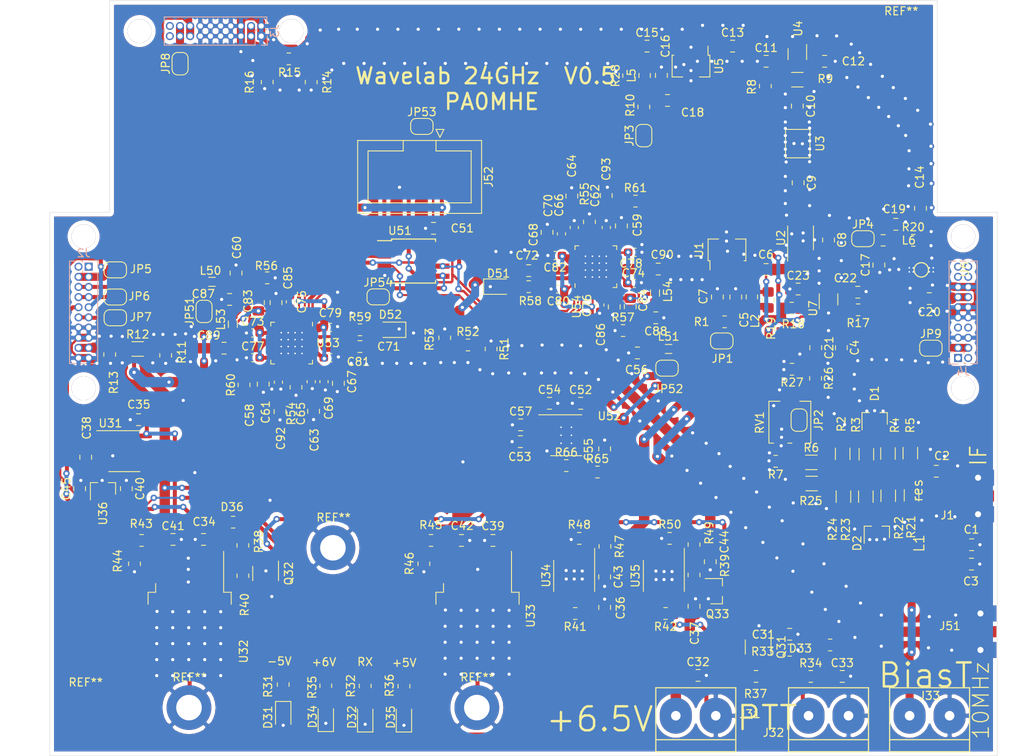
<source format=kicad_pcb>
(kicad_pcb (version 20211014) (generator pcbnew)
  (layers (0 "F.Cu" signal) (31 "B.Cu" signal) (34 "B.Paste" user) (35 "F.Paste" user) (36 "B.SilkS" user "B.Silkscreen") (37 "F.SilkS" user "F.Silkscreen") (38 "B.Mask" user) (39 "F.Mask" user) (44 "Edge.Cuts" user))
  (net 0 "")
  (net 1 "GNDREF")
  (net 2 "BiasT")
  (net 3 "Net-(C2-Pad1)")
  (net 4 "Net-(C2-Pad2)")
  (net 5 "Net-(C4-Pad2)")
  (net 6 "Net-(C4-Pad1)")
  (net 7 "Net-(C5-Pad2)")
  (net 8 "Net-(C6-Pad1)")
  (net 9 "Net-(C6-Pad2)")
  (net 10 "Net-(C8-Pad1)")
  (net 11 "Net-(C8-Pad2)")
  (net 12 "Net-(C9-Pad1)")
  (net 13 "Net-(C9-Pad2)")
  (net 14 "Net-(C10-Pad2)")
  (net 15 "Net-(C10-Pad1)")
  (net 16 "Net-(C11-Pad2)")
  (net 17 "Net-(C12-Pad2)")
  (net 18 "Net-(C13-Pad1)")
  (net 19 "Net-(C13-Pad2)")
  (net 20 "Net-(C14-Pad1)")
  (net 21 "Net-(C14-Pad2)")
  (net 22 "Net-(C15-Pad2)")
  (net 23 "Net-(C15-Pad1)")
  (net 24 "Net-(C16-Pad2)")
  (net 25 "Net-(C17-Pad2)")
  (net 26 "Net-(C20-Pad2)")
  (net 27 "Net-(C20-Pad1)")
  (net 28 "Net-(C21-Pad2)")
  (net 29 "Net-(C21-Pad1)")
  (net 30 "Net-(C22-Pad2)")
  (net 31 "Net-(C23-Pad2)")
  (net 32 "Net-(C31-Pad1)")
  (net 33 "Net-(C32-Pad1)")
  (net 34 "+5V")
  (net 35 "Net-(C40-Pad1)")
  (net 36 "-5V")
  (net 37 "Net-(C53-Pad2)")
  (net 38 "Net-(C54-Pad2)")
  (net 39 "Net-(C55-Pad2)")
  (net 40 "+3.3VA")
  (net 41 "Net-(C58-Pad2)")
  (net 42 "Net-(C59-Pad2)")
  (net 43 "Net-(C63-Pad2)")
  (net 44 "Net-(C64-Pad2)")
  (net 45 "Net-(C67-Pad2)")
  (net 46 "Net-(C68-Pad2)")
  (net 47 "Net-(C71-Pad1)")
  (net 48 "Net-(C71-Pad2)")
  (net 49 "Net-(C72-Pad1)")
  (net 50 "Net-(C73-Pad2)")
  (net 51 "Net-(C74-Pad2)")
  (net 52 "Net-(C83-Pad2)")
  (net 53 "Net-(C83-Pad1)")
  (net 54 "Net-(C84-Pad2)")
  (net 55 "Net-(C84-Pad1)")
  (net 56 "Net-(C89-Pad2)")
  (net 57 "LO1")
  (net 58 "LO2")
  (net 59 "Net-(C90-Pad2)")
  (net 60 "Net-(C92-Pad2)")
  (net 61 "Net-(C93-Pad2)")
  (net 62 "Net-(D31-Pad1)")
  (net 63 "Net-(D34-Pad2)")
  (net 64 "Net-(D35-Pad2)")
  (net 65 "-5Vsense")
  (net 66 "Net-(D36-Pad1)")
  (net 67 "Net-(D51-Pad2)")
  (net 68 "Net-(D52-Pad2)")
  (net 69 "Net-(J2-Pad1)")
  (net 70 "Net-(J2-Pad2)")
  (net 71 "Net-(J2-Pad3)")
  (net 72 "Net-(J2-Pad7)")
  (net 73 "Net-(J2-Pad11)")
  (net 74 "Net-(J2-Pad17)")
  (net 75 "Net-(J3-Pad20)")
  (net 76 "Net-(J3-Pad19)")
  (net 77 "Net-(J3-Pad17)")
  (net 78 "Net-(J3-Pad3)")
  (net 79 "Net-(J4-Pad1)")
  (net 80 "Net-(J4-Pad2)")
  (net 81 "Net-(J4-Pad3)")
  (net 82 "Net-(J4-Pad7)")
  (net 83 "Net-(J4-Pad8)")
  (net 84 "Net-(J4-Pad17)")
  (net 85 "Net-(J4-Pad18)")
  (net 86 "Net-(J4-Pad19)")
  (net 87 "Net-(J4-Pad20)")
  (net 88 "Net-(J51-Pad1)")
  (net 89 "Net-(J52-Pad1)")
  (net 90 "Net-(J52-Pad3)")
  (net 91 "Net-(J52-Pad5)")
  (net 92 "Net-(J52-Pad4)")
  (net 93 "Net-(JP1-Pad2)")
  (net 94 "Net-(JP2-Pad1)")
  (net 95 "+5C")
  (net 96 "Net-(JP3-Pad2)")
  (net 97 "+5VP")
  (net 98 "+6V")
  (net 99 "Net-(Q33-Pad3)")
  (net 100 "Net-(R54-Pad2)")
  (net 101 "Net-(R55-Pad2)")
  (net 102 "Net-(U2-Pad4)")
  (net 103 "Net-(U51-Pad2)")
  (net 104 "Net-(U51-Pad3)")
  (net 105 "Net-(U53-Pad5)")
  (net 106 "Net-(U53-Pad13)")
  (net 107 "Net-(U53-Pad14)")
  (net 108 "Net-(U53-Pad15)")
  (net 109 "Net-(U53-Pad25)")
  (net 110 "Net-(U54-Pad25)")
  (net 111 "Net-(U54-Pad15)")
  (net 112 "Net-(U54-Pad14)")
  (net 113 "Net-(U54-Pad13)")
  (net 114 "Net-(U54-Pad5)")
  (net 115 "Net-(C56-Pad2)")
  (net 116 "Net-(C60-Pad2)")
  (net 117 "Net-(J32-Pad1)")
  (net 118 "Net-(JP53-Pad2)")
  (net 119 "Net-(JP54-Pad1)")
  (net 120 "Net-(C33-Pad1)")
  (net 121 "Net-(C38-Pad2)")
  (net 122 "Net-(C38-Pad1)")
  (net 123 "Net-(D32-Pad2)")
  (net 124 "Net-(Q33-Pad1)")
  (net 125 "Net-(R43-Pad2)")
  (net 126 "Net-(R45-Pad2)")
  (net 127 "Net-(R47-Pad2)")
  (net 128 "Net-(R49-Pad2)")
  (net 129 "Net-(U31-Pad1)")
  (net 130 "Net-(U31-Pad6)")
  (net 131 "Net-(U31-Pad7)")
  (net 132 "Net-(L6-Pad2)")
  (net 133 "Net-(D2-Pad3)")
  (net 134 "Net-(JP2-Pad2)")
  (net 135 "Net-(Q31-Pad2)")
  (net 136 "Net-(Q32-Pad1)")
  (net 137 "Net-(R65-Pad1)")
  (footprint "Inductor_SMD:L_0805_2012Metric_Pad1.05x1.20mm_HandSolder" (layer "F.Cu") (at 39.8 90.7 180)
    (fp_text reference "L50")
    (fp_text value "100u")
  )
  (footprint "Capacitor_SMD:C_0805_2012Metric_Pad1.18x1.45mm_HandSolder" (layer "F.Cu") (at 46.2 103.5 90)
    (fp_text reference "C58")
    (fp_text value "100n")
  )
  (footprint "Capacitor_SMD:C_0805_2012Metric_Pad1.18x1.45mm_HandSolder" (layer "F.Cu") (at 91 83.7 -90)
    (fp_text reference "C59")
    (fp_text value "100n")
  )
  (footprint "Capacitor_SMD:C_0805_2012Metric_Pad1.18x1.45mm_HandSolder" (layer "F.Cu") (at 52.5 106.9 90)
    (fp_text reference "C63")
    (fp_text value "100n")
  )
  (footprint "Capacitor_SMD:C_0805_2012Metric_Pad1.18x1.45mm_HandSolder" (layer "F.Cu") (at 84.8 79.9625 -90)
    (fp_text reference "C64")
    (fp_text value "100n")
  )
  (footprint "Capacitor_SMD:C_0805_2012Metric_Pad1.18x1.45mm_HandSolder" (layer "F.Cu") (at 134.8 123.6 180)
    (fp_text reference "C1")
    (fp_text value "res 1n")
  )
  (footprint "Capacitor_SMD:C_0805_2012Metric_Pad1.18x1.45mm_HandSolder" (layer "F.Cu") (at 130.37566 114.40414)
    (fp_text reference "C2")
    (fp_text value "220p")
  )
  (footprint "Capacitor_SMD:C_0805_2012Metric_Pad1.18x1.45mm_HandSolder" (layer "F.Cu") (at 134.774999 126.024999 180)
    (fp_text reference "C3")
    (fp_text value "res 220p")
  )
  (footprint "Capacitor_SMD:C_0805_2012Metric_Pad1.18x1.45mm_HandSolder" (layer "F.Cu") (at 118.5 98.9375 -90)
    (fp_text reference "C4")
    (fp_text value "220p")
  )
  (footprint "Capacitor_SMD:C_0805_2012Metric_Pad1.18x1.45mm_HandSolder" (layer "F.Cu") (at 105.3 92.6 -90)
    (fp_text reference "C5")
    (fp_text value "22p")
  )
  (footprint "Capacitor_SMD:C_0805_2012Metric_Pad1.18x1.45mm_HandSolder" (layer "F.Cu") (at 109.093 89.154 180)
    (fp_text reference "C6")
    (fp_text value "1n")
  )
  (footprint "Capacitor_SMD:C_0805_2012Metric_Pad1.18x1.45mm_HandSolder" (layer "F.Cu") (at 103 92.6 -90)
    (fp_text reference "C7")
    (fp_text value "1nF")
  )
  (footprint "Capacitor_SMD:C_0805_2012Metric_Pad1.18x1.45mm_HandSolder" (layer "F.Cu") (at 116.9 85.4625 -90)
    (fp_text reference "C8")
    (fp_text value "220p")
  )
  (footprint "Capacitor_SMD:C_0805_2012Metric_Pad1.18x1.45mm_HandSolder" (layer "F.Cu") (at 113.1 78.3 -90)
    (fp_text reference "C9")
    (fp_text value "10p")
  )
  (footprint "Capacitor_SMD:C_0805_2012Metric_Pad1.18x1.45mm_HandSolder" (layer "F.Cu") (at 113 68.7 -90)
    (fp_text reference "C10")
    (fp_text value "10p")
  )
  (footprint "Capacitor_SMD:C_0805_2012Metric_Pad1.18x1.45mm_HandSolder" (layer "F.Cu") (at 109.1 63.1)
    (fp_text reference "C11")
    (fp_text value "10p")
  )
  (footprint "Capacitor_SMD:C_0805_2012Metric_Pad1.18x1.45mm_HandSolder" (layer "F.Cu") (at 116.41 63.1 180)
    (fp_text reference "C12")
    (fp_text value "10p")
  )
  (footprint "Capacitor_SMD:C_0805_2012Metric_Pad1.18x1.45mm_HandSolder" (layer "F.Cu") (at 104.9 61.2)
    (fp_text reference "C13")
    (fp_text value "10p")
  )
  (footprint "Capacitor_SMD:C_0805_2012Metric_Pad1.18x1.45mm_HandSolder" (layer "F.Cu") (at 128.4 81.5 90)
    (fp_text reference "C14")
    (fp_text value "1n")
  )
  (footprint "Capacitor_SMD:C_0805_2012Metric_Pad1.18x1.45mm_HandSolder" (layer "F.Cu") (at 94.2 61.2)
    (fp_text reference "C15")
    (fp_text value "1n")
  )
  (footprint "Capacitor_SMD:C_0805_2012Metric_Pad1.18x1.45mm_HandSolder" (layer "F.Cu") (at 96 64.8625 -90)
    (fp_text reference "C16")
    (fp_text value "10p")
  )
  (footprint "Capacitor_SMD:C_0805_2012Metric_Pad1.18x1.45mm_HandSolder" (layer "F.Cu") (at 123.2 88.6 90)
    (fp_text reference "C17")
    (fp_text value "10p")
  )
  (footprint "Capacitor_SMD:C_0805_2012Metric_Pad1.18x1.45mm_HandSolder" (layer "F.Cu") (at 96.7625 68 180)
    (fp_text reference "C18")
    (fp_text value "1nF")
  )
  (footprint "Capacitor_SMD:C_0805_2012Metric_Pad1.18x1.45mm_HandSolder" (layer "F.Cu") (at 125.32106 83.49996 180)
    (fp_text reference "C19")
    (fp_text value "1nF")
  )
  (footprint "Capacitor_SMD:C_0805_2012Metric_Pad1.18x1.45mm_HandSolder" (layer "F.Cu") (at 129.5 92.8 180)
    (fp_text reference "C20")
    (fp_text value "10p")
  )
  (footprint "Capacitor_SMD:C_0805_2012Metric_Pad1.18x1.45mm_HandSolder" (layer "F.Cu") (at 115.3 98.9375 -90)
    (fp_text reference "C21")
    (fp_text value "220p")
  )
  (footprint "Capacitor_SMD:C_0805_2012Metric_Pad1.18x1.45mm_HandSolder" (layer "F.Cu") (at 120.5625 92 180)
    (fp_text reference "C22")
    (fp_text value "220p")
  )
  (footprint "Capacitor_SMD:C_0805_2012Metric_Pad1.18x1.45mm_HandSolder" (layer "F.Cu") (at 113.1 91.6)
    (fp_text reference "C23")
    (fp_text value "220p")
  )
  (footprint "Capacitor_SMD:C_0805_2012Metric_Pad1.18x1.45mm_HandSolder" (layer "F.Cu") (at 112.038 134.804)
    (fp_text reference "C31")
    (fp_text value "res")
  )
  (footprint "Capacitor_SMD:C_0805_2012Metric_Pad1.18x1.45mm_HandSolder" (layer "F.Cu") (at 70.993 123.063)
    (fp_text reference "C42")
    (fp_text value "10u")
  )
  (footprint "Capacitor_SMD:C_0805_2012Metric_Pad1.18x1.45mm_HandSolder" (layer "F.Cu") (at 67.5 84)
    (fp_text reference "C51")
    (fp_text value "100n")
  )
  (footprint "Capacitor_SMD:C_0805_2012Metric_Pad1.18x1.45mm_HandSolder" (layer "F.Cu") (at 78.3625 110.7)
    (fp_text reference "C53")
    (fp_text value "1u")
  )
  (footprint "Capacitor_SMD:C_0805_2012Metric_Pad1.18x1.45mm_HandSolder" (layer "F.Cu") (at 82 105.9 180)
    (fp_text reference "C54")
    (fp_text value "10u")
  )
  (footprint "Capacitor_SMD:C_0805_2012Metric_Pad1.18x1.45mm_HandSolder" (layer "F.Cu") (at 88.9 111.6 -90)
    (fp_text reference "C55")
    (fp_text value "1u")
  )
  (footprint "Capacitor_SMD:C_0805_2012Metric_Pad1.18x1.45mm_HandSolder" (layer "F.Cu") (at 93 99.6)
    (fp_text reference "C56")
    (fp_text value "10u")
  )
  (footprint "Capacitor_SMD:C_0805_2012Metric_Pad1.18x1.45mm_HandSolder" (layer "F.Cu") (at 78.4 108.6)
    (fp_text reference "C57")
    (fp_text value "10u")
  )
  (footprint "Capacitor_SMD:C_0805_2012Metric_Pad1.18x1.45mm_HandSolder" (layer "F.Cu") (at 42.8 89.6 -90)
    (fp_text reference "C60")
    (fp_text value "10u")
  )
  (footprint "Capacitor_SMD:C_0603_1608Metric_Pad1.08x0.95mm_HandSolder" (layer "F.Cu") (at 48.1 103.2625 90)
    (fp_text reference "C61")
    (fp_text value "10p")
  )
  (footprint "Capacitor_SMD:C_0603_1608Metric_Pad1.08x0.95mm_HandSolder" (layer "F.Cu") (at 89.1 83.9 -90)
    (fp_text reference "C62")
    (fp_text value "10p")
  )
  (footprint "Capacitor_SMD:C_0603_1608Metric_Pad1.08x0.95mm_HandSolder" (layer "F.Cu") (at 52.2 103.2 90)
    (fp_text reference "C65")
    (fp_text value "10p")
  )
  (footprint "Capacitor_SMD:C_0603_1608Metric_Pad1.08x0.95mm_HandSolder" (layer "F.Cu") (at 85.1 83.9 -90)
    (fp_text reference "C66")
    (fp_text value "10p")
  )
  (footprint "Capacitor_SMD:C_0805_2012Metric_Pad1.18x1.45mm_HandSolder" (layer "F.Cu") (at 81.7 84.5 -90)
    (fp_text reference "C68")
    (fp_text value "100n")
  )
  (footprint "Capacitor_SMD:C_0603_1608Metric_Pad1.08x0.95mm_HandSolder" (layer "F.Cu") (at 53.8 103.2 90)
    (fp_text reference "C69")
    (fp_text value "10p")
  )
  (footprint "Capacitor_SMD:C_0603_1608Metric_Pad1.08x0.95mm_HandSolder" (layer "F.Cu") (at 83.5 84.7 -90)
    (fp_text reference "C70")
    (fp_text value "10p")
  )
  (footprint "Capacitor_SMD:C_0805_2012Metric_Pad1.18x1.45mm_HandSolder" (layer "F.Cu") (at 58.3 98.8)
    (fp_text reference "C71")
    (fp_text value "1n")
  )
  (footprint "Capacitor_SMD:C_0805_2012Metric_Pad1.18x1.45mm_HandSolder" (layer "F.Cu") (at 79.4 89.3 180)
    (fp_text reference "C72")
    (fp_text value "1n")
  )
  (footprint "Capacitor_SMD:C_0603_1608Metric_Pad1.08x0.95mm_HandSolder" (layer "F.Cu") (at 44.9 97.1)
    (fp_text reference "C73")
    (fp_text value "100p")
  )
  (footprint "Capacitor_SMD:C_0603_1608Metric_Pad1.08x0.95mm_HandSolder" (layer "F.Cu") (at 92.6 90.9 180)
    (fp_text reference "C74")
    (fp_text value "100p")
  )
  (footprint "Capacitor_SMD:C_0603_1608Metric_Pad1.08x0.95mm_HandSolder" (layer "F.Cu") (at 49.6 93.2 -90)
    (fp_text reference "C75")
    (fp_text value "100p")
  )
  (footprint "Capacitor_SMD:C_0603_1608Metric_Pad1.08x0.95mm_HandSolder" (layer "F.Cu") (at 88.3 93.6 90)
    (fp_text reference "C76")
    (fp_text value "100p")
  )
  (footprint "Capacitor_SMD:C_0603_1608Metric_Pad1.08x0.95mm_HandSolder" (layer "F.Cu") (at 44.9 100.2)
    (fp_text reference "C77")
    (fp_text value "100p")
  )
  (footprint "Capacitor_SMD:C_0603_1608Metric_Pad1.08x0.95mm_HandSolder" (layer "F.Cu") (at 92.7 87 180)
    (fp_text reference "C78")
    (fp_text value "100p")
  )
  (footprint "Capacitor_SMD:C_0603_1608Metric_Pad1.08x0.95mm_HandSolder" (layer "F.Cu") (at 54.6 96.4 180)
    (fp_text reference "C79")
    (fp_text value "100p")
  )
  (footprint "Capacitor_SMD:C_0603_1608Metric_Pad1.08x0.95mm_HandSolder" (layer "F.Cu") (at 83 91.6)
    (fp_text reference "C80")
    (fp_text value "100p")
  )
  (footprint "Capacitor_SMD:C_0805_2012Metric_Pad1.18x1.45mm_HandSolder" (layer "F.Cu") (at 45.6 93.3 -90)
    (fp_text reference "C83")
    (fp_text value "47n")
  )
  (footprint "Capacitor_SMD:C_0805_2012Metric_Pad1.18x1.45mm_HandSolder" (layer "F.Cu") (at 92.1 93.8 90)
    (fp_text reference "C84")
    (fp_text value "47n")
  )
  (footprint "Capacitor_SMD:C_0805_2012Metric_Pad1.18x1.45mm_HandSolder" (layer "F.Cu") (at 47.8 93.3 -90)
    (fp_text reference "C85")
    (fp_text value "3n3")
  )
  (footprint "Capacitor_SMD:C_0805_2012Metric_Pad1.18x1.45mm_HandSolder" (layer "F.Cu") (at 90.1 93.8375 90)
    (fp_text reference "C86")
    (fp_text value "3n3")
  )
  (footprint "Capacitor_SMD:C_0805_2012Metric_Pad1.18x1.45mm_HandSolder" (layer "F.Cu") (at 42 92.9)
    (fp_text reference "C87")
    (fp_text value "100p")
  )
  (footprint "Capacitor_SMD:C_0805_2012Metric_Pad1.18x1.45mm_HandSolder" (layer "F.Cu") (at 95.3 95.2 180)
    (fp_text reference "C88")
    (fp_text value "100p")
  )
  (footprint "Capacitor_SMD:C_0805_2012Metric_Pad1.18x1.45mm_HandSolder" (layer "F.Cu") (at 41.3 99)
    (fp_text reference "C89")
    (fp_text value "22p")
  )
  (footprint "Capacitor_SMD:C_0805_2012Metric_Pad1.18x1.45mm_HandSolder" (layer "F.Cu") (at 95.6 89.1 180)
    (fp_text reference "C90")
    (fp_text value "10p")
  )
  (footprint "Capacitor_SMD:C_0805_2012Metric_Pad1.18x1.45mm_HandSolder" (layer "F.Cu") (at 48.3 106.9375 90)
    (fp_text reference "C92")
    (fp_text value "470p")
  )
  (footprint "Capacitor_SMD:C_0805_2012Metric_Pad1.18x1.45mm_HandSolder" (layer "F.Cu") (at 89.1 79.9 -90)
    (fp_text reference "C93")
    (fp_text value "470p")
  )
  (footprint "Package_TO_SOT_SMD:SOT-23" (layer "F.Cu") (at 122.66794 107.8225 90)
    (fp_text reference "D1")
    (fp_text value "BAV99")
  )
  (footprint "LED_SMD:LED_0805_2012Metric_Pad1.15x1.40mm_HandSolder" (layer "F.Cu") (at 48.7 145.075 -90)
    (fp_text reference "D31")
    (fp_text value "LED")
  )
  (footprint "LED_SMD:LED_0805_2012Metric_Pad1.15x1.40mm_HandSolder" (layer "F.Cu") (at 58.954 145.173 90)
    (fp_text reference "D32")
    (fp_text value "LED")
  )
  (footprint "LED_SMD:LED_0805_2012Metric_Pad1.15x1.40mm_HandSolder" (layer "F.Cu") (at 54.027 145.121 90)
    (fp_text reference "D34")
    (fp_text value "LED")
  )
  (footprint "LED_SMD:LED_0805_2012Metric_Pad1.15x1.40mm_HandSolder" (layer "F.Cu") (at 63.8 145.175 90)
    (fp_text reference "D35")
    (fp_text value "LED")
  )
  (footprint "LED_SMD:LED_0805_2012Metric_Pad1.15x1.40mm_HandSolder" (layer "F.Cu") (at 75.625 91.3)
    (fp_text reference "D51")
    (fp_text value "LED")
  )
  (footprint "LED_SMD:LED_0805_2012Metric_Pad1.15x1.40mm_HandSolder" (layer "F.Cu") (at 62.175 96.7 180)
    (fp_text reference "D52")
    (fp_text value "LED")
  )
  (footprint "my_library:SMA_side_PCB" (layer "F.Cu") (at 135.6 117.5)
    (fp_text reference "J1")
    (fp_text value "Conn_Coaxial")
  )
  (footprint "my_library:KF301-2P-NP" (layer "F.Cu") (at 100.3 145)
    (fp_text reference "J31")
    (fp_text value "7.5V" hide)
  )
  (footprint "my_library:KF301-2P-NP" (layer "F.Cu") (at 116.9 145)
    (fp_text reference "J32")
    (fp_text value "PTT" hide)
  )
  (footprint "my_library:SMA_side_PCB" (layer "F.Cu") (at 135.9 134.486)
    (fp_text reference "J51")
    (fp_text value "SMA 10MHz")
  )
  (footprint "Jumper:SolderJumper-2_P1.3mm_Open_RoundedPad1.0x1.5mm" (layer "F.Cu") (at 103.55 98.1)
    (fp_text reference "JP1")
    (fp_text value "S")
  )
  (footprint "Jumper:SolderJumper-2_P1.3mm_Open_RoundedPad1.0x1.5mm" (layer "F.Cu") (at 113.21796 108.00358 90)
    (fp_text reference "JP2")
    (fp_text value "S")
  )
  (footprint "Jumper:SolderJumper-2_P1.3mm_Open_RoundedPad1.0x1.5mm" (layer "F.Cu") (at 93.8 72.4 90)
    (fp_text reference "JP3")
    (fp_text value "S")
  )
  (footprint "Jumper:SolderJumper-2_P1.3mm_Open_RoundedPad1.0x1.5mm" (layer "F.Cu") (at 121.2 85.3)
    (fp_text reference "JP4")
    (fp_text value "S")
  )
  (footprint "Jumper:SolderJumper-2_P1.3mm_Open_RoundedPad1.0x1.5mm" (layer "F.Cu") (at 27.7 89.2 180)
    (fp_text reference "JP5")
    (fp_text value "S")
  )
  (footprint "Jumper:SolderJumper-2_P1.3mm_Open_RoundedPad1.0x1.5mm" (layer "F.Cu") (at 27.7 92.6 180)
    (fp_text reference "JP6")
    (fp_text value "S")
  )
  (footprint "Jumper:SolderJumper-2_P1.3mm_Open_RoundedPad1.0x1.5mm" (layer "F.Cu") (at 27.7 95.2 180)
    (fp_text reference "JP7")
    (fp_text value "S")
  )
  (footprint "Jumper:SolderJumper-2_P1.3mm_Open_RoundedPad1.0x1.5mm" (layer "F.Cu") (at 35.8 63.4 90)
    (fp_text reference "JP8")
    (fp_text value "S")
  )
  (footprint "Jumper:SolderJumper-2_P1.3mm_Open_RoundedPad1.0x1.5mm" (layer "F.Cu") (at 129.7 99)
    (fp_text reference "JP9")
    (fp_text value "S")
  )
  (footprint "Jumper:SolderJumper-2_P1.3mm_Open_RoundedPad1.0x1.5mm" (layer "F.Cu") (at 38.8 94.4 90)
    (fp_text reference "JP51")
    (fp_text value "S")
  )
  (footprint "my_library:AirCoilSMD" (layer "F.Cu") (at 130.8 120.5 90)
    (fp_text reference "L1")
    (fp_text value "res")
  )
  (footprint "Inductor_SMD:L_0805_2012Metric_Pad1.15x1.40mm_HandSolder" (layer "F.Cu") (at 107.315 92.583 90)
    (fp_text reference "L2")
    (fp_text value "33n")
  )
  (footprint "Inductor_SMD:L_0805_2012Metric_Pad1.15x1.40mm_HandSolder" (layer "F.Cu") (at 93.9 64.875 90)
    (fp_text reference "L5")
    (fp_text value "33n")
  )
  (footprint "Inductor_SMD:L_0805_2012Metric_Pad1.15x1.40mm_HandSolder" (layer "F.Cu") (at 123.72848 85.50402)
    (fp_text reference "L6")
    (fp_text value "33n")
  )
  (footprint "Inductor_SMD:L_0805_2012Metric_Pad1.05x1.20mm_HandSolder" (layer "F.Cu") (at 42.4 96 -90)
    (fp_text reference "L53")
    (fp_text value "3n9")
  )
  (footprint "Inductor_SMD:L_0805_2012Metric_Pad1.05x1.20mm_HandSolder" (layer "F.Cu") (at 95.2 92.1 90)
    (fp_text reference "L54")
    (fp_text value "3n9")
  )
  (footprint "Resistor_SMD:R_0805_2012Metric_Pad1.20x1.40mm_HandSolder" (layer "F.Cu") (at 103.9 95.7)
    (fp_text reference "R1")
    (fp_text value "12R")
  )
  (footprint "Resistor_SMD:R_0805_2012Metric_Pad1.20x1.40mm_HandSolder" (layer "F.Cu") (at 110.28502 113.15954 180)
    (fp_text reference "R7")
    (fp_text value "res")
  )
  (footprint "Resistor_SMD:R_0805_2012Metric_Pad1.20x1.40mm_HandSolder" (layer "F.Cu") (at 109 66.2 -90)
    (fp_text reference "R8")
    (fp_text value "1K")
  )
  (footprint "Resistor_SMD:R_0805_2012Metric_Pad1.20x1.40mm_HandSolder" (layer "F.Cu") (at 93.8 68.8 -90)
    (fp_text reference "R10")
    (fp_text value "12R")
  )
  (footprint "Resistor_SMD:R_0805_2012Metric_Pad1.20x1.40mm_HandSolder" (layer "F.Cu") (at 34 99.9 -90)
    (fp_text reference "R11")
    (fp_text value "res")
  )
  (footprint "Resistor_SMD:R_0805_2012Metric_Pad1.20x1.40mm_HandSolder" (layer "F.Cu") (at 27 99.8 -90)
    (fp_text reference "R13")
    (fp_text value "res")
  )
  (footprint "Resistor_SMD:R_0805_2012Metric_Pad1.20x1.40mm_HandSolder" (layer "F.Cu") (at 49.4 62.8)
    (fp_text reference "R15")
    (fp_text value "0R")
  )
  (footprint "Resistor_SMD:R_0805_2012Metric_Pad1.20x1.40mm_HandSolder" (layer "F.Cu") (at 46.7 65.7 -90)
    (fp_text reference "R16")
    (fp_text value "res")
  )
  (footprint "Resistor_SMD:R_0805_2012Metric_Pad1.20x1.40mm_HandSolder" (layer "F.Cu") (at 120.6 94.2 180)
    (fp_text reference "R17")
    (fp_text value "1K")
  )
  (footprint "Resistor_SMD:R_0805_2012Metric_Pad1.20x1.40mm_HandSolder" (layer "F.Cu") (at 112.284 94)
    (fp_text reference "R18")
    (fp_text value "1K")
  )
  (footprint "Resistor_SMD:R_0805_2012Metric_Pad1.20x1.40mm_HandSolder" (layer "F.Cu") (at 112.038 136.804)
    (fp_text reference "R33")
    (fp_text value "res")
  )
  (footprint "Resistor_SMD:R_0805_2012Metric_Pad1.20x1.40mm_HandSolder" (layer "F.Cu") (at 58.954 141.273 -90)
    (fp_text reference "R32")
    (fp_text value "2K2")
  )
  (footprint "Resistor_SMD:R_0805_2012Metric_Pad1.20x1.40mm_HandSolder" (layer "F.Cu") (at 54.027 141.246 -90)
    (fp_text reference "R35")
    (fp_text value "2K2")
  )
  (footprint "Resistor_SMD:R_0805_2012Metric_Pad1.20x1.40mm_HandSolder" (layer "F.Cu") (at 63.8 141.3 -90)
    (fp_text reference "R36")
    (fp_text value "2K2")
  )
  (footprint "Resistor_SMD:R_0805_2012Metric_Pad1.20x1.40mm_HandSolder" (layer "F.Cu") (at 74.7 99.1 -90)
    (fp_text reference "R51")
    (fp_text value "62R")
  )
  (footprint "Resistor_SMD:R_0805_2012Metric_Pad1.20x1.40mm_HandSolder" (layer "F.Cu") (at 71.8 98.6)
    (fp_text reference "R52")
    (fp_text value "270R")
  )
  (footprint "Resistor_SMD:R_0805_2012Metric_Pad1.20x1.40mm_HandSolder" (layer "F.Cu") (at 68.9 97.7 -90)
    (fp_text reference "R53")
    (fp_text value "62R")
  )
  (footprint "Resistor_SMD:R_0805_2012Metric_Pad1.20x1.40mm_HandSolder" (layer "F.Cu") (at 50.3 103.9 90)
    (fp_text reference "R54")
    (fp_text value "5K1")
  )
  (footprint "Resistor_SMD:R_0805_2012Metric_Pad1.20x1.40mm_HandSolder" (layer "F.Cu") (at 87 83.2 -90)
    (fp_text reference "R55")
    (fp_text value "5K1")
  )
  (footprint "Resistor_SMD:R_0805_2012Metric_Pad1.20x1.40mm_HandSolder" (layer "F.Cu") (at 46.7 90.2 180)
    (fp_text reference "R56")
    (fp_text value "470R")
  )
  (footprint "Resistor_SMD:R_0805_2012Metric_Pad1.20x1.40mm_HandSolder" (layer "F.Cu") (at 91.2 96.8)
    (fp_text reference "R57")
    (fp_text value "470R")
  )
  (footprint "Resistor_SMD:R_0805_2012Metric_Pad1.20x1.40mm_HandSolder" (layer "F.Cu") (at 79.4 91.3)
    (fp_text reference "R58")
    (fp_text value "2K2")
  )
  (footprint "Resistor_SMD:R_0805_2012Metric_Pad1.20x1.40mm_HandSolder" (layer "F.Cu") (at 58.3 96.7 180)
    (fp_text reference "R59")
    (fp_text value "2K2")
  )
  (footprint "Package_SO:MSOP-8_3x3mm_P0.65mm" (layer "F.Cu") (at 113.4 85.2 90)
    (fp_text reference "U2")
    (fp_text value "HMC213B")
  )
  (footprint "Package_TO_SOT_SMD:SOT-363_SC-70-6" (layer "F.Cu") (at 113 62.2 -90)
    (fp_text reference "U4")
    (fp_text value "AS179-92LF")
  )
  (footprint "Maarten_Kicad6:MGA-86576" (layer "F.Cu") (at 128.5 89.2 90)
    (fp_text reference "U6")
    (fp_text value "MGA-86576")
  )
  (footprint "Package_TO_SOT_SMD:SOT-363_SC-70-6" (layer "F.Cu") (at 116.9 92.9 90)
    (fp_text reference "U7")
    (fp_text value "AS179-92LF")
  )
  (footprint "Package_SO:SOIJ-8_5.3x5.3mm_P1.27mm" (layer "F.Cu") (at 65 88.1)
    (fp_text reference "U51")
    (fp_text value "ATtiny85-20SU")
  )
  (footprint "Package_CSP:LFCSP-32-1EP_5x5mm_P0.5mm_EP3.1x3.1mm_ThermalVias" (layer "F.Cu") (at 49.755001 98.365001 -90)
    (fp_text reference "U53")
    (fp_text value "ADF4351")
  )
  (footprint "Package_CSP:LFCSP-32-1EP_5x5mm_P0.5mm_EP3.1x3.1mm_ThermalVias" (layer "F.Cu") (at 87.8 88.8 90)
    (fp_text reference "U54")
    (fp_text value "ADF4351")
  )
  (footprint "Potentiometer_SMD:Potentiometer_Vishay_TS53YJ_Vertical" (layer "F.Cu") (at 112.06226 108.26242 -90)
    (fp_text reference "RV1")
    (fp_text value "res")
  )
  (footprint "Package_TO_SOT_SMD:SOT-89-3" (layer "F.Cu") (at 104.2 87 90)
    (fp_text reference "U1")
    (fp_text value "SBB3089Z")
  )
  (footprint "my_library:LFSN25N" (layer "F.Cu") (at 113.05 73.4 90)
    (fp_text reference "U3")
    (fp_text value "LFB2H2G45SG7C093")
  )
  (footprint "Package_TO_SOT_SMD:SOT-89-3" (layer "F.Cu") (at 99.7 63.4 -90)
    (fp_text reference "U5")
    (fp_text value "SBB3089Z")
  )
  (footprint "Capacitor_SMD:C_0603_1608Metric_Pad1.08x0.95mm_HandSolder" (layer "F.Cu") (at 54.6375 100.2 180)
    (fp_text reference "C81")
    (fp_text value "100p")
  )
  (footprint "Capacitor_SMD:C_0603_1608Metric_Pad1.08x0.95mm_HandSolder" (layer "F.Cu") (at 82.7 87.4)
    (fp_text reference "C82")
    (fp_text value "100p")
  )
  (footprint "Resistor_SMD:R_1206_3216Metric_Pad1.30x1.75mm_HandSolder" (layer "F.Cu") (at 118.66794 112.2225 90)
    (fp_text reference "R2")
    (fp_text value "220R")
  )
  (footprint "Resistor_SMD:R_1206_3216Metric_Pad1.30x1.75mm_HandSolder" (layer "F.Cu") (at 121.63298 112.2807 90)
    (fp_text reference "R3")
    (fp_text value "220R")
  )
  (footprint "Resistor_SMD:R_1206_3216Metric_Pad1.30x1.75mm_HandSolder" (layer "F.Cu") (at 124.33554 112.18926 90)
    (fp_text reference "R4")
    (fp_text value "220R")
  )
  (footprint "Resistor_SMD:R_1206_3216Metric_Pad1.30x1.75mm_HandSolder" (layer "F.Cu") (at 127.12954 112.141 90)
    (fp_text reference "R5")
    (fp_text value "220R")
  )
  (footprint "Resistor_SMD:R_1206_3216Metric_Pad1.30x1.75mm_HandSolder" (layer "F.Cu") (at 113 65.4)
    (fp_text reference "R9")
    (fp_text value "1K")
  )
  (footprint "Resistor_SMD:R_1206_3216Metric_Pad1.30x1.75mm_HandSolder" (layer "F.Cu") (at 30.5 99.1)
    (fp_text reference "R12")
    (fp_text value "0R")
  )
  (footprint "Fiducial:Fiducial_1.5mm_Mask4.5mm" (layer "F.Cu") (at 24 144)
    (fp_text reference "REF**")
    (fp_text value "Fiducial_1.5mm_Mask4.5mm")
  )
  (footprint "Fiducial:Fiducial_1.5mm_Mask4.5mm" (layer "F.Cu") (at 126 60)
    (fp_text reference "REF**")
    (fp_text value "Fiducial_1.5mm_Mask4.5mm")
  )
  (footprint "Capacitor_SMD:C_0805_2012Metric_Pad1.18x1.45mm_HandSolder" (layer "F.Cu") (at 55.6 103.4 90)
    (fp_text reference "C67")
    (fp_text value "100n")
  )
  (footprint "Resistor_SMD:R_0805_2012Metric_Pad1.20x1.40mm_HandSolder" (layer "F.Cu") (at 52.2 65.7 -90)
    (fp_text reference "R14")
    (fp_text value "res")
  )
  (footprint "Resistor_SMD:R_0805_2012Metric_Pad1.20x1.40mm_HandSolder" (layer "F.Cu") (at 48.7 141.1 -90)
    (fp_text reference "R31")
    (fp_text value "2K2")
  )
  (footprint "Capacitor_SMD:C_0805_2012Metric_Pad1.18x1.45mm_HandSolder" (layer "F.Cu") (at 85.9 105.9)
    (fp_text reference "C52")
    (fp_text value "10u")
  )
  (footprint "Package_SO:SOIC-8-1EP_3.9x4.9mm_P1.27mm_EP2.29x3mm_ThermalVias" (layer "F.Cu") (at 84.1 109.9)
    (fp_text reference "U52")
    (fp_text value "ADM7151DZ-3V3")
  )
  (footprint "Jumper:SolderJumper-2_P1.3mm_Open_RoundedPad1.0x1.5mm" (layer "F.Cu") (at 96.7 101.5)
    (fp_text reference "JP52")
    (fp_text value "S")
  )
  (footprint "Inductor_SMD:L_0805_2012Metric_Pad1.05x1.20mm_HandSolder" (layer "F.Cu") (at 96.9 99.1)
    (fp_text reference "L51")
    (fp_text value "100u")
  )
  (footprint "Resistor_SMD:R_0805_2012Metric_Pad1.20x1.40mm_HandSolder" (layer "F.Cu") (at 117.094 136.144 180)
    (fp_text reference "D33")
    (fp_text value "res")
  )
  (footprint "Jumper:SolderJumper-2_P1.3mm_Open_RoundedPad1.0x1.5mm" (layer "F.Cu") (at 66.04 71.247)
    (fp_text reference "JP53")
    (fp_text value "S")
  )
  (footprint "Jumper:SolderJumper-2_P1.3mm_Open_RoundedPad1.0x1.5mm" (layer "F.Cu") (at 60.579 92.583)
    (fp_text reference "JP54")
    (fp_text value "S")
  )
  (footprint "Resistor_SMD:R_0805_2012Metric_Pad1.20x1.40mm_HandSolder" (layer "F.Cu") (at 109.347 92.964 90)
    (fp_text reference "R19")
    (fp_text value "68R")
  )
  (footprint "my_library:IDC-Header_2x03_P2.54mm_SMD" (layer "F.Cu") (at 68.3 76.3 -90)
    (fp_text reference "J52")
    (fp_text value "ICSP")
  )
  (footprint "Resistor_SMD:R_0805_2012Metric_Pad1.20x1.40mm_HandSolder" (layer "F.Cu") (at 43.8 103.6 90)
    (fp_text reference "R60")
    (fp_text value "2K2")
  )
  (footprint "Capacitor_SMD:C_0805_2012Metric_Pad1.18x1.45mm_HandSolder" (layer "F.Cu") (at 100.584 139.954)
    (fp_text reference "C32")
    (fp_text value "100p")
  )
  (footprint "Capacitor_SMD:C_0805_2012Metric_Pad1.18x1.45mm_HandSolder" (layer "F.Cu") (at 118.618 140.081)
    (fp_text reference "C33")
    (fp_text value "100p")
  )
  (footprint "Capacitor_SMD:C_0805_2012Metric_Pad1.18x1.45mm_HandSolder" (layer "F.Cu") (at 38.735 122.936 180)
    (fp_text reference "C34")
    (fp_text value "10u")
  )
  (footprint "Capacitor_SMD:C_0805_2012Metric_Pad1.18x1.45mm_HandSolder" (layer "F.Cu") (at 30.607 107.95 180)
    (fp_text reference "C35")
    (fp_text value "10u")
  )
  (footprint "Capacitor_SMD:C_0805_2012Metric_Pad1.18x1.45mm_HandSolder" (layer "F.Cu") (at 88.9 131.445 90)
    (fp_text reference "C36")
    (fp_text value "10u")
  )
  (footprint "Capacitor_SMD:C_0805_2012Metric_Pad1.18x1.45mm_HandSolder" (layer "F.Cu") (at 100.076 131.2965 90)
    (fp_text reference "C37")
    (fp_text value "10u")
  )
  (footprint "Capacitor_SMD:C_0805_2012Metric_Pad1.18x1.45mm_HandSolder" (layer "F.Cu") (at 24.003 112.649 -90)
    (fp_text reference "C38")
    (fp_text value "22u")
  )
  (footprint "Capacitor_SMD:C_0805_2012Metric_Pad1.18x1.45mm_HandSolder" (layer "F.Cu") (at 74.93 123.063 180)
    (fp_text reference "C39")
    (fp_text value "10u")
  )
  (footprint "Capacitor_SMD:C_0805_2012Metric_Pad1.18x1.45mm_HandSolder" (layer "F.Cu") (at 29.083 116.586 90)
    (fp_text reference "C40")
    (fp_text value "22u")
  )
  (footprint "Capacitor_SMD:C_0805_2012Metric_Pad1.18x1.45mm_HandSolder" (layer "F.Cu") (at 34.925 122.936)
    (fp_text reference "C41")
    (fp_text value "10u")
  )
  (footprint "Capacitor_SMD:C_0805_2012Metric_Pad1.18x1.45mm_HandSolder" (layer "F.Cu") (at 88.9 127.635 -90)
    (fp_text reference "C43")
    (fp_text value "10u")
  )
  (footprint "Capacitor_SMD:C_0805_2012Metric_Pad1.18x1.45mm_HandSolder" (layer "F.Cu") (at 102.108 125.73 -90)
    (fp_text reference "C44")
    (fp_text value "10u")
  )
  (footprint "Capacitor_SMD:C_0805_2012Metric_Pad1.18x1.45mm_HandSolder" (layer "F.Cu") (at 23.241 116.586 90)
    (fp_text reference "C45")
    (fp_text value "10u")
  )
  (footprint "Resistor_SMD:R_0805_2012Metric_Pad1.20x1.40mm_HandSolder" (layer "F.Cu") (at 42.434 120.777 180)
    (fp_text reference "D36")
    (fp_text value "5V1")
  )
  (footprint "Package_TO_SOT_SMD:SOT-23" (layer "F.Cu") (at 102.87 129.413)
    (fp_text reference "Q33")
    (fp_text value "BC849")
  )
  (footprint "Resistor_SMD:R_0805_2012Metric_Pad1.20x1.40mm_HandSolder" (layer "F.Cu") (at 114.681 140.081)
    (fp_text reference "R34")
    (fp_text value "100R")
  )
  (footprint "Resistor_SMD:R_0805_2012Metric_Pad1.20x1.40mm_HandSolder" (layer "F.Cu") (at 107.823 140.081)
    (fp_text reference "R37")
    (fp_text value "4K7")
  )
  (footprint "Resistor_SMD:R_0805_2012Metric_Pad1.20x1.40mm_HandSolder" (layer "F.Cu") (at 43.65498 123.6853 90)
    (fp_text reference "R38")
    (fp_text value "47K")
  )
  (footprint "Resistor_SMD:R_0805_2012Metric_Pad1.20x1.40mm_HandSolder" (layer "F.Cu") (at 100.076 127.381 -90)
    (fp_text reference "R39")
    (fp_text value "22K")
  )
  (footprint "Resistor_SMD:R_0805_2012Metric_Pad1.20x1.40mm_HandSolder" (layer "F.Cu") (at 43.65498 127.4793 -90)
    (fp_text reference "R40")
    (fp_text value "47K")
  )
  (footprint "Resistor_SMD:R_0805_2012Metric_Pad1.20x1.40mm_HandSolder" (layer "F.Cu") (at 85.217 132.207 180)
    (fp_text reference "R41")
    (fp_text value "47K")
  )
  (footprint "Resistor_SMD:R_0805_2012Metric_Pad1.20x1.40mm_HandSolder" (layer "F.Cu") (at 96.52 132.207 180)
    (fp_text reference "R42")
    (fp_text value "47K")
  )
  (footprint "Resistor_SMD:R_0805_2012Metric_Pad1.20x1.40mm_HandSolder" (layer "F.Cu") (at 30.988 123.063 180)
    (fp_text reference "R43")
    (fp_text value "750R")
  )
  (footprint "Resistor_SMD:R_0805_2012Metric_Pad1.20x1.40mm_HandSolder" (layer "F.Cu") (at 30.099 125.984 -90)
    (fp_text reference "R44")
    (fp_text value "180R")
  )
  (footprint "Resistor_SMD:R_0805_2012Metric_Pad1.20x1.40mm_HandSolder" (layer "F.Cu") (at 67.183 123.063 180)
    (fp_text reference "R45")
    (fp_text value "620R")
  )
  (footprint "Resistor_SMD:R_0805_2012Metric_Pad1.20x1.40mm_HandSolder" (layer "F.Cu") (at 66.294 125.984 -90)
    (fp_text reference "R46")
    (fp_text value "200R")
  )
  (footprint "Resistor_SMD:R_0805_2012Metric_Pad1.20x1.40mm_HandSolder" (layer "F.Cu") (at 88.93556 123.809 90)
    (fp_text reference "R47")
    (fp_text value "0R")
  )
  (footprint "Resistor_SMD:R_0805_2012Metric_Pad1.20x1.40mm_HandSolder" (layer "F.Cu") (at 85.725 122.809 180)
    (fp_text reference "R48")
    (fp_text value "res")
  )
  (footprint "Resistor_SMD:R_0805_2012Metric_Pad1.20x1.40mm_HandSolder" (layer "F.Cu") (at 100.076 123.587 90)
    (fp_text reference "R49")
    (fp_text value "0R")
  )
  (footprint "Resistor_SMD:R_0805_2012Metric_Pad1.20x1.40mm_HandSolder" (layer "F.Cu") (at 97.028 122.809 180)
    (fp_text reference "R50")
    (fp_text value "res")
  )
  (footprint "Package_SO:SOIC-8_3.9x4.9mm_P1.27mm" (layer "F.Cu") (at 28.829 111.887)
    (fp_text reference "U31")
    (fp_text value "ICL7662")
  )
  (footprint "Package_SO:HTSOP-8-1EP_3.9x4.9mm_P1.27mm_EP2.4x3.2mm" (layer "F.Cu") (at 85.09 127.5 -90)
    (fp_text reference "U34")
    (fp_text value "BD50HC5MEFJ")
  )
  (footprint "Package_SO:HTSOP-8-1EP_3.9x4.9mm_P1.27mm_EP2.4x3.2mm" (layer "F.Cu") (at 96.3 127.5 -90)
    (fp_text reference "U35")
    (fp_text value "BD50HC5MEFJ")
  )
  (footprint "Package_TO_SOT_SMD:SOT-23" (layer "F.Cu") (at 26.162 116.586 90)
    (fp_text reference "U36")
    (fp_text value "TC5950")
  )
  (footprint "Package_TO_SOT_SMD:TO-263-5_TabPin6" (layer "F.Cu") (at 37 132.5 -90)
    (fp_text reference "U32")
    (fp_text value "MIC29302")
  )
  (footprint "Package_TO_SOT_SMD:TO-263-5_TabPin6" (layer "F.Cu") (at 73 132.5 -90)
    (fp_text reference "U33")
    (fp_text value "MIC29302")
  )
  (footprint "MountingHole:MountingHole_3.2mm_M3_DIN965_Pad" (layer "F.Cu") (at 37 144)
    (fp_text reference "REF**")
    (fp_text value "MountingHole_3.2mm_M3_DIN965_Pad")
  )
  (footprint "MountingHole:MountingHole_3.2mm_M3_DIN965_Pad" (layer "F.Cu") (at 73 144)
    (fp_text reference "REF**")
    (fp_text value "MountingHole_3.2mm_M3_DIN965_Pad")
  )
  (footprint "Resistor_SMD:R_0805_2012Metric_Pad1.20x1.40mm_HandSolder" (layer "F.Cu") (at 127.49784 85.50402)
    (fp_text reference "R20")
    (fp_text value "10R")
  )
  (footprint "Resistor_SMD:R_0805_2012Metric_Pad1.20x1.40mm_HandSolder" (layer "F.Cu") (at 92.75 80.6)
    (fp_text reference "R61")
    (fp_text value "2K2")
  )
  (footprint "Package_TO_SOT_SMD:SOT-23" (layer "F.Cu") (at 122.94362 122.0343 90)
    (fp_text reference "D2")
    (fp_text value "opt")
  )
  (footprint "Resistor_SMD:R_1206_3216Metric_Pad1.30x1.75mm_HandSolder" (layer "F.Cu") (at 127.28194 117.41658 90)
    (fp_text reference "R21")
    (fp_text value "res")
  )
  (footprint "Resistor_SMD:R_1206_3216Metric_Pad1.30x1.75mm_HandSolder" (layer "F.Cu") (at 124.36856 117.47246 90)
    (fp_text reference "R22")
    (fp_text value "res")
  )
  (footprint "Resistor_SMD:R_1206_3216Metric_Pad1.30x1.75mm_HandSolder" (layer "F.Cu") (at 121.56694 117.58168 90)
    (fp_text reference "R23")
    (fp_text value "res")
  )
  (footprint "Resistor_SMD:R_1206_3216Metric_Pad1.30x1.75mm_HandSolder" (layer "F.Cu") (at 118.76532 117.58168 90)
    (fp_text reference "R24")
    (fp_text value "res")
  )
  (footprint "Resistor_SMD:R_0805_2012Metric_Pad1.20x1.40mm_HandSolder" (layer "F.Cu") (at 115.2779 102.7778 -90)
    (fp_text reference "R26")
    (fp_text value "0R")
  )
  (footprint "Resistor_SMD:R_0805_2012Metric_Pad1.20x1.40mm_HandSolder" (layer "F.Cu") (at 112.3315 101.6381 180)
    (fp_text reference "R27")
    (fp_text value "51R")
  )
  (footprint "Resistor_SMD:R_1206_3216Metric_Pad1.30x1.75mm_HandSolder" (layer "F.Cu") (at 114.7439 113.29416)
    (fp_text reference "R6")
    (fp_text value "res")
  )
  (footprint "Resistor_SMD:R_1206_3216Metric_Pad1.30x1.75mm_HandSolder" (layer "F.Cu") (at 114.79022 115.94084)
    (fp_text reference "R25")
    (fp_text value "220R")
  )
  (footprint "MountingHole:MountingHole_3.2mm_M3_DIN965_Pad" (layer "F.Cu") (at 55 124)
    (fp_text reference "REF**")
    (fp_text value "MountingHole_3.2mm_M3_DIN965_Pad")
  )
  (footprint "my_library:KF301-2P-NP" (layer "F.Cu") (at 129.54 145)
    (fp_text reference "J33")
    (fp_text value "Bias-T" hide)
  )
  (footprint "my_library:SOT-25_HandSoldering" (layer "F.Cu") (at 108.1 136.4 -90)
    (fp_text reference "Q31")
    (fp_text value "FMG1AT148")
  )
  (footprint "my_library:SOT-25_HandSoldering" (layer "F.Cu") (at 46.5 127.2 -90)
    (fp_text reference "Q32")
    (fp_text value "FMG1AT148")
  )
  (footprint "Resistor_SMD:R_0805_2012Metric_Pad1.20x1.40mm_HandSolder" (layer "F.Cu") (at 91.9 64.9 90)
    (fp_text reference "R28")
    (fp_text value "150R")
  )
  (footprint "Resistor_SMD:R_0805_2012Metric_Pad1.20x1.40mm_HandSolder" (layer "F.Cu") (at 88 114.5)
    (fp_text reference "R65")
    (fp_text value "12K")
  )
  (footprint "Resistor_SMD:R_0805_2012Metric_Pad1.20x1.40mm_HandSolder" (layer "F.Cu") (at 84.1 113.7)
    (fp_text reference "R66")
    (fp_text value "10K")
  )
  (footprint "my_library:PinHeader_24GHz-NP" (layer "B.Cu") (at 24.37 88.8 180)
    (fp_text reference "J2")
    (fp_text value "Conn_LO")
  )
  (footprint "my_library:PinHeader_24GHz-NP" (layer "B.Cu") (at 45.95 59.95 90)
    (fp_text reference "J3")
    (fp_text value "Conn_TXIF")
  )
  (footprint "my_library:PinHeader_24GHz-NP" (layer "B.Cu") (at 133.1 100.23)
    (fp_text reference "J4")
    (fp_text value "Conn_RXIF")
  )
  (gr_line (start 138 82) (end 138 150) (layer "Edge.Cuts") (width 0.05))
  (gr_line (start 19.5 82) (end 19.5 150) (layer "Edge.Cuts") (width 0.05))
  (gr_line (start 130.5 82) (end 138 82) (layer "Edge.Cuts") (width 0.05))
  (gr_line (start 27 82) (end 27 55.5) (layer "Edge.Cuts") (width 0.05))
  (gr_line (start 19.5 82) (end 27 82) (layer "Edge.Cuts") (width 0.05))
  (gr_line (start 130.5 55.5) (end 130.5 82) (layer "Edge.Cuts") (width 0.05))
  (gr_line (start 27 55.5) (end 130.5 55.5) (layer "Edge.Cuts") (width 0.05))
  (gr_line (start 138 150) (end 19.5 150) (layer "Edge.Cuts") (width 0.05))
  (gr_text "BiasT" (at 129.032 139.954) (layer "F.SilkS") (effects (font (size 3 3) (thickness 0.3))))
  (gr_text "IF" (at 135.64108 112.45088 90) (layer "F.SilkS") (effects (font (size 2 2) (thickness 0.2))))
  (gr_text "RX" (at 58.9407 138.25982) (layer "F.SilkS") (effects (font (size 1 1))))
  (gr_text "+6V" (at 53.79974 138.28522) (layer "F.SilkS") (effects (font (size 1 1))))
  (gr_text "-5V" (at 48.22698 138.18362) (layer "F.SilkS") (effects (font (size 1 1))))
  (gr_text "10MHz" (at 135.96112 143.12392 90) (layer "F.SilkS") (effects (font (size 2 2))))
  (gr_text "+6.5V" (at 88.29294 145.44802) (layer "F.SilkS") (effects (font (size 3 3) (thickness 0.3))))
  (gr_text "Wavelab 24GHz  V0.5\n PA0MHE" (at 74.00544 66.54292) (layer "F.SilkS") (effects (font (size 2 2) (thickness 0.3))))
  (gr_text "PTT" (at 109.22 145.288) (layer "F.SilkS") (effects (font (size 3 3) (thickness 0.3))))
  (gr_text "+5V" (at 63.8429 138.37412) (layer "F.SilkS") (effects (font (size 1 1))))
  (segment (start 115.72499 90.87501) (end 115.72499 89.32667) (width 0.5) (layer "F.Cu") (net 1))
  (segment (start 115.147186 85.45002) (end 115.147186 85.45002) (width 0.5) (layer "F.Cu") (net 1))
  (segment (start 89.10002 83.0375) (end 89.10002 83.0375) (width 1) (layer "F.Cu") (net 1))
  (segment (start 91 82.6625) (end 89.47502 82.6625) (width 1) (layer "F.Cu") (net 1))
  (segment (start 90.2 96.8) (end 90.2 96.8) (width 1) (layer "F.Cu") (net 1))
  (segment (start 84.8625 105.9) (end 84.8625 105.9) (width 0.5) (layer "F.Cu") (net 1))
  (segment (start 113.0755 136.7665) (end 113.038 136.804) (width 1) (layer "F.Cu") (net 1))
  (segment (start 113.0755 134.804) (end 113.0755 136.7665) (width 1) (layer "F.Cu") (net 1))
  (segment (start 63.8 146.2) (end 58.7 146.2) (width 1) (layer "F.Cu") (net 1))
  (segment (start 58.7 146.2) (end 53.9 146.2) (width 1) (layer "F.Cu") (net 1))
  (segment (start 53.9 146.2) (end 48.7 146.2) (width 1) (layer "F.Cu") (net 1))
  (segment (start 48.7 146.2) (end 48.6 146.2) (width 1) (layer "F.Cu") (net 1))
  (segment (start 50.3 104.9) (end 50.3 104.9) (width 1) (layer "F.Cu") (net 1))
  (segment (start 48.4 104.125) (end 47.275 104.125) (width 1) (layer "F.Cu") (net 1))
  (segment (start 52.3375 104.0625) (end 52.2 104.0625) (width 0.5) (layer "F.Cu") (net 1))
  (segment (start 47.7 90.2) (end 47.7 90.2) (width 1) (layer "F.Cu") (net 1))
  (segment (start 74.7 98.1) (end 74.7 98.1) (width 0.5) (layer "F.Cu") (net 1))
  (segment (start 27.1 100.9) (end 25.4 100.9) (width 1) (layer "F.Cu") (net 1))
  (segment (start 111.643745 82.356255) (end 112.37499 83.0875) (width 0.5) (layer "F.Cu") (net 1))
  (segment (start 106.223519 58.599999) (end 106.223519 58.599999) (width 1) (layer "F.Cu") (net 1))
  (segment (start 109.2 60) (end 106.89352 60) (width 1) (layer "F.Cu") (net 1))
  (segment (start 112.4 60) (end 109.2 60) (width 1) (layer "F.Cu") (net 1))
  (segment (start 115.4 59.88) (end 118 59.88) (width 1) (layer "F.Cu") (net 1))
  (segment (start 129.57501 84.42499) (end 129.57501 79.39998) (width 0.5) (layer "F.Cu") (net 1))
  (segment (start 129.57501 86.52499) (end 129.57501 84.42499) (width 0.5) (layer "F.Cu") (net 1))
  (segment (start 129.57501 88.92499) (end 129.57501 86.52499) (width 0.5) (layer "F.Cu") (net 1))
  (segment (start 126.5375 83.2) (end 126.5375 83.2) (width 0.5) (layer "F.Cu") (net 1))
  (segment (start 127.1 78.7) (end 127.1 82.5375) (width 0.5) (layer "F.Cu") (net 1))
  (segment (start 127.1 76.58) (end 127.1 78.68) (width 0.5) (layer "F.Cu") (net 1))
  (segment (start 127.1 74.29) (end 127.1 76.59) (width 0.5) (layer "F.Cu") (net 1))
  (segment (start 125.72 71.01) (end 127.07 72.36) (width 0.5) (layer "F.Cu") (net 1))
  (segment (start 124.37 69.66) (end 125.67 70.96) (width 0.5) (layer "F.Cu") (net 1))
  (segment (start 123.12 68.45) (end 124.37 69.7) (width 0.5) (layer "F.Cu") (net 1))
  (segment (start 121.9 67.23) (end 123.15 68.48) (width 0.5) (layer "F.Cu") (net 1))
  (segment (start 120.5 65.85) (end 121.85 67.2) (width 0.5) (layer "F.Cu") (net 1))
  (segment (start 119.15 64.51) (end 120.55 65.91) (width 0.5) (layer "F.Cu") (net 1))
  (segment (start 116.932483 65.032483) (end 117.7375 64.227466) (width 0.5) (layer "F.Cu") (net 1))
  (segment (start 115.082483 66.882483) (end 116.932483 65.032483) (width 0.5) (layer "F.Cu") (net 1))
  (segment (start 114.5375 68.8625) (end 114.5375 70.9625) (width 0.5) (layer "F.Cu") (net 1))
  (segment (start 114.5375 70.9625) (end 114.5375 71.4625) (width 0.5) (layer "F.Cu") (net 1))
  (segment (start 114.5375 72.2625) (end 114.5375 73.0625) (width 0.5) (layer "F.Cu") (net 1))
  (segment (start 114.5375 74.0625) (end 114.5375 74.8625) (width 0.5) (layer "F.Cu") (net 1))
  (segment (start 114.5375 75.6625) (end 114.5375 77.5625) (width 0.5) (layer "F.Cu") (net 1))
  (segment (start 114.5375 77.5625) (end 114.5375 79.1625) (width 0.5) (layer "F.Cu") (net 1))
  (segment (start 114.5375 79.1625) (end 114.5375 81.1625) (width 0.5) (layer "F.Cu") (net 1))
  (segment (start 114.5375 81.1625) (end 114.5375 81.511442) (width 0.5) (layer "F.Cu") (net 1))
  (segment (start 111.5 67.2) (end 111.5 68.9) (width 0.5) (layer "F.Cu") (net 1))
  (segment (start 111.5 68.9) (end 111.5 70.7) (width 0.5) (layer "F.Cu") (net 1))
  (segment (start 111.5 70.7) (end 111.5 71.5) (width 0.5) (layer "F.Cu") (net 1))
  (segment (start 111.5 72.4) (end 111.5 73.2) (width 0.5) (layer "F.Cu") (net 1))
  (segment (start 111.5 74.1) (end 111.5 74.9) (width 0.5) (layer "F.Cu") (net 1))
  (segment (start 111.5 75.6) (end 111.5 77.5) (width 0.5) (layer "F.Cu") (net 1))
  (segment (start 111.5 77.5) (end 111.5 79.3) (width 0.5) (layer "F.Cu") (net 1))
  (segment (start 111.5 79.3) (end 111.5 80.9) (width 0.5) (layer "F.Cu") (net 1))
  (segment (start 111.5 80.9) (end 111.5 82.21251) (width 0.5) (layer "F.Cu") (net 1))
  (segment (start 113.725 84.975) (end 113.725 85.575) (width 0.5) (layer "F.Cu") (net 1))
  (segment (start 107.999999 63.100001) (end 106.099999 63.100001) (width 1) (layer "F.Cu") (net 1))
  (segment (start 106.099999 63.100001) (end 104.199999 63.100001) (width 1) (layer "F.Cu") (net 1))
  (segment (start 104.199999 63.100001) (end 102.299999 63.100001) (width 1) (layer "F.Cu") (net 1))
  (segment (start 102.299999 63.100001) (end 100.499999 63.100001) (width 1) (layer "F.Cu") (net 1))
  (segment (start 100.499999 63.100001) (end 100.189999 63.100001) (width 1) (layer "F.Cu") (net 1))
  (segment (start 99.7 61.3375) (end 99.7 62.610002) (width 1) (layer "F.Cu") (net 1))
  (segment (start 98.805001 63.505001) (end 98.485002 63.825) (width 1) (layer "F.Cu") (net 1))
  (segment (start 97.775 63.825) (end 97.775 63.825) (width 1) (layer "F.Cu") (net 1))
  (segment (start 96 63.825) (end 96 63.825) (width 0.3) (layer "F.Cu") (net 1))
  (segment (start 85.86 98.85) (end 83.56 98.85) (width 0.5) (layer "F.Cu") (net 1))
  (segment (start 83.54 98.82) (end 81.04 98.82) (width 0.5) (layer "F.Cu") (net 1))
  (segment (start 81.06 98.79) (end 78.46 98.79) (width 0.5) (layer "F.Cu") (net 1))
  (segment (start 78.4 98.79) (end 76.8 98.79) (width 0.5) (layer "F.Cu") (net 1))
  (segment (start 76.87 98.85) (end 75.67 98.85) (width 0.5) (layer "F.Cu") (net 1))
  (segment (start 55.6 100.1) (end 55.5 100.2) (width 0.25) (layer "F.Cu") (net 1))
  (segment (start 43.41 61.89) (end 43.41 63.55352) (width 1) (layer "F.Cu") (net 1))
  (segment (start 44.77824 64.92176) (end 46.37824 66.52176) (width 1) (layer "F.Cu") (net 1))
  (segment (start 46.37824 66.52176) (end 46.55648 66.7) (width 1) (layer "F.Cu") (net 1))
  (segment (start 48.3 66.7) (end 46.7 66.7) (width 1) (layer "F.Cu") (net 1))
  (segment (start 50.7 66.7) (end 48.3 66.7) (width 1) (layer "F.Cu") (net 1))
  (segment (start 52.2 66.7) (end 52.2 66.7) (width 1) (layer "F.Cu") (net 1))
  (segment (start 53.77176 65.27176) (end 52.34352 66.7) (width 1) (layer "F.Cu") (net 1))
  (segment (start 93.5625 87) (end 93.5625 87) (width 1) (layer "F.Cu") (net 1))
  (segment (start 93.5625 86.0375) (end 93.5625 87) (width 1) (layer "F.Cu") (net 1))
  (segment (start 85.1 83.0375) (end 85.1 83.0375) (width 1) (layer "F.Cu") (net 1))
  (segment (start 87 82.2) (end 87 82.2) (width 1) (layer "F.Cu") (net 1))
  (segment (start 89.9 94.8375) (end 89.9 96.5) (width 1) (layer "F.Cu") (net 1))
  (segment (start 88.26875 94.63125) (end 88.475 94.8375) (width 0.5) (layer "F.Cu") (net 1))
  (segment (start 114.5375 73.0625) (end 114.5375 74.0625) (width 0.5) (layer "F.Cu") (net 1))
  (segment (start 111.5 73.2) (end 111.5 74.1) (width 0.5) (layer "F.Cu") (net 1))
  (segment (start 111.5 71.5) (end 111.5 72.4) (width 0.5) (layer "F.Cu") (net 1))
  (segment (start 114.5375 71.4625) (end 114.5375 72.2625) (width 0.5) (layer "F.Cu") (net 1))
  (segment (start 114.5375 74.8625) (end 114.5375 75.6625) (width 0.5) (layer "F.Cu") (net 1))
  (segment (start 111.5 74.9) (end 111.5 75.6) (width 0.5) (layer "F.Cu") (net 1))
  (segment (start 46.21875 104.51875) (end 46.2 104.5375) (width 1) (layer "F.Cu") (net 1))
  (segment (start 47.275 104.125) (end 46.6125 104.125) (width 1) (layer "F.Cu") (net 1))
  (segment (start 53.96875 104.23125) (end 53.8 104.0625) (width 1) (layer "F.Cu") (net 1))
  (segment (start 55.4625 104.4375) (end 54.175 104.4375) (width 1) (layer "F.Cu") (net 1))
  (segment (start 25.4 100.9) (end 25.04 100.9) (width 1) (layer "F.Cu") (net 1))
  (segment (start 89.2375 78.8625) (end 89.1 78.8625) (width 1) (layer "F.Cu") (net 1))
  (segment (start 84.775 78.925) (end 84.8 78.925) (width 1) (layer "F.Cu") (net 1))
  (segment (start 52.5 107.9375) (end 52.5 107.9375) (width 1) (layer "F.Cu") (net 1))
  (segment (start 48.3 107.975) (end 49.025 107.975) (width 1) (layer "F.Cu") (net 1))
  (segment (start 131.720001 94.379999) (end 130.020001 94.379999) (width 1) (layer "F.Cu") (net 1))
  (segment (start 130.020001 94.379999) (end 128.320001 94.379999) (width 1) (layer "F.Cu") (net 1))
  (segment (start 128.320001 94.379999) (end 128.086479 94.379999) (width 1) (layer "F.Cu") (net 1))
  (segment (start 127.099999 93.300001) (end 127.099999 91.500001) (width 1) (layer "F.Cu") (net 1))
  (segment (start 127.099999 91.500001) (end 127.099999 90.268121) (width 1) (layer "F.Cu") (net 1))
  (segment (start 127.099999 89.689999) (end 127.589998 89.2) (width 1) (layer "F.Cu") (net 1))
  (segment (start 117.01551 82.38449) (end 118.5 83.86898) (width 1) (layer "F.Cu") (net 1))
  (segment (start 103 91.5625) (end 103 91.5625) (width 1) (layer "F.Cu") (net 1))
  (segment (start 105.2875 91.5625) (end 104.1625 91.5625) (width 1) (layer "F.Cu") (net 1))
  (segment (start 112.0625 91.6) (end 113.23751 90.42499) (width 0.5) (layer "F.Cu") (net 1))
  (segment (start 121.6 91.91898) (end 121.6 92) (width 1) (layer "F.Cu") (net 1))
  (segment (start 113.725 85.575) (end 113.725 85.575) (width 0.5) (layer "F.Cu") (net 1))
  (segment (start 123.30975 89.52775) (end 123.2 89.6375) (width 1) (layer "F.Cu") (net 1))
  (segment (start 125.684 89.2) (end 124.541 89.2) (width 1) (layer "F.Cu") (net 1))
  (segment (start 77.3625 108.6) (end 77.3625 110.6625) (width 1) (layer "F.Cu") (net 1))
  (segment (start 77.325 110.7) (end 77.325 110.7) (width 1) (layer "F.Cu") (net 1))
  (segment (start 81.684 111.864) (end 81.625 111.805) (width 1) (layer "F.Cu") (net 1))
  (segment (start 83.0375 105.9) (end 84.8625 105.9) (width 0.5) (layer "F.Cu") (net 1))
  (segment (start 47.8 92.154) (end 47.8 90.3) (width 1) (layer "F.Cu") (net 1))
  (segment (start 81.73225 83.49475) (end 81.7 83.4625) (width 1) (layer "F.Cu") (net 1))
  (segment (start 124.541 89.2) (end 123.6375 89.2) (width 1) (layer "F.Cu") (net 1))
  (segment (start 36.1315 134.33532) (end 36.1315 135.85632) (width 0.5) (layer "F.Cu") (net 1))
  (segment (start 96.20934 127.94058) (end 96.31934 127.83058) (width 0.5) (layer "F.Cu") (net 1))
  (segment (start 95.68434 127.19558) (end 96.31934 127.83058) (width 0.5) (layer "F.Cu") (net 1))
  (segment (start 101.6215 139.954) (end 101.6215 143.6215) (width 0.5) (layer "F.Cu") (net 1))
  (segment (start 135.8375 123.6) (end 135.8375 123.6) (width 1) (layer "F.Cu") (net 1))
  (segment (start 135.812499 126.024999) (end 135.812499 123.625001) (width 1) (layer "F.Cu") (net 1))
  (segment (start 36.83 125.2855) (end 36.83 126.686) (width 0.5) (layer "F.Cu") (net 1))
  (segment (start 36.83 128.26492) (end 36.83 135.836) (width 0.5) (layer "F.Cu") (net 1))
  (segment (start 118.5 90.1864) (end 118.5 90.2) (width 1) (layer "F.Cu") (net 1))
  (segment (start 118.5 88.04264) (end 118.5 90.1864) (width 1) (layer "F.Cu") (net 1))
  (segment (start 118.5 85.81252) (end 118.5 88.04264) (width 1) (layer "F.Cu") (net 1))
  (segment (start 115.72499 89.32667) (end 115.72499 87.76457) (width 0.5) (layer "F.Cu") (net 1))
  (segment (start 115.72499 87.76457) (end 115.72499 85.47501) (width 0.5) (layer "F.Cu") (net 1))
  (segment (start 73.8925 123.063) (end 73.8925 123.063) (width 0.5) (layer "F.Cu") (net 1))
  (segment (start 72.0305 123.063) (end 72.0305 123.063) (width 0.5) (layer "F.Cu") (net 1))
  (segment (start 73.025 126.686) (end 73.025 124.0575) (width 0.5) (layer "F.Cu") (net 1))
  (segment (start 66.294 126.984) (end 66.294 127.584) (width 0.5) (layer "F.Cu") (net 1))
  (segment (start 35.9625 122.936) (end 36.83 123.8035) (width 0.5) (layer "F.Cu") (net 1))
  (segment (start 37.6975 122.936) (end 36.83 123.8035) (width 0.5) (layer "F.Cu") (net 1))
  (segment (start 30.099 126.984) (end 30.099 129.105) (width 0.5) (layer "F.Cu") (net 1))
  (segment (start 36.83 126.686) (end 36.83 128.26492) (width 0.5) (layer "F.Cu") (net 1))
  (segment (start 84.717 122.944) (end 84.725 122.936) (width 0.5) (layer "F.Cu") (net 1))
  (segment (start 96.028 122.809) (end 96.028 124.461) (width 0.5) (layer "F.Cu") (net 1))
  (segment (start 100.269 130.363) (end 100.18 130.363) (width 0.5) (layer "F.Cu") (net 1))
  (segment (start 29.5695 107.95) (end 29.5695 110.2815) (width 0.5) (layer "F.Cu") (net 1))
  (segment (start 29.083 115.5485) (end 29.083 115.5485) (width 0.5) (layer "F.Cu") (net 1))
  (segment (start 23.3895 115.5485) (end 26.0565 115.5485) (width 0.5) (layer "F.Cu") (net 1))
  (segment (start 27.3805 112.4705) (end 27.329 112.522) (width 0.5) (layer "F.Cu") (net 1))
  (segment (start 26.0565 115.5485) (end 26.1245 115.5485) (width 0.5) (layer "F.Cu") (net 1))
  (segment (start 108.204 133.73862) (end 108.204 133.73862) (width 0.3) (layer "F.Cu") (net 1))
  (segment (start 127.099999 90.268121) (end 127.099999 89.689999) (width 1) (layer "F.Cu") (net 1))
  (segment (start 112.44726 126.91726) (end 112.470002 126.940002) (width 0.3) (layer "F.Cu") (net 1))
  (segment (start 113.83156 128.30156) (end 121.649002 136.119002) (width 0.3) (layer "F.Cu") (net 1))
  (segment (start 88.9 128.81356) (end 88.9 128.6725) (width 0.5) (layer "F.Cu") (net 1))
  (segment (start 88.9 130.4075) (end 88.9 128.81356) (width 0.5) (layer "F.Cu") (net 1))
  (segment (start 101.87 130.363) (end 100.269 130.363) (width 0.5) (layer "F.Cu") (net 1))
  (segment (start 112.37499 86.02501) (end 112.37499 87.3125) (width 0.5) (layer "F.Cu") (net 1))
  (segment (start 113.725 83.0875) (end 113.725 83.886414) (width 0.3) (layer "F.Cu") (net 1))
  (segment (start 111.5 82.21251) (end 111.643745 82.356255) (width 0.5) (layer "F.Cu") (net 1))
  (segment (start 29.5695 107.95) (end 29.5695 107.95) (width 0.5) (layer "F.Cu") (net 1))
  (segment (start 127.099999 93.393519) (end 127.099999 93.300001) (width 1) (layer "F.Cu") (net 1))
  (segment (start 90.2375 90.55) (end 89.55 90.55) (width 0.3) (layer "F.Cu") (net 1))
  (segment (start 26.162 115.586) (end 29.0455 115.586) (width 0.5) (layer "F.Cu") (net 1))
  (segment (start 50.3 106.7) (end 50.3 104.9) (width 1) (layer "F.Cu") (net 1))
  (segment (start 113.725 84.675) (end 112.37499 86.02501) (width 0.5) (layer "F.Cu") (net 1))
  (segment (start 112.425 83.9) (end 112.425 83.0875) (width 0.3) (layer "F.Cu") (net 1))
  (segment (start 99.979999 58.739999) (end 100.119999 58.599999) (width 1) (layer "F.Cu") (net 1))
  (segment (start 88.9 130.4075) (end 88.9 130.4075) (width 0.5) (layer "F.Cu") (net 1))
  (segment (start 48.005001 96.806623) (end 49.563379 98.365001) (width 0.3) (layer "F.Cu") (net 1))
  (segment (start 84.1 109.9) (end 84.1 112.7) (width 0.5) (layer "F.Cu") (net 1))
  (segment (start 43.41 57.972894) (end 43.902895 57.479999) (width 1) (layer "F.Cu") (net 1))
  (segment (start 82.545 111.805) (end 81.625 111.805) (width 1) (layer "F.Cu") (net 1))
  (segment (start 52.34352 66.7) (end 52.2 66.7) (width 1) (layer "F.Cu") (net 1))
  (segment (start 87.55 88.55) (end 87.8 88.8) (width 0.3) (layer "F.Cu") (net 1))
  (segment (start 100.119999 58.599999) (end 102.140001 58.599999) (width 1) (layer "F.Cu") (net 1))
  (segment (start 47.317501 97.615001) (end 49.005001 97.615001) (width 0.3) (layer "F.Cu") (net 1))
  (segment (start 131.53 91.24) (end 130.28194 89.99194) (width 1) (layer "F.Cu") (net 1))
  (segment (start 84.98 130.412) (end 84.98 127.872) (width 0.5) (layer "F.Cu") (net 1))
  (segment (start 43.41 63.55352) (end 44.77824 64.92176) (width 1) (layer "F.Cu") (net 1))
  (segment (start 118.475685 59.92) (end 129.57501 71.019325) (width 0.5) (layer "F.Cu") (net 1))
  (segment (start 112.77501 84.25001) (end 112.425 83.9) (width 0.3) (layer "F.Cu") (net 1))
  (segment (start 113 60.1) (end 112.9 60) (width 0.3) (layer "F.Cu") (net 1))
  (segment (start 114.5375 67.2) (end 114.5375 68.8625) (width 0.5) (layer "F.Cu") (net 1))
  (segment (start 89.9 96.5) (end 90.2 96.8) (width 1) (layer "F.Cu") (net 1))
  (segment (start 87.05 88.05) (end 87.8 88.8) (width 0.3) (layer "F.Cu") (net 1))
  (segment (start 99.7 61.3375) (end 99.7 59.889998) (width 1) (layer "F.Cu") (net 1))
  (segment (start 50.005001 100.802501) (end 50.005001 98.615001) (width 0.3) (layer "F.Cu") (net 1))
  (segment (start 112.425 86.5) (end 112.425 87.3125) (width 0.3) (layer "F.Cu") (net 1))
  (segment (start 25.04 100.9) (end 24.37 100.23) (width 1) (layer "F.Cu") (net 1))
  (segment (start 83.5 83.8375) (end 84.3 83.0375) (width 1) (layer "F.Cu") (net 1))
  (segment (start 108.204 135.322) (end 108.204 133.73862) (width 0.3) (layer "F.Cu") (net 1))
  (segment (start 84.98 130.412) (end 85.725 130.412) (width 0.5) (layer "F.Cu") (net 1))
  (segment (start 48.005001 96.615001) (end 49.755001 98.365001) (width 0.3) (layer "F.Cu") (net 1))
  (segment (start 52.800001 59.399999) (end 51.950001 60.249999) (width 1) (layer "F.Cu") (net 1))
  (segment (start 113.0755 134.804) (end 113.0755 134.804) (width 1) (layer "F.Cu") (net 1))
  (segment (start 27.1 100.9) (end 27.1 100.9) (width 1) (layer "F.Cu") (net 1))
  (segment (start 87 80.2375) (end 87 82.2) (width 1) (layer "F.Cu") (net 1))
  (segment (start 135.077106 91.34) (end 135.570001 91.832895) (width 1) (layer "F.Cu") (net 1))
  (segment (start 54.127 146.046) (end 54.027 146.146) (width 1) (layer "F.Cu") (net 1))
  (segment (start 73.025 123.9305) (end 73.8925 123.063) (width 0.5) (layer "F.Cu") (net 1))
  (segment (start 87.8 88.8) (end 88.52501 89.52501) (width 0.3) (layer "F.Cu") (net 1))
  (segment (start 132.600001 94.379999) (end 131.720001 94.379999) (width 1) (layer "F.Cu") (net 1))
  (segment (start 114.5 60) (end 112.9 60) (width 1) (layer "F.Cu") (net 1))
  (segment (start 97.325 127.508) (end 96.266 127.508) (width 0.5) (layer "F.Cu") (net 1))
  (segment (start 97.775 63.825) (end 96 63.825) (width 1) (layer "F.Cu") (net 1))
  (segment (start 95.631 126.873) (end 96.266 127.508) (width 0.5) (layer "F.Cu") (net 1))
  (segment (start 36.83 126.686) (end 36.83 126.686) (width 0.5) (layer "F.Cu") (net 1))
  (segment (start 89.1 78.8625) (end 84.8625 78.8625) (width 1) (layer "F.Cu") (net 1))
  (segment (start 134.37 91.34) (end 135.077106 91.34) (width 1) (layer "F.Cu") (net 1))
  (segment (start 117.7375 64.227466) (end 117.7375 63.1) (width 0.5) (layer "F.Cu") (net 1))
  (segment (start 84.1 112.7) (end 83.1 113.7) (width 0.5) (layer "F.Cu") (net 1))
  (segment (start 133.57 136.1) (end 134.794002 136.1) (width 0.5) (layer "F.Cu") (net 1))
  (segment (start 91.83102 78.8625) (end 89.2375 78.8625) (width 1) (layer "F.Cu") (net 1))
  (segment (start 48.005001 95.927501) (end 48.005001 96.806623) (width 0.3) (layer "F.Cu") (net 1))
  (segment (start 133.1 93.88) (end 132.600001 94.379999) (width 1) (layer "F.Cu") (net 1))
  (segment (start 49.005001 97.615001) (end 49.755001 98.365001) (width 0.3) (layer "F.Cu") (net 1))
  (segment (start 115.72499 90.92499) (end 115.72499 90.87501) (width 0.5) (layer "F.Cu") (net 1))
  (segment (start 135.812499 123.625001) (end 135.8375 123.6) (width 1) (layer "F.Cu") (net 1))
  (segment (start 84.8625 78.8625) (end 84.8 78.925) (width 1) (layer "F.Cu") (net 1))
  (segment (start 81.7 81.3) (end 84.075 78.925) (width 1) (layer "F.Cu") (net 1))
  (segment (start 73.025 126.686) (end 73.025 123.9305) (width 0.5) (layer "F.Cu") (net 1))
  (segment (start 104.1625 91.5625) (end 103 91.5625) (width 1) (layer "F.Cu") (net 1))
  (segment (start 43.902895 57.479999) (end 45.256001 57.479999) (width 1) (layer "F.Cu") (net 1))
  (segment (start 88.475 94.8375) (end 89.9 94.8375) (width 0.5) (layer "F.Cu") (net 1))
  (segment (start 73.025 124.0575) (end 72.0305 123.063) (width 0.5) (layer "F.Cu") (net 1))
  (segment (start 55.67 63.41) (end 53.56074 65.51926) (width 1) (layer "F.Cu") (net 1))
  (segment (start 135.570001 93.387105) (end 135.077106 93.88) (width 1) (layer "F.Cu") (net 1))
  (segment (start 113.725 85.575) (end 113.25001 86.04999) (width 0.5) (layer "F.Cu") (net 1))
  (segment (start 89.1 78.8625) (end 88.375 78.8625) (width 1) (layer "F.Cu") (net 1))
  (segment (start 71.8 100.8) (end 72.4 100.8) (width 0.5) (layer "F.Cu") (net 1))
  (segment (start 63.8 146.2) (end 63.8 146.2) (width 1) (layer "F.Cu") (net 1))
  (segment (start 82.075 83.8375) (end 81.73225 83.49475) (width 1) (layer "F.Cu") (net 1))
  (segment (start 30.099 129.105) (end 36.83 135.836) (width 0.5) (layer "F.Cu") (net 1))
  (segment (start 111.5 67.1) (end 111.5 67.2) (width 0.5) (layer "F.Cu") (net 1))
  (segment (start 29.5695 110.2815) (end 27.3805 112.4705) (width 0.5) (layer "F.Cu") (net 1))
  (segment (start 84.3 83.0375) (end 85.1 83.0375) (width 1) (layer "F.Cu") (net 1))
  (segment (start 45.95 58.68) (end 45.95 59.95) (width 1) (layer "F.Cu") (net 1))
  (segment (start 53.8 104.0625) (end 52.3375 104.0625) (width 0.5) (layer "F.Cu") (net 1))
  (segment (start 117.7375 63.1) (end 117.7375 63.1) (width 0.5) (layer "F.Cu") (net 1))
  (segment (start 129.57501 71.019325) (end 129.57501 79.39998) (width 0.5) (layer "F.Cu") (net 1))
  (segment (start 73 135.875) (end 73 143.932) (width 0.5) (layer "F.Cu") (net 1))
  (segment (start 45.95 58.173998) (end 45.95 58.68) (width 1) (layer "F.Cu") (net 1))
  (segment (start 99.7 61.3375) (end 99.7 61.3375) (width 1) (layer "F.Cu") (net 1))
  (segment (start 46.6125 104.125) (end 46.21875 104.51875) (width 1) (layer "F.Cu") (net 1))
  (segment (start 135.8375 123.6) (end 135.8375 120.0235) (width 1) (layer "F.Cu") (net 1))
  (segment (start 106.223519 58.599999) (end 102.140001 58.599999) (width 1) (layer "F.Cu") (net 1))
  (segment (start 91 82.6625) (end 91.725 82.6625) (width 1) (layer "F.Cu") (net 1))
  (segment (start 84.8625 105.9) (end 84.8625 108.7875) (width 0.5) (layer "F.Cu") (net 1))
  (segment (start 49.563379 98.365001) (end 49.755001 98.365001) (width 0.3) (layer "F.Cu") (net 1))
  (segment (start 105.3 91.5625) (end 105.2875 91.5625) (width 1) (layer "F.Cu") (net 1))
  (segment (start 113.23751 90.42499) (end 115.22499 90.42499) (width 0.5) (layer "F.Cu") (net 1))
  (segment (start 26.1245 115.5485) (end 26.162 115.586) (width 0.5) (layer "F.Cu") (net 1))
  (segment (start 88.1 94.4625) (end 88.26875 94.63125) (width 0.5) (layer "F.Cu") (net 1))
  (segment (start 113.37499 86.14999) (end 112.77501 86.14999) (width 0.3) (layer "F.Cu") (net 1))
  (segment (start 96.935 130.15) (end 96.935 128.135) (width 0.5) (layer "F.Cu") (net 1))
  (segment (start 123.6375 89.2) (end 123.30975 89.52775) (width 1) (layer "F.Cu") (net 1))
  (segment (start 90.77751 64.85001) (end 89.29 63.3625) (width 0.3) (layer "F.Cu") (net 1))
  (segment (start 103.82 118.29) (end 112.44726 126.91726) (width 0.3) (layer "F.Cu") (net 1))
  (segment (start 93.5625 84.5) (end 93.5625 86.0375) (width 1) (layer "F.Cu") (net 1))
  (segment (start 52.192501 99.115001) (end 50.505001 99.115001) (width 0.3) (layer "F.Cu") (net 1))
  (segment (start 55.6 100.1) (end 55.6 100.1) (width 0.25) (layer "F.Cu") (net 1))
  (segment (start 87.55 86.3625) (end 87.55 88.55) (width 0.3) (layer "F.Cu") (net 1))
  (segment (start 47.8 92.2625) (end 47.8 92.154) (width 1) (layer "F.Cu") (net 1))
  (segment (start 74.24 102.64) (end 87.84 102.64) (width 0.5) (layer "F.Cu") (net 1))
  (segment (start 51.775 107.9375) (end 52.5 107.9375) (width 1) (layer "F.Cu") (net 1))
  (segment (start 89.55 90.55) (end 89.1 90.1) (width 0.3) (layer "F.Cu") (net 1))
  (segment (start 27.329 112.522) (end 26.354 112.522) (width 0.5) (layer "F.Cu") (net 1))
  (segment (start 95.665 130.15) (end 95.665 128.135) (width 0.5) (layer "F.Cu") (net 1))
  (segment (start 115.7 85.45002) (end 115.147186 85.45002) (width 0.5) (layer "F.Cu") (net 1))
  (segment (start 114.3 73.4) (end 114.3 81.748942) (width 0.25) (layer "F.Cu") (net 1))
  (segment (start 95.631 130.158) (end 96.901 130.158) (width 0.5) (layer "F.Cu") (net 1))
  (segment (start 91 82.6625) (end 91 82.6625) (width 1) (layer "F.Cu") (net 1))
  (segment (start 50.005001 98.615001) (end 49.755001 98.365001) (width 0.3) (layer "F.Cu") (net 1))
  (segment (start 135.812499 126.024999) (end 135.812499 126.024999) (width 1) (layer "F.Cu") (net 1))
  (segment (start 72.1995 134.1626) (end 72.1995 135.6836) (width 0.5) (layer "F.Cu") (net 1))
  (segment (start 78.02501 112.12501) (end 77.325 111.425) (width 1) (layer "F.Cu") (net 1))
  (segment (start 29.0455 115.586) (end 29.083 115.5485) (width 0.5) (layer "F.Cu") (net 1))
  (segment (start 29.083 114.276) (end 29.083 115.5485) (width 0.5) (layer "F.Cu") (net 1))
  (segment (start 24.37 97.69) (end 23.1 97.69) (width 1) (layer "F.Cu") (net 1))
  (segment (start 127.2 82.5375) (end 126.5375 83.2) (width 0.5) (layer "F.Cu") (net 1))
  (segment (start 104.65 88.014998) (end 104.989999 87.674999) (width 0.25) (layer "F.Cu") (net 1))
  (segment (start 113.0755 136.7665) (end 113.0755 136.7665) (width 1) (layer "F.Cu") (net 1))
  (segment (start 113.725 84.027834) (end 113.725 84.675) (width 0.5) (layer "F.Cu") (net 1))
  (segment (start 72.4 100.8) (end 73.3 101.7) (width 0.5) (layer "F.Cu") (net 1))
  (segment (start 112.9 60) (end 112.4 60) (width 1) (layer "F.Cu") (net 1))
  (segment (start 118.5 83.86898) (end 118.5 85.81252) (width 1) (layer "F.Cu") (net 1))
  (segment (start 135.8375 120.0235) (end 135.6 119.786) (width 1) (layer "F.Cu") (net 1))
  (segment (start 89.05 86.3625) (end 89.05 87.55) (width 0.3) (layer "F.Cu") (net 1))
  (segment (start 101.6215 143.6215) (end 102.8 144.8) (width 0.5) (layer "F.Cu") (net 1))
  (segment (start 133.48 133) (end 122.204002 133) (width 0.5) (layer "F.Cu") (net 1))
  (segment (start 100.269998 59.16) (end 52.88 59.16) (width 1) (layer "F.Cu") (net 1))
  (segment (start 101.6215 139.954) (end 101.6215 139.954) (width 0.5) (layer "F.Cu") (net 1))
  (segment (start 113.361404 84.25001) (end 112.77501 84.25001) (width 0.3) (layer "F.Cu") (net 1))
  (segment (start 89.05 87.55) (end 87.8 88.8) (width 0.3) (layer "F.Cu") (net 1))
  (segment (start 96.028 124.461) (end 95.631 124.858) (width 0.5) (layer "F.Cu") (net 1))
  (segment (start 86.57499 90.02501) (end 85.59461 90.02501) (width 0.3) (layer "F.Cu") (net 1))
  (segment (start 94.361 124.858) (end 95.631 124.858) (width 0.5) (layer "F.Cu") (net 1))
  (segment (start 83.0375 105.9) (end 83.0375 105.9) (width 0.5) (layer "F.Cu") (net 1))
  (segment (start 48.3 107.975) (end 48.3 107.975) (width 1) (layer "F.Cu") (net 1))
  (segment (start 37 135.875) (end 37 144) (width 0.5) (layer "F.Cu") (net 1))
  (segment (start 36.83 123.8035) (end 36.83 125.2855) (width 0.5) (layer "F.Cu") (net 1))
  (segment (start 51.950001 60.549999) (end 51.10001 61.39999) (width 1) (layer "F.Cu") (net 1))
  (segment (start 23.1 97.69) (end 22.24999 98.54001) (width 0.3) (layer "F.Cu") (net 1))
  (segment (start 95.665 128.135) (end 96.3 127.5) (width 0.5) (layer "F.Cu") (net 1))
  (segment (start 114.547216 86.04999) (end 113.25001 86.04999) (width 0.5) (layer "F.Cu") (net 1))
  (segment (start 77.3625 108.6) (end 77.3625 108.6) (width 1) (layer "F.Cu") (net 1))
  (segment (start 134.37 93.88) (end 133.1 93.88) (width 1) (layer "F.Cu") (net 1))
  (segment (start 50.505001 99.115001) (end 49.755001 98.365001) (width 0.3) (layer "F.Cu") (net 1))
  (segment (start 23.241 115.5485) (end 23.3895 115.5485) (width 0.5) (layer "F.Cu") (net 1))
  (segment (start 84.455 127.127) (end 85.09 127.762) (width 0.5) (layer "F.Cu") (net 1))
  (segment (start 96 63.825) (end 95.04999 64.77501) (width 0.3) (layer "F.Cu") (net 1))
  (segment (start 37.6975 122.936) (end 37.6975 122.936) (width 0.5) (layer "F.Cu") (net 1))
  (segment (start 97.7375 63.8625) (end 97.775 63.825) (width 1) (layer "F.Cu") (net 1))
  (segment (start 116.142462 81.511442) (end 117.01551 82.38449) (width 1) (layer "F.Cu") (net 1))
  (segment (start 24.37 100.23) (end 23.1 100.23) (width 1) (layer "F.Cu") (net 1))
  (segment (start 88.375 78.8625) (end 87 80.2375) (width 1) (layer "F.Cu") (net 1))
  (segment (start 106.89352 60) (end 106.293519 59.399999) (width 1) (layer "F.Cu") (net 1))
  (segment (start 89.55 91.2375) (end 90.2375 90.55) (width 0.3) (layer "F.Cu") (net 1))
  (segment (start 22.24999 99.37999) (end 23.1 100.23) (width 0.3) (layer "F.Cu") (net 1))
  (segment (start 98.485002 63.825) (end 97.775 63.825) (width 1) (layer "F.Cu") (net 1))
  (segment (start 113.25001 86.04999) (end 113.24999 86.04999) (width 0.5) (layer "F.Cu") (net 1))
  (segment (start 81.30499 112.12501) (end 78.02501 112.12501) (width 1) (layer "F.Cu") (net 1))
  (segment (start 35.9625 122.936) (end 35.9625 122.936) (width 0.5) (layer "F.Cu") (net 1))
  (segment (start 115.147186 85.45002) (end 113.725 84.027834) (width 0.5) (layer "F.Cu") (net 1))
  (segment (start 112.470002 126.940002) (end 113.83156 128.30156) (width 0.3) (layer "F.Cu") (net 1))
  (segment (start 55.948516 100.29) (end 72.83 100.29) (width 0.5) (layer "F.Cu") (net 1))
  (segment (start 114.3 81.748942) (end 113.725 82.323942) (width 0.25) (layer "F.Cu") (net 1))
  (segment (start 136.794002 133.25) (end 133.67 133.25) (width 0.5) (layer "F.Cu") (net 1))
  (segment (start 113.725 87.3125) (end 113.725 86.5) (width 0.3) (layer "F.Cu") (net 1))
  (segment (start 87.82 98.85) (end 85.82 98.85) (width 0.5) (layer "F.Cu") (net 1))
  (segment (start 50.3 104.9) (end 50.3 106.4625) (width 1) (layer "F.Cu") (net 1))
  (segment (start 83.5 83.8375) (end 82.075 83.8375) (width 1) (layer "F.Cu") (net 1))
  (segment (start 127.06 72.37) (end 127.06 74.47) (width 0.5) (layer "F.Cu") (net 1))
  (segment (start 117.97 63.3) (end 119.17 64.5) (width 0.5) (layer "F.Cu") (net 1))
  (segment (start 113.725 84.027834) (end 113.725 83.886414) (width 0.5) (layer "F.Cu") (net 1))
  (segment (start 115.72499 85.47501) (end 115.7 85.45002) (width 0.5) (layer "F.Cu") (net 1))
  (segment (start 54.175 104.4375) (end 53.96875 104.23125) (width 1) (layer "F.Cu") (net 1))
  (segment (start 86.0005 128.6725) (end 85.09 127.762) (width 0.5) (layer "F.Cu") (net 1))
  (segment (start 113 61.25) (end 113 60.1) (width 0.3) (layer "F.Cu") (net 1))
  (segment (start 51.005001 97.115001) (end 49.755001 98.365001) (width 0.3) (layer "F.Cu") (net 1))
  (segment (start 114.5375 81.511442) (end 114.3 81.748942) (width 0.5) (layer "F.Cu") (net 1))
  (segment (start 101.87 130.363) (end 101.87 130.363) (width 0.5) (layer "F.Cu") (net 1))
  (segment (start 22.24999 98.54001) (end 22.24999 99.37999) (width 0.3) (layer "F.Cu") (net 1))
  (segment (start 92.673536 64.77501) (end 92.598536 64.85001) (width 0.3) (layer "F.Cu") (net 1))
  (segment (start 66.294 126.984) (end 66.294 126.984) (width 0.5) (layer "F.Cu") (net 1))
  (segment (start 66.421 127.711) (end 73.152 134.442) (width 0.5) (layer "F.Cu") (net 1))
  (segment (start 112.77501 86.14999) (end 112.425 86.5) (width 0.3) (layer "F.Cu") (net 1))
  (segment (start 114.5375 67.2) (end 114.764966 67.2) (width 0.5) (layer "F.Cu") (net 1))
  (segment (start 55.67 63.41) (end 89.2425 63.41) (width 1) (layer "F.Cu") (net 1))
  (segment (start 84.075 78.925) (end 84.775 78.925) (width 1) (layer "F.Cu") (net 1))
  (segment (start 73.3 101.7) (end 74.24 102.64) (width 0.5) (layer "F.Cu") (net 1))
  (segment (start 83.185 125.112) (end 84.455 125.112) (width 0.5) (layer "F.Cu") (net 1))
  (segment (start 81.7 83.4625) (end 81.7 81.3) (width 1) (layer "F.Cu") (net 1))
  (segment (start 30.099 126.984) (end 30.099 126.984) (width 0.5) (layer "F.Cu") (net 1))
  (segment (start 50.265001 61.265001) (end 47.265001 61.265001) (width 0.5) (layer "F.Cu") (net 1))
  (segment (start 81.625 111.805) (end 81.30499 112.12501) (width 1) (layer "F.Cu") (net 1))
  (segment (start 133.1 91.34) (end 134.37 91.34) (width 1) (layer "F.Cu") (net 1))
  (segment (start 117.91 59.92) (end 118.475685 59.92) (width 0.5) (layer "F.Cu") (net 1))
  (segment (start 133.1 91.34) (end 132.593998 91.34) (width 1) (layer "F.Cu") (net 1))
  (segment (start 56.075 100.1) (end 55.6 100.1) (width 0.25) (layer "F.Cu") (net 1))
  (segment (start 113.725 82.323942) (end 113.725 83.0875) (width 0.25) (layer "F.Cu") (net 1))
  (segment (start 84.455 123.206) (end 84.717 122.944) (width 0.5) (layer "F.Cu") (net 1))
  (segment (start 104.2 89.0625) (end 104.65 88.6125) (width 0.25) (layer "F.Cu") (net 1))
  (segment (start 48.505001 100.802501) (end 48.505001 99.715001) (width 0.25) (layer "F.Cu") (net 1))
  (segment (start 113.725 83.886414) (end 113.361404 84.25001) (width 0.3) (layer "F.Cu") (net 1))
  (segment (start 91.725 82.6625) (end 93.5625 84.5) (width 1) (layer "F.Cu") (net 1))
  (segment (start 129.57501 88.934992) (end 129.57501 88.92499) (width 0.5) (layer "F.Cu") (net 1))
  (segment (start 73.025 126.686) (end 73.025 126.686) (width 0.5) (layer "F.Cu") (net 1))
  (segment (start 135.570001 91.832895) (end 135.570001 93.387105) (width 1) (layer "F.Cu") (net 1))
  (segment (start 88.52501 89.52501) (end 90.00539 89.52501) (width 0.3) (layer "F.Cu") (net 1))
  (segment (start 47.8 92.2625) (end 49.225 92.2625) (width 0.5) (layer "F.Cu") (net 1))
  (segment (start 73.025 126.813) (end 73.025 135.963) (width 0.5) (layer "F.Cu") (net 1))
  (segment (start 43.41 58.68) (end 43.41 59.95) (width 1) (layer "F.Cu") (net 1))
  (segment (start 112.0625 91.6) (end 112.0625 91.6) (width 0.5) (layer "F.Cu") (net 1))
  (segment (start 100.189999 63.100001) (end 99.7 62.610002) (width 1) (layer "F.Cu") (net 1))
  (segment (start 46.55648 66.7) (end 46.7 66.7) (width 1) (layer "F.Cu") (net 1))
  (segment (start 51.10001 61.39999) (end 50.39999 61.39999) (width 0.5) (layer "F.Cu") (net 1))
  (segment (start 50.39999 61.39999) (end 50.265001 61.265001) (width 0.5) (layer "F.Cu") (net 1))
  (segment (start 135.077106 93.88) (end 134.37 93.88) (width 1) (layer "F.Cu") (net 1))
  (segment (start 46.48962 125.69572) (end 46.48962 126.82728) (width 0.5) (layer "F.Cu") (net 1))
  (segment (start 49.225 92.2625) (end 49.6 92.6375) (width 0.5) (layer "F.Cu") (net 1))
  (segment (start 84.98 127.872) (end 85.09 127.762) (width 0.5) (layer "F.Cu") (net 1))
  (segment (start 127.099999 89.689999) (end 127.099999 89.689999) (width 1) (layer "F.Cu") (net 1))
  (segment (start 52.2 66.7) (end 50.7 66.7) (width 1) (layer "F.Cu") (net 1))
  (segment (start 111.8 82.4625) (end 112.425 83.0875) (width 0.25) (layer "F.Cu") (net 1))
  (segment (start 77.325 111.425) (end 77.325 110.7) (width 1) (layer "F.Cu") (net 1))
  (segment (start 73 143.932) (end 73.068 144) (width 0.5) (layer "F.Cu") (net 1))
  (segment (start 100.076 130.259) (end 97.325 127.508) (width 0.5) (layer "F.Cu") (net 1))
  (segment (start 27.329 112.522) (end 29.083 114.276) (width 0.5) (layer "F.Cu") (net 1))
  (segment (start 113.725 84.027834) (end 113.725 84.975) (width 0.5) (layer "F.Cu") (net 1))
  (segment (start 115.22499 90.42499) (end 115.72499 90.92499) (width 0.5) (layer "F.Cu") (net 1))
  (segment (start 43.41 58.68) (end 43.41 57.972894) (width 1) (layer "F.Cu") (net 1))
  (segment (start 47.317501 96.615001) (end 48.005001 96.615001) (width 0.3) (layer "F.Cu") (net 1))
  (segment (start 95.631 124.858) (end 95.631 126.873) (width 0.5) (layer "F.Cu") (net 1))
  (segment (start 89.9 94.8375) (end 89.9 94.8375) (width 1) (layer "F.Cu") (net 1))
  (segment (start 104.1625 89.1) (end 104.2 89.0625) (width 1) (layer "F.Cu") (net 1))
  (segment (start 84.455 130.412) (end 84.98 130.412) (width 0.5) (layer "F.Cu") (net 1))
  (segment (start 115.147186 85.45002) (end 114.547216 86.04999) (width 0.5) (layer "F.Cu") (net 1))
  (segment (start 96.935 128.135) (end 96.3 127.5) (width 0.5) (layer "F.Cu") (net 1))
  (segment (start 114.44 125.12) (end 113.998 124.678) (width 0.5) (layer "F.Cu") (net 1))
  (segment (start 108.0625 63.1) (end 107.999999 63.100001) (width 1) (layer "F.Cu") (net 1))
  (segment (start 122.38 133.06) (end 114.500002 125.180002) (width 0.5) (layer "F.Cu") (net 1))
  (segment (start 75.77 98.88) (end 74.77 97.88) (width 0.5) (layer "F.Cu") (net 1))
  (segment (start 46.48962 126.82728) (end 46.53534 126.873) (width 0.5) (layer "F.Cu") (net 1))
  (segment (start 119.88102 90.2) (end 121.6 91.91898) (width 1) (layer "F.Cu") (net 1))
  (segment (start 83.45 110.9) (end 82.545 111.805) (width 1) (layer "F.Cu") (net 1))
  (segment (start 85.3625 88.05) (end 87.05 88.05) (width 0.3) (layer "F.Cu") (net 1))
  (segment (start 104.1625 91.5625) (end 104.1625 89.1) (width 1) (layer "F.Cu") (net 1))
  (segment (start 84.8625 108.7875) (end 84.75 108.9) (width 0.5) (layer "F.Cu") (net 1))
  (segment (start 121.6 91.91898) (end 121.6 91.91898) (width 1) (layer "F.Cu") (net 1))
  (segment (start 121.704006 136.2) (end 133.55 136.2) (width 0.5) (layer "F.Cu") (net 1))
  (segment (start 89.55 91.2375) (end 89.55 90.55) (width 0.3) (layer "F.Cu") (net 1))
  (segment (start 113.725 86.5) (end 113.37499 86.14999) (width 0.3) (layer "F.Cu") (net 1))
  (segment (start 113.929998 124.609998) (end 88.08 98.76) (width 0.5) (layer "F.Cu") (net 1))
  (segment (start 84.455 125.112) (end 84.455 123.206) (width 0.5) (layer "F.Cu") (net 1))
  (segment (start 51.950001 60.249999) (end 51.950001 60.549999) (width 1) (layer "F.Cu") (net 1))
  (segment (start 55.6 104.4375) (end 55.4625 104.4375) (width 1) (layer "F.Cu") (net 1))
  (segment (start 97.7375 68.1) (end 97.7375 63.8625) (width 1) (layer "F.Cu") (net 1))
  (segment (start 96.028 122.809) (end 96.028 122.809) (width 0.5) (layer "F.Cu") (net 1))
  (segment (start 99.7 62.610002) (end 98.805001 63.505001) (width 1) (layer "F.Cu") (net 1))
  (segment (start 45.256001 57.479999) (end 45.95 58.173998) (width 1) (layer "F.Cu") (net 1))
  (segment (start 89.2425 63.41) (end 89.29 63.3625) (width 1) (layer "F.Cu") (net 1))
  (segment (start 114.5375 81.511442) (end 116.142462 81.511442) (width 1) (layer "F.Cu") (net 1))
  (segment (start 118.5 90.2) (end 119.88102 90.2) (width 1) (layer "F.Cu") (net 1))
  (segment (start 89.47502 82.6625) (end 89.10002 83.0375) (width 1) (layer "F.Cu") (net 1))
  (segment (start 104.65 88.6125) (end 104.65 88.014998) (width 0.25) (layer "F.Cu") (net 1))
  (segment (start 48.4 104.125) (end 48.4 104.125) (width 1) (layer "F.Cu") (net 1))
  (segment (start 48.505001 99.715001) (end 48.455001 99.665001) (width 0.25) (layer "F.Cu") (net 1))
  (segment (start 95.04999 64.77501) (end 92.673536 64.77501) (width 0.3) (layer "F.Cu") (net 1))
  (segment (start 92.598536 64.85001) (end 90.77751 64.85001) (width 0.3) (layer "F.Cu") (net 1))
  (segment (start 114.764966 67.2) (end 115.082483 66.882483) (width 0.5) (layer "F.Cu") (net 1))
  (segment (start 88.9 128.6725) (end 86.0005 128.6725) (width 0.5) (layer "F.Cu") (net 1))
  (segment (start 132.81 91.26) (end 131.47 91.26) (width 1) (layer "F.Cu") (net 1))
  (segment (start 100.18 130.363) (end 100.076 130.259) (width 0.5) (layer "F.Cu") (net 1))
  (segment (start 43.41 59.95) (end 43.41 61.89) (width 1) (layer "F.Cu") (net 1))
  (segment (start 87.8 88.8) (end 86.57499 90.02501) (width 0.3) (layer "F.Cu") (net 1))
  (segment (start 114.78 59.88) (end 115.230042 59.88) (width 1) (layer "F.Cu") (net 1))
  (segment (start 77.3625 110.6625) (end 77.325 110.7) (width 1) (layer "F.Cu") (net 1))
  (segment (start 52.192501 97.115001) (end 51.005001 97.115001) (width 0.3) (layer "F.Cu") (net 1))
  (segment (start 84.455 125.112) (end 84.455 127.127) (width 0.5) (layer "F.Cu") (net 1))
  (segment (start 47.8 90.3) (end 47.7 90.2) (width 1) (layer "F.Cu") (net 1))
  (segment (start 49.025 107.975) (end 50.3 106.7) (width 1) (layer "F.Cu") (net 1))
  (segment (start 87.84 102.64) (end 88.12 102.92) (width 0.5) (layer "F.Cu") (net 1))
  (segment (start 111.8 73.4) (end 111.8 82.4625) (width 0.25) (layer "F.Cu") (net 1))
  (segment (start 116.9 93.85) (end 116.9 94.6) (width 0.3) (layer "F.Cu") (net 1))
  (segment (start 47.265001 61.265001) (end 45.95 59.95) (width 0.5) (layer "F.Cu") (net 1))
  (segment (start 50.3 106.4625) (end 51.775 107.9375) (width 1) (layer "F.Cu") (net 1))
  (via (at 89.29 63.3625) (size 0.8) (drill 0.4) (layers "F.Cu" "B.Cu") (net 1))
  (via (at 86.75 63.3625) (size 0.8) (drill 0.4) (layers "F.Cu" "B.Cu") (net 1))
  (via (at 84.21 63.3625) (size 0.8) (drill 0.4) (layers "F.Cu" "B.Cu") (net 1))
  (via (at 81.67 63.3625) (size 0.8) (drill 0.4) (layers "F.Cu" "B.Cu") (net 1))
  (via (at 79.13 63.3625) (size 0.8) (drill 0.4) (layers "F.Cu" "B.Cu") (net 1))
  (via (at 76.59 63.3625) (size 0.8) (drill 0.4) (layers "F.Cu" "B.Cu") (net 1))
  (via (at 74.05 63.3625) (size 0.8) (drill 0.4) (layers "F.Cu" "B.Cu") (net 1))
  (via (at 71.51 63.3625) (size 0.8) (drill 0.4) (layers "F.Cu" "B.Cu") (net 1))
  (via (at 68.97 63.3625) (size 0.8) (drill 0.4) (layers "F.Cu" "B.Cu") (net 1))
  (via (at 66.43 63.3625) (size 0.8) (drill 0.4) (layers "F.Cu" "B.Cu") (net 1))
  (via (at 63.89 63.3625) (size 0.8) (drill 0.4) (layers "F.Cu" "B.Cu") (net 1))
  (via (at 61.35 63.3625) (size 0.8) (drill 0.4) (layers "F.Cu" "B.Cu") (net 1))
  (via (at 58.81 63.3625) (size 0.8) (drill 0.4) (layers "F.Cu" "B.Cu") (net 1))
  (via (at 56.27 63.3625) (size 0.8) (drill 0.4) (layers "F.Cu" "B.Cu") (net 1))
  (via (at 54.78 64.19) (size 0.8) (drill 0.4) (layers "F.Cu" "B.Cu") (net 1))
  (via (at 55.63 59.09) (size 0.8) (drill 0.4) (layers "F.Cu" "B.Cu") (net 1))
  (via (at 53.33 59.19) (size 0.8) (drill 0.4) (layers "F.Cu" "B.Cu") (net 1))
  (via (at 51.7 60.9) (size 0.8) (drill 0.4) (layers "F.Cu" "B.Cu") (net 1))
  (via (at 103.683519 58.599999) (size 0.8) (drill 0.4) (layers "F.Cu" "B.Cu") (net 1))
  (via (at 101.143519 58.599999) (size 0.8) (drill 0.4) (layers "F.Cu" "B.Cu") (net 1))
  (via (at 98.603519 59.089999) (size 0.8) (drill 0.4) (layers "F.Cu" "B.Cu") (net 1))
  (via (at 96.063519 59.089999) (size 0.8) (drill 0.4) (layers "F.Cu" "B.Cu") (net 1))
  (via (at 93.523519 59.089999) (size 0.8) (drill 0.4) (layers "F.Cu" "B.Cu") (net 1))
  (via (at 90.983519 59.089999) (size 0.8) (drill 0.4) (layers "F.Cu" "B.Cu") (net 1))
  (via (at 88.443519 59.089999) (size 0.8) (drill 0.4) (layers "F.Cu" "B.Cu") (net 1))
  (via (at 85.903519 59.089999) (size 0.8) (drill 0.4) (layers "F.Cu" "B.Cu") (net 1))
  (via (at 83.363519 59.089999) (size 0.8) (drill 0.4) (layers "F.Cu" "B.Cu") (net 1))
  (via (at 80.823519 59.089999) (size 0.8) (drill 0.4) (layers "F.Cu" "B.Cu") (net 1))
  (via (at 78.283519 59.089999) (size 0.8) (drill 0.4) (layers "F.Cu" "B.Cu") (net 1))
  (via (at 75.743519 59.089999) (size 0.8) (drill 0.4) (layers "F.Cu" "B.Cu") (net 1))
  (via (at 73.203519 59.089999) (size 0.8) (drill 0.4) (layers "F.Cu" "B.Cu") (net 1))
  (via (at 70.663519 59.089999) (size 0.8) (drill 0.4) (layers "F.Cu" "B.Cu") (net 1))
  (via (at 68.123519 59.089999) (size 0.8) (drill 0.4) (layers "F.Cu" "B.Cu") (net 1))
  (via (at 65.583519 59.089999) (size 0.8) (drill 0.4) (layers "F.Cu" "B.Cu") (net 1))
  (via (at 63.043519 59.089999) (size 0.8) (drill 0.4) (layers "F.Cu" "B.Cu") (net 1))
  (via (at 60.503519 59.089999) (size 0.8) (drill 0.4) (layers "F.Cu" "B.Cu") (net 1))
  (via (at 57.963519 59.089999) (size 0.8) (drill 0.4) (layers "F.Cu" "B.Cu") (net 1))
  (via (at 27.178 97.5) (size 0.8) (drill 0.4) (layers "F.Cu" "B.Cu") (net 1))
  (via (at 28.575 97.536) (size 0.8) (drill 0.4) (layers "F.Cu" "B.Cu") (net 1))
  (via (at 28.575 100.838) (size 0.8) (drill 0.4) (layers "F.Cu" "B.Cu") (net 1))
  (via (at 32.512 97.282) (size 0.8) (drill 0.4) (layers "F.Cu" "B.Cu") (net 1))
  (via (at 70.95084 131.80822) (size 0.8) (drill 0.4) (layers "F.Cu" "B.Cu") (net 1))
  (via (at 72.95084 131.80822) (size 0.8) (drill 0.4) (layers "F.Cu" "B.Cu") (net 1))
  (via (at 74.95084 131.80822) (size 0.8) (drill 0.4) (layers "F.Cu" "B.Cu") (net 1))
  (via (at 76.95084 131.80822) (size 0.8) (drill 0.4) (layers "F.Cu" "B.Cu") (net 1))
  (via (at 68.95084 133.80822) (size 0.8) (drill 0.4) (layers "F.Cu" "B.Cu") (net 1))
  (via (at 70.95084 133.80822) (size 0.8) (drill 0.4) (layers "F.Cu" "B.Cu") (net 1))
  (via (at 72.95084 133.80822) (size 0.8) (drill 0.4) (layers "F.Cu" "B.Cu") (net 1))
  (via (at 74.95084 133.80822) (size 0.8) (drill 0.4) (layers "F.Cu" "B.Cu") (net 1))
  (via (at 76.95084 133.80822) (size 0.8) (drill 0.4) (layers "F.Cu" "B.Cu") (net 1))
  (via (at 68.95084 135.80822) (size 0.8) (drill 0.4) (layers "F.Cu" "B.Cu") (net 1))
  (via (at 70.95084 135.80822) (size 0.8) (drill 0.4) (layers "F.Cu" "B.Cu") (net 1))
  (via (at 72.95084 135.80822) (size 0.8) (drill 0.4) (layers "F.Cu" "B.Cu") (net 1))
  (via (at 74.95084 135.80822) (size 0.8) (drill 0.4) (layers "F.Cu" "B.Cu") (net 1))
  (via (at 76.95084 135.80822) (size 0.8) (drill 0.4) (layers "F.Cu" "B.Cu") (net 1))
  (via (at 68.95084 137.80822) (size 0.8) (drill 0.4) (layers "F.Cu" "B.Cu") (net 1))
  (via (at 70.95084 137.80822) (size 0.8) (drill 0.4) (layers "F.Cu" "B.Cu") (net 1))
  (via (at 72.95084 137.80822) (size 0.8) (drill 0.4) (layers "F.Cu" "B.Cu") (net 1))
  (via (at 74.95084 137.80822) (size 0.8) (drill 0.4) (layers "F.Cu" "B.Cu") (net 1))
  (via (at 76.95084 137.80822) (size 0.8) (drill 0.4) (layers "F.Cu" "B.Cu") (net 1))
  (via (at 68.95084 139.80822) (size 0.8) (drill 0.4) (layers "F.Cu" "B.Cu") (net 1))
  (via (at 70.95084 139.80822) (size 0.8) (drill 0.4) (layers "F.Cu" "B.Cu") (net 1))
  (via (at 72.95084 139.80822) (size 0.8) (drill 0.4) (layers "F.Cu" "B.Cu") (net 1))
  (via (at 74.95084 139.80822) (size 0.8) (drill 0.4) (layers "F.Cu" "B.Cu") (net 1))
  (via (at 76.95084 139.80822) (size 0.8) (drill 0.4) (layers "F.Cu" "B.Cu") (net 1))
  (via (at 36.88284 133.98094) (size 0.8) (drill 0.4) (layers "F.Cu" "B.Cu") (net 1))
  (via (at 40.88284 137.98094) (size 0.8) (drill 0.4) (layers "F.Cu" "B.Cu") (net 1))
  (via (at 38.88284 139.98094) (size 0.8) (drill 0.4) (layers "F.Cu" "B.Cu") (net 1))
  (via (at 32.88284 137.98094) (size 0.8) (drill 0.4) (layers "F.Cu" "B.Cu") (net 1))
  (via (at 40.88284 133.98094) (size 0.8) (drill 0.4) (layers "F.Cu" "B.Cu") (net 1))
  (via (at 32.88284 139.98094) (size 0.8) (drill 0.4) (layers "F.Cu" "B.Cu") (net 1))
  (via (at 36.88284 135.98094) (size 0.8) (drill 0.4) (layers "F.Cu" "B.Cu") (net 1))
  (via (at 36.88284 137.98094) (size 0.8) (drill 0.4) (layers "F.Cu" "B.Cu") (net 1))
  (via (at 34.88284 137.98094) (size 0.8) (drill 0.4) (layers "F.Cu" "B.Cu") (net 1))
  (via (at 34.88284 135.98094) (size 0.8) (drill 0.4) (layers "F.Cu" "B.Cu") (net 1))
  (via (at 34.88284 139.98094) (size 0.8) (drill 0.4) (layers "F.Cu" "B.Cu") (net 1))
  (via (at 40.88284 135.98094) (size 0.8) (drill 0.4) (layers "F.Cu" "B.Cu") (net 1))
  (via (at 38.88284 135.98094) (size 0.8) (drill 0.4) (layers "F.Cu" "B.Cu") (net 1))
  (via (at 32.88284 135.98094) (size 0.8) (drill 0.4) (layers "F.Cu" "B.Cu") (net 1))
  (via (at 36.88284 139.98094) (size 0.8) (drill 0.4) (layers "F.Cu" "B.Cu") (net 1))
  (via (at 40.88284 139.98094) (size 0.8) (drill 0.4) (layers "F.Cu" "B.Cu") (net 1))
  (via (at 38.88284 137.98094) (size 0.8) (drill 0.4) (layers "F.Cu" "B.Cu") (net 1))
  (via (at 38.88284 133.98094) (size 0.8) (drill 0.4) (layers "F.Cu" "B.Cu") (net 1))
  (via (at 34.88284 131.98094) (size 0.8) (drill 0.4) (layers "F.Cu" "B.Cu") (net 1))
  (via (at 34.88284 133.98094) (size 0.8) (drill 0.4) (layers "F.Cu" "B.Cu") (net 1))
  (via (at 36.88284 131.98094) (size 0.8) (drill 0.4) (layers "F.Cu" "B.Cu") (net 1))
  (via (at 40.88284 131.98094) (size 0.8) (drill 0.4) (layers "F.Cu" "B.Cu") (net 1))
  (via (at 32.9184 131.94538) (size 0.8) (drill 0.4) (layers "F.Cu" "B.Cu") (net 1))
  (via (at 38.88284 131.98094) (size 0.8) (drill 0.4) (layers "F.Cu" "B.Cu") (net 1))
  (via (at 32.88284 133.98094) (size 0.8) (drill 0.4) (layers "F.Cu" "B.Cu") (net 1))
  (via (at 85.0994 126.89078) (size 0.8) (drill 0.4) (layers "F.Cu" "B.Cu") (net 1))
  (via (at 86.0994 126.89078) (size 0.8) (drill 0.4) (layers "F.Cu" "B.Cu") (net 1))
  (via (at 84.0994 127.89078) (size 0.8) (drill 0.4) (layers "F.Cu" "B.Cu") (net 1))
  (via (at 85.0994 127.89078) (size 0.8) (drill 0.4) (layers "F.Cu" "B.Cu") (net 1))
  (via (at 86.0994 127.89078) (size 0.8) (drill 0.4) (layers "F.Cu" "B.Cu") (net 1))
  (via (at 95.3135 126.89332) (size 0.8) (drill 0.4) (layers "F.Cu" "B.Cu") (net 1))
  (via (at 96.32874 127.95936) (size 0.8) (drill 0.4) (layers "F.Cu" "B.Cu") (net 1))
  (via (at 97.32874 127.95936) (size 0.8) (drill 0.4) (layers "F.Cu" "B.Cu") (net 1))
  (via (at 96.32874 126.95936) (size 0.8) (drill 0.4) (layers "F.Cu" "B.Cu") (net 1))
  (via (at 97.32874 126.95936) (size 0.8) (drill 0.4) (layers "F.Cu" "B.Cu") (net 1))
  (via (at 95.32874 127.95936) (size 0.8) (drill 0.4) (layers "F.Cu" "B.Cu") (net 1))
  (via (at 129.7178 86.17204) (size 0.8) (drill 0.4) (layers "F.Cu" "B.Cu") (net 1))
  (via (at 111.3282 100.66274) (size 0.8) (drill 0.4) (layers "F.Cu" "B.Cu") (net 1))
  (via (at 111.3282 102.89032) (size 0.8) (drill 0.4) (layers "F.Cu" "B.Cu") (net 1))
  (via (at 35.9625 122.936) (size 0.8) (drill 0.4) (layers "F.Cu" "B.Cu") (net 1))
  (via (at 128.14808 108.30814) (size 0.8) (drill 0.4) (layers "F.Cu" "B.Cu") (net 1))
  (via (at 122.31116 100.4189) (size 0.8) (drill 0.4) (layers "F.Cu" "B.Cu") (net 1))
  (via (at 84.7 102.1) (size 0.8) (drill 0.4) (layers "F.Cu" "B.Cu") (net 1))
  (via (at 99.9 109.6) (size 0.8) (drill 0.4) (layers "F.Cu" "B.Cu") (net 1))
  (via (at 27.3805 112.4705) (size 0.8) (drill 0.4) (layers "F.Cu" "B.Cu") (net 1))
  (via (at 61.1 100.9) (size 0.8) (drill 0.4) (layers "F.Cu" "B.Cu") (net 1))
  (via (at 76.83 98.68) (size 0.8) (drill 0.4) (layers "F.Cu" "B.Cu") (net 1))
  (via (at 88.26875 94.63125) (size 0.8) (drill 0.4) (layers "F.Cu" "B.Cu") (net 1))
  (via (at 126.5375 83.2) (size 0.8) (drill 0.4) (layers "F.Cu" "B.Cu") (net 1))
  (via (at 67.1 97.1) (size 0.8) (drill 0.4) (layers "F.Cu" "B.Cu") (net 1))
  (via (at 57.2 100.9) (size 0.8) (drill 0.4) (layers "F.Cu" "B.Cu") (net 1))
  (via (at 26.0565 115.5485) (size 0.8) (drill 0.4) (layers "F.Cu" "B.Cu") (net 1))
  (via (at 113.0755 136.7665) (size 0.8) (drill 0.4) (layers "F.Cu" "B.Cu") (net 1))
  (via (at 125.25248 108.47832) (size 0.8) (drill 0.4) (layers "F.Cu" "B.Cu") (net 1))
  (via (at 34 100.9) (size 0.8) (drill 0.4) (layers "F.Cu" "B.Cu") (net 1))
  (via (at 114.5375 74.0625) (size 0.8) (drill 0.4) (layers "F.Cu" "B.Cu") (net 1))
  (via (at 128.56718 120.53316) (size 0.8) (drill 0.4) (layers "F.Cu" "B.Cu") (net 1))
  (via (at 113.31194 99.74072) (size 0.8) (drill 0.4) (layers "F.Cu" "B.Cu") (net 1))
  (via (at 126.91 78.68) (size 0.8) (drill 0.4) (layers "F.Cu" "B.Cu") (net 1))
  (via (at 127.099999 93.300001) (size 0.8) (drill 0.4) (layers "F.Cu" "B.Cu") (net 1))
  (via (at 90.2 96.8) (size 0.8) (drill 0.4) (layers "F.Cu" "B.Cu") (net 1))
  (via (at 54.027 145.946) (size 0.8) (drill 0.4) (layers "F.Cu" "B.Cu") (net 1))
  (via (at 115.147186 85.45002) (size 0.8) (drill 0.4) (layers "F.Cu" "B.Cu") (net 1))
  (via (at 62.9 100.9) (size 0.8) (drill 0.4) (layers "F.Cu" "B.Cu") (net 1))
  (via (at 116.5 131.7) (size 0.8) (drill 0.4) (layers "F.Cu" "B.Cu") (net 1))
  (via (at 103 91.5625) (size 0.8) (drill 0.4) (layers "F.Cu" "B.Cu") (net 1))
  (via (at 36.5 97.2) (size 0.8) (drill 0.4) (layers "F.Cu" "B.Cu") (net 1))
  (via (at 27.1 100.9) (size 0.8) (drill 0.4) (layers "F.Cu" "B.Cu") (net 1))
  (via (at 90.3 64.4) (size 0.8) (drill 0.4) (layers "F.Cu" "B.Cu") (net 1))
  (via (at 111.03356 109.13618) (size 0.8) (drill 0.4) (layers "F.Cu" "B.Cu") (net 1))
  (via (at 89.92108 104.48798) (size 0.8) (drill 0.4) (layers "F.Cu" "B.Cu") (net 1))
  (via (at 125 66.39) (size 0.8) (drill 0.4) (layers "F.Cu" "B.Cu") (net 1))
  (via (at 97.775 63.825) (size 0.8) (drill 0.4) (layers "F.Cu" "B.Cu") (net 1))
  (via (at 85.89 98.7) (size 0.8) (drill 0.4) (layers "F.Cu" "B.Cu") (net 1))
  (via (at 113.0755 134.804) (size 0.8) (drill 0.4) (layers "F.Cu" "B.Cu") (net 1))
  (via (at 100.9 115.9) (size 0.8) (drill 0.4) (layers "F.Cu" "B.Cu") (net 1))
  (via (at 40.132 97.409) (size 0.8) (drill 0.4) (layers "F.Cu" "B.Cu") (net 1))
  (via (at 36.19754 105.53446) (size 0.8) (drill 0.4) (layers "F.Cu" "B.Cu") (net 1))
  (via (at 46.37824 66.52176) (size 0.8) (drill 0.4) (layers "F.Cu" "B.Cu") (net 1))
  (via (at 104.14 85.598) (size 0.8) (drill 0.4) (layers "F.Cu" "B.Cu") (net 1))
  (via (at 44.1 97.1) (size 0.8) (drill 0.4) (layers "F.Cu" "B.Cu") (net 1))
  (via (at 119.66194 140.05814) (size 0.8) (drill 0.4) (layers "F.Cu" "B.Cu") (net 1))
  (via (at 70.1 100.8) (size 0.8) (drill 0.4) (layers "F.Cu" "B.Cu") (net 1))
  (via (at 131.17322 100.74148) (size 0.8) (drill 0.4) (layers "F.Cu" "B.Cu") (net 1))
  (via (at 111.5 73.2) (size 0.8) (drill 0.4) (layers "F.Cu" "B.Cu") (net 1))
  (via (at 106.54 121.47) (size 0.8) (drill 0.4) (layers "F.Cu" "B.Cu") (net 1))
  (via (at 48.3 107.975) (size 0.8) (drill 0.4) (layers "F.Cu" "B.Cu") (net 1))
  (via (at 115.31092 118.45798) (size 0.8) (drill 0.4) (layers "F.Cu" "B.Cu") (net 1))
  (via (at 117.61216 107.2007) (size 0.8) (drill 0.4) (layers "F.Cu" "B.Cu") (net 1))
  (via (at 114.5375 81.1625) (size 0.8) (drill 0.4) (layers "F.Cu" "B.Cu") (net 1))
  (via (at 112.48644 118.36908) (size 0.8) (drill 0.4) (layers "F.Cu" "B.Cu") (net 1))
  (via (at 88.9 128.81356) (size 0.8) (drill 0.4) (layers "F.Cu" "B.Cu") (net 1))
  (via (at 103.2 112.2) (size 0.8) (drill 0.4) (layers "F.Cu" "B.Cu") (net 1))
  (via (at 129.5 132.6) (size 0.8) (drill 0.4) (layers "F.Cu" "B.Cu") (net 1))
  (via (at 135.812499 126.024999) (size 0.8) (drill 0.4) (layers "F.Cu" "B.Cu") (net 1))
  (via (at 113.725 85.575) (size 0.8) (drill 0.4) (layers "F.Cu" "B.Cu") (net 1))
  (via (at 114.3 89.662) (size 0.8) (drill 0.4) (layers "F.Cu" "B.Cu") (net 1))
  (via (at 117.91 59.92) (size 0.8) (drill 0.4) (layers "F.Cu" "B.Cu") (net 1))
  (via (at 37.1 100.7) (size 0.8) (drill 0.4) (layers "F.Cu" "B.Cu") (net 1))
  (via (at 118.90248 108.56468) (size 0.8) (drill 0.4) (layers "F.Cu" "B.Cu") (net 1))
  (via (at 42.926 100.457) (size 0.8) (drill 0.4) (layers "F.Cu" "B.Cu") (net 1))
  (via (at 35.179 97.282) (size 0.8) (drill 0.4) (layers "F.Cu" "B.Cu") (net 1))
  (via (at 131.76 91.15) (size 0.8) (drill 0.4) (layers "F.Cu" "B.Cu") (net 1))
  (via (at 44.9 63) (size 0.8) (drill 0.4) (layers "F.Cu" "B.Cu") (net 1))
  (via (at 82.7 102.1) (size 0.8) (drill 0.4) (layers "F.Cu" "B.Cu") (net 1))
  (via (at 129.75 78.39) (size 0.8) (drill 0.4) (layers "F.Cu" "B.Cu") (net 1))
  (via (at 111.50346 115.41252) (size 0.8) (drill 0.4) (layers "F.Cu" "B.Cu") (net 1))
  (via (at 80.5 87.4) (size 0.8) (drill 0.4) (layers "F.Cu" "B.Cu") (net 1))
  (via (at 126.86 81.26) (size 0.8) (drill 0.4) (layers "F.Cu" "B.Cu") (net 1))
  (via (at 107.9 117) (size 0.8) (drill 0.4) (layers "F.Cu" "B.Cu") (net 1))
  (via (at 52.3375 104.0625) (size 0.8) (drill 0.4) (layers "F.Cu" "B.Cu") (net 1))
  (via (at 96.028 122.809) (size 0.8) (drill 0.4) (layers "F.Cu" "B.Cu") (net 1))
  (via (at 111.6 75.7) (size 0.8) (drill 0.4) (layers "F.Cu" "B.Cu") (net 1))
  (via (at 116.98732 121.54662) (size 0.8) (drill 0.4) (layers "F.Cu" "B.Cu") (net 1))
  (via (at 96.3 95.2) (size 0.8) (drill 0.4) (layers "F.Cu" "B.Cu") (net 1))
  (via (at 123.90374 122.91314) (size 0.8) (drill 0.4) (layers "F.Cu" "B.Cu") (net 1))
  (via (at 55.5 96.3) (size 0.8) (drill 0.4) (layers "F.Cu" "B.Cu") (net 1))
  (via (at 123.5 132.4) (size 0.8) (drill 0.4) (layers "F.Cu" "B.Cu") (net 1))
  (via (at 52.5 107.9375) (size 0.8) (drill 0.4) (layers "F.Cu" "B.Cu") (net 1))
  (via (at 106.299 87.249) (size 0.8) (drill 0.4) (layers "F.Cu" "B.Cu") (net 1))
  (via (at 25.4 100.9) (size 0.8) (drill 0.4) (layers "F.Cu" "B.Cu") (net 1))
  (via (at 116.9289 102.78872) (size 0.8) (drill 0.4) (layers "F.Cu" "B.Cu") (net 1))
  (via (at 112.58 73.39) (size 0.8) (drill 0.4) (layers "F.Cu" "B.Cu") (net 1))
  (via (at 133.0452 113.73104) (size 0.8) (drill 0.4) (layers "F.Cu" "B.Cu") (net 1))
  (via (at 111.0234 110.1598) (size 0.8) (drill 0.4) (layers "F.Cu" "B.Cu") (net 1))
  (via (at 116.932483 65.032483) (size 0.8) (drill 0.4) (layers "F.Cu" "B.Cu") (net 1))
  (via (at 88.9 130.4075) (size 0.8) (drill 0.4) (layers "F.Cu" "B.Cu") (net 1))
  (via (at 93.5625 86.0375) (size 0.8) (drill 0.4) (layers "F.Cu" "B.Cu") (net 1))
  (via (at 36.83 125.2855) (size 0.8) (drill 0.4) (layers "F.Cu" "B.Cu") (net 1))
  (via (at 121.6 91.91898) (size 0.8) (drill 0.4) (layers "F.Cu" "B.Cu") (net 1))
  (via (at 102.108 126.746) (size 0.8) (drill 0.4) (layers "F.Cu" "B.Cu") (net 1))
  (via (at 123.30975 89.52775) (size 0.8) (drill 0.4) (layers "F.Cu" "B.Cu") (net 1))
  (via (at 68.4 100.8) (size 0.8) (drill 0.4) (layers "F.Cu" "B.Cu") (net 1))
  (via (at 32.385 100.838) (size 0.8) (drill 0.4) (layers "F.Cu" "B.Cu") (net 1))
  (via (at 111.5 72.4) (size 0.8) (drill 0.4) (layers "F.Cu" "B.Cu") (net 1))
  (via (at 108.204 133.73862) (size 0.8) (drill 0.4) (layers "F.Cu" "B.Cu") (net 1))
  (via (at 129.74 84.41) (size 0.8) (drill 0.4) (layers "F.Cu" "B.Cu") (net 1))
  (via (at 37.64534 114.57432) (size 0.8) (drill 0.4) (layers "F.Cu" "B.Cu") (net 1))
  (via (at 98.171 87.503) (size 0.8) (drill 0.4) (layers "F.Cu" "B.Cu") (net 1))
  (via (at 91 82.6625) (size 0.8) (drill 0.4) (layers "F.Cu" "B.Cu") (net 1))
  (via (at 66.4 100.9) (size 0.8) (drill 0.4) (layers "F.Cu" "B.Cu") (net 1))
  (via (at 124.42 70.01) (size 0.8) (drill 0.4) (layers "F.Cu" "B.Cu") (net 1))
  (via (at 50.5 64.9) (size 0.8) (drill 0.4) (layers "F.Cu" "B.Cu") (net 1))
  (via (at 77.325 110.7) (size 0.8) (drill 0.4) (layers "F.Cu" "B.Cu") (net 1))
  (via (at 37.6975 122.936) (size 0.8) (drill 0.4) (layers "F.Cu" "B.Cu") (net 1))
  (via (at 50.7 66.7) (size 0.8) (drill 0.4) (layers "F.Cu" "B.Cu") (net 1))
  (via (at 114.5375 79.1625) (size 0.8) (drill 0.4) (layers "F.Cu" "B.Cu") (net 1))
  (via (at 37.2 96.3) (size 0.8) (drill 0.4) (layers "F.Cu" "B.Cu") (net 1))
  (via (at 116.63426 119.0752) (size 0.8) (drill 0.4) (layers "F.Cu" "B.Cu") (net 1))
  (via (at 81 102.1) (size 0.8) (drill 0.4) (layers "F.Cu" "B.Cu") (net 1))
  (via (at 46.21875 104.51875) (size 0.8) (drill 0.4) (layers "F.Cu" "B.Cu") (net 1))
  (via (at 114.5375 75.6625) (size 0.8) (drill 0.4) (layers "F.Cu" "B.Cu") (net 1))
  (via (at 47.275 104.125) (size 0.8) (drill 0.4) (layers "F.Cu" "B.Cu") (net 1))
  (via (at 48.3 66.7) (size 0.8) (drill 0.4) (layers "F.Cu" "B.Cu") (net 1))
  (via (at 61.4 89.9) (size 0.8) (drill 0.4) (layers "F.Cu" "B.Cu") (net 1))
  (via (at 76.9 102.1) (size 0.8) (drill 0.4) (layers "F.Cu" "B.Cu") (net 1))
  (via (at 127.099999 91.500001) (size 0.8) (drill 0.4) (layers "F.Cu" "B.Cu") (net 1))
  (via (at 58.954 146.073) (size 0.8) (drill 0.4) (layers "F.Cu" "B.Cu") (net 1))
  (via (at 92.3 102.2) (size 0.8) (drill 0.4) (layers "F.Cu" "B.Cu") (net 1))
  (via (at 42.8 88.6) (size 0.8) (drill 0.4) (layers "F.Cu" "B.Cu") (net 1))
  (via (at 129.64414 111.66348) (size 0.8) (drill 0.4) (layers "F.Cu" "B.Cu") (net 1))
  (via (at 114.5375 74.8625) (size 0.8) (drill 0.4) (layers "F.Cu" "B.Cu") (net 1))
  (via (at 84.717 122.944) (size 0.8) (drill 0.4) (layers "F.Cu" "B.Cu") (net 1))
  (via (at 111.5 80.9) (size 0.8) (drill 0.4) (layers "F.Cu" "B.Cu") (net 1))
  (via (at 96 63.825) (size 0.8) (drill 0.4) (layers "F.Cu" "B.Cu") (net 1))
  (via (at 100.499999 63.100001) (size 0.8) (drill 0.4) (layers "F.Cu" "B.Cu") (net 1))
  (via (at 115.46 59.9) (size 0.8) (drill 0.4) (layers "F.Cu" "B.Cu") (net 1))
  (via (at 53.96875 104.23125) (size 0.8) (drill 0.4) (layers "F.Cu" "B.Cu") (net 1))
  (via (at 117.7375 63.1) (size 0.8) (drill 0.4) (layers "F.Cu" "B.Cu") (net 1))
  (via (at 129.65 70.97) (size 0.8) (drill 0.4) (layers "F.Cu" "B.Cu") (net 1))
  (via (at 49 64.9) (size 0.8) (drill 0.4) (layers "F.Cu" "B.Cu") (net 1))
  (via (at 129.37998 100.81514) (size 0.8) (drill 0.4) (layers "F.Cu" "B.Cu") (net 1))
  (via (at 50.3 104.9) (size 0.8) (drill 0.4) (layers "F.Cu" "B.Cu") (net 1))
  (via (at 48.4 104.125) (size 0.8) (drill 0.4) (layers "F.Cu" "B.Cu") (net 1))
  (via (at 33.655 97.282) (size 0.8) (drill 0.4) (layers "F.Cu" "B.Cu") (net 1))
  (via (at 122.16 63.48) (size 0.8) (drill 0.4) (layers "F.Cu" "B.Cu") (net 1))
  (via (at 129.9 91.1) (size 0.8) (drill 0.4) (layers "F.Cu" "B.Cu") (net 1))
  (via (at 129.77 81.42) (size 0.8) (drill 0.4) (layers "F.Cu" "B.Cu") (net 1))
  (via (at 81.8 87.4) (size 0.8) (drill 0.4) (layers "F.Cu" "B.Cu") (net 1))
  (via (at 131.40944 112.52454) (size 0.8) (drill 0.4) (layers "F.Cu" "B.Cu") (net 1))
  (via (at 85.1 83.0375) (size 0.8) (drill 0.4) (layers "F.Cu" "B.Cu") (net 1))
  (via (at 98.805001 63.505001) (size 0.8) (drill 0.4) (layers "F.Cu" "B.Cu") (net 1))
  (via (at 119.74 60.95) (size 0.8) (drill 0.4) (layers "F.Cu" "B.Cu") (net 1))
  (via (at 25.7 97.5) (size 0.8) (drill 0.4) (layers "F.Cu" "B.Cu") (net 1))
  (via (at 88.9 110.5) (size 0.8) (drill 0.4) (layers "F.Cu" "B.Cu") (net 1))
  (via (at 29.5695 107.95) (size 0.8) (drill 0.4) (layers "F.Cu" "B.Cu") (net 1))
  (via (at 53.77176 65.27176) (size 0.8) (drill 0.4) (layers "F.Cu" "B.Cu") (net 1))
  (via (at 109.2 60) (size 0.8) (drill 0.4) (layers "F.Cu" "B.Cu") (net 1))
  (via (at 113.7 123.5) (size 0.8) (drill 0.4) (layers "F.Cu" "B.Cu") (net 1))
  (via (at 123.5 136.3) (size 0.8) (drill 0.4) (layers "F.Cu" "B.Cu") (net 1))
  (via (at 86.6 102.1) (size 0.8) (drill 0.4) (layers "F.Cu" "B.Cu") (net 1))
  (via (at 89.10002 83.0375) (size 0.8) (drill 0.4) (layers "F.Cu" "B.Cu") (net 1))
  (via (at 101.6215 139.954) (size 0.8) (drill 0.4) (layers "F.Cu" "B.Cu") (net 1))
  (via (at 111.5 68.9) (size 0.8) (drill 0.4) (layers "F.Cu" "B.Cu") (net 1))
  (via (at 111.5 79.3) (size 0.8) (drill 0.4) (layers "F.Cu" "B.Cu") (net 1))
  (via (at 115.082483 66.882483) (size 0.8) (drill 0.4) (layers "F.Cu" "B.Cu") (net 1))
  (via (at 128.05 69.23) (size 0.8) (drill 0.4) (layers "F.Cu" "B.Cu") (net 1))
  (via (at 116.9 94.6) (size 0.8) (drill 0.4) (layers "F.Cu" "B.Cu") (net 1))
  (via (at 129.72 75.91) (size 0.8) (drill 0.4) (layers "F.Cu" "B.Cu") (net 1))
  (via (at 130.4 120) (size 0.8) (drill 0.4) (layers "F.Cu" "B.Cu") (net 1))
  (via (at 129.81432 87.72652) (size 0.8) (drill 0.4) (layers "F.Cu" "B.Cu") (net 1))
  (via (at 111.5 74.1) (size 0.8) (drill 0.4) (layers "F.Cu" "B.Cu") (net 1))
  (via (at 126.04242 100.45446) (size 0.8) (drill 0.4) (layers "F.Cu" "B.Cu") (net 1))
  (via (at 37.592 97.536) (size 0.8) (drill 0.4) (layers "F.Cu" "B.Cu") (net 1))
  (via (at 122.92584 122.96902) (size 0.8) (drill 0.4) (layers "F.Cu" "B.Cu") (net 1))
  (via (at 110.98276 111.2139) (size 0.8) (drill 0.4) (layers "F.Cu" "B.Cu") (net 1))
  (via (at 120.58 66.31) (size 0.8) (drill 0.4) (layers "F.Cu" "B.Cu") (net 1))
  (via (at 119.5 82.7) (size 0.8) (drill 0.4) (layers "F.Cu" "B.Cu") (net 1))
  (via (at 84.08416 126.82474) (size 0.8) (drill 0.4) (layers "F.Cu" "B.Cu") (net 1))
  (via (at 73.3 101.7) (size 0.8) (drill 0.4) (layers "F.Cu" "B.Cu") (net 1))
  (via (at 88.12 102.92) (size 0.8) (drill 0.4) (layers "F.Cu" "B.Cu") (net 1))
  (via (at 117.01551 82.38449) (size 0.8) (drill 0.4) (layers "F.Cu" "B.Cu") (net 1))
  (via (at 104.6 113.8) (size 0.8) (drill 0.4) (layers "F.Cu" "B.Cu") (net 1))
  (via (at 55.6 100.1) (size 0.8) (drill 0.4) (layers "F.Cu" "B.Cu") (net 1))
  (via (at 46.53534 126.873) (size 0.8) (drill 0.4) (layers "F.Cu" "B.Cu") (net 1))
  (via (at 66.294 126.984) (size 0.8) (drill 0.4) (layers "F.Cu" "B.Cu") (net 1))
  (via (at 125.1 87.8) (size 0.8) (drill 0.4) (layers "F.Cu" "B.Cu") (net 1))
  (via (at 120.55348 100.56368) (size 0.8) (drill 0.4) (layers "F.Cu" "B.Cu") (net 1))
  (via (at 125.2093 121.35104) (size 0.8) (drill 0.4) (layers "F.Cu" "B.Cu") (net 1))
  (via (at 106.3 115.3) (size 0.8) (drill 0.4) (layers "F.Cu" "B.Cu") (net 1))
  (via (at 108.69 123.31) (size 0.8) (drill 0.4) (layers "F.Cu" "B.Cu") (net 1))
  (via (at 35.4 100.6) (size 0.8) (drill 0.4) (layers "F.Cu" "B.Cu") (net 1))
  (via (at 90.6 100.5) (size 0.8) (drill 0.4) (layers "F.Cu" "B.Cu") (net 1))
  (via (at 116.82222 100.88626) (size 0.8) (drill 0.4) (layers "F.Cu" "B.Cu") (net 1))
  (via (at 122.66794 106.8225) (size 0.8) (drill 0.4) (layers "F.Cu" "B.Cu") (net 1))
  (via (at 111.1 120.6) (size 0.8) (drill 0.4) (layers "F.Cu" "B.Cu") (net 1))
  (via (at 128.320001 94.379999) (size 0.8) (drill 0.4) (layers "F.Cu" "B.Cu") (net 1))
  (via (at 48.7 146.2) (size 0.8) (drill 0.4) (layers "F.Cu" "B.Cu") (net 1))
  (via (at 129.71 73.73) (size 0.8) (drill 0.4) (layers "F.Cu" "B.Cu") (net 1))
  (via (at 99.695 65.532) (size 0.8) (drill 0.4) (layers "F.Cu" "B.Cu") (net 1))
  (via (at 41 92.9) (size 0.8) (drill 0.4) (layers "F.Cu" "B.Cu") (net 1))
  (via (at 83.56 98.61) (size 0.8) (drill 0.4) (layers "F.Cu" "B.Cu") (net 1))
  (via (at 126.96 76.56) (size 0.8) (drill 0.4) (layers "F.Cu" "B.Cu") (net 1))
  (via (at 121.69394 106.8705) (size 0.8) (drill 0.4) (layers "F.Cu" "B.Cu") (net 1))
  (via (at 112.3 84.7) (size 0.8) (drill 0.4) (layers "F.Cu" "B.Cu") (net 1))
  (via (at 114.5375 71.4625) (size 0.8) (drill 0.4) (layers "F.Cu" "B.Cu") (net 1))
  (via (at 77.2 87) (size 0.8) (drill 0.4) (layers "F.Cu" "B.Cu") (net 1))
  (via (at 116.85778 105.156) (size 0.8) (drill 0.4) (layers "F.Cu" "B.Cu") (net 1))
  (via (at 120.9 130.9) (size 0.8) (drill 0.4) (layers "F.Cu" "B.Cu") (net 1))
  (via (at 113.725 84.582) (size 0.8) (drill 0.4) (layers "F.Cu" "B.Cu") (net 1))
  (via (at 63.2 96.6) (size 0.8) (drill 0.4) (layers "F.Cu" "B.Cu") (net 1))
  (via (at 106.099999 63.100001) (size 0.8) (drill 0.4) (layers "F.Cu" "B.Cu") (net 1))
  (via (at 123.72594 106.8705) (size 0.8) (drill 0.4) (layers "F.Cu" "B.Cu") (net 1))
  (via (at 132.7 120.1) (size 0.8) (drill 0.4) (layers "F.Cu" "B.Cu") (net 1))
  (via (at 100.965 87.63) (size 0.8) (drill 0.4) (layers "F.Cu" "B.Cu") (net 1))
  (via (at 59.1 101) (size 0.8) (drill 0.4) (layers "F.Cu" "B.Cu") (net 1))
  (via (at 118.5 85.81252) (size 0.8) (drill 0.4) (layers "F.Cu" "B.Cu") (net 1))
  (via (at 111.5 70.7) (size 0.8) (drill 0.4) (layers "F.Cu" "B.Cu") (net 1))
  (via (at 72.81418 96.40316) (size 0.8) (drill 0.4) (layers "F.Cu" "B.Cu") (net 1))
  (via (at 87 82.2) (size 0.8) (drill 0.4) (layers "F.Cu" "B.Cu") (net 1))
  (via (at 73.8925 123.063) (size 0.8) (drill 0.4) (layers "F.Cu" "B.Cu") (net 1))
  (via (at 93.29928 108.11764) (size 0.8) (drill 0.4) (layers "F.Cu" "B.Cu") (net 1))
  (via (at 89.9 94.8375) (size 0.8) (drill 0.4) (layers "F.Cu" "B.Cu") (net 1))
  (via (at 78.55 98.68) (size 0.8) (drill 0.4) (layers "F.Cu" "B.Cu") (net 1))
  (via (at 72.0305 123.063) (size 0.8) (drill 0.4) (layers "F.Cu" "B.Cu") (net 1))
  (via (at 127.76454 100.59924) (size 0.8) (drill 0.4) (layers "F.Cu" "B.Cu") (net 1))
  (via (at 119.19 65.13) (size 0.8) (drill 0.4) (layers "F.Cu" "B.Cu") (net 1))
  (via (at 44.77824 64.92176) (size 0.8) (drill 0.4) (layers "F.Cu" "B.Cu") (net 1))
  (via (at 132.8 132.4) (size 0.8) (drill 0.4) (layers "F.Cu" "B.Cu") (net 1))
  (via (at 104.267 86.868) (size 0.8) (drill 0.4) (layers "F.Cu" "B.Cu") (net 1))
  (via (at 112.44726 126.91726) (size 0.8) (drill 0.4) (layers "F.Cu" "B.Cu") (net 1))
  (via (at 114.5375 73.0625) (size 0.8) (drill 0.4) (layers "F.Cu" "B.Cu") (net 1))
  (via (at 84.8625 105.9) (size 0.8) (drill 0.4) (layers "F.Cu" "B.Cu") (net 1))
  (via (at 126.4158 120.7897) (size 0.8) (drill 0.4) (layers "F.Cu" "B.Cu") (net 1))
  (via (at 97.3 112.5) (size 0.8) (drill 0.4) (layers "F.Cu" "B.Cu") (net 1))
  (via (at 52.2 66.7) (size 0.8) (drill 0.4) (layers "F.Cu" "B.Cu") (net 1))
  (via (at 43.41 61.89) (size 0.8) (drill 0.4) (layers "F.Cu" "B.Cu") (net 1))
  (via (at 73.025 126.686) (size 0.8) (drill 0.4) (layers "F.Cu" "B.Cu") (net 1))
  (via (at 109.50956 114.20856) (size 0.8) (drill 0.4) (layers "F.Cu" "B.Cu") (net 1))
  (via (at 120.12422 102.2858) (size 0.8) (drill 0.4) (layers "F.Cu" "B.Cu") (net 1))
  (via (at 78.9 102.2) (size 0.8) (drill 0.4) (layers "F.Cu" "B.Cu") (net 1))
  (via (at 36.83 128.26492) (size 0.8) (drill 0.4) (layers "F.Cu" "B.Cu") (net 1))
  (via (at 129.4 136.5) (size 0.8) (drill 0.4) (layers "F.Cu" "B.Cu") (net 1))
  (via (at 81.684 111.864) (size 0.8) (drill 0.4) (layers "F.Cu" "B.Cu") (net 1))
  (via (at 107.999999 63.100001) (size 0.8) (drill 0.4) (layers "F.Cu" "B.Cu") (net 1))
  (via (at 63.8 146.2) (size 0.8) (drill 0.4) (layers "F.Cu" "B.Cu") (net 1))
  (via (at 113.63 73.42) (size 0.8) (drill 0.4) (layers "F.Cu" "B.Cu") (net 1))
  (via (at 106.223519 58.599999) (size 0.8) (drill 0.4) (layers "F.Cu" "B.Cu") (net 1))
  (via (at 118.5 88.04264) (size 0.8) (drill 0.4) (layers "F.Cu" "B.Cu") (net 1))
  (via (at 36.83 126.686) (size 0.8) (drill 0.4) (layers "F.Cu" "B.Cu") (net 1))
  (via (at 57.2 94.6) (size 0.8) (drill 0.4) (layers "F.Cu" "B.Cu") (net 1))
  (via (at 110.44 125.25) (size 0.8) (drill 0.4) (layers "F.Cu" "B.Cu") (net 1))
  (via (at 111.633 86.106) (size 0.8) (drill 0.4) (layers "F.Cu" "B.Cu") (net 1))
  (via (at 123.18 68.86) (size 0.8) (drill 0.4) (layers "F.Cu" "B.Cu") (net 1))
  (via (at 47.7 90.2) (size 0.8) (drill 0.4) (layers "F.Cu" "B.Cu") (net 1))
  (via (at 130.020001 94.379999) (size 0.8) (drill 0.4) (layers "F.Cu" "B.Cu") (net 1))
  (via (at 111.5 67.2) (size 0.8) (drill 0.4) (layers "F.Cu" "B.Cu") (net 1))
  (via (at 126.98 74.29) (size 0.8) (drill 0.4) (layers "F.Cu" "B.Cu") (net 1))
  (via (at 121.88 67.64) (size 0.8) (drill 0.4) (layers "F.Cu" "B.Cu") (net 1))
  (via (at 98.425 90.424) (size 0.8) (drill 0.4) (layers "F.Cu" "B.Cu") (net 1))
  (via (at 114.5375 68.8625) (size 0.8) (drill 0.4) (layers "F.Cu" "B.Cu") (net 1))
  (via (at 123.8 81.6) (size 0.8) (drill 0.4) (layers "F.Cu" "B.Cu") (net 1))
  (via (at 71.8 100.8) (size 0.8) (drill 0.4) (layers "F.Cu" "B.Cu") (net 1))
  (via (at 120.79 62.04) (size 0.8) (drill 0.4) (layers "F.Cu" "B.Cu") (net 1))
  (via (at 124.541 89.2) (size 0.8) (drill 0.4) (layers "F.Cu" "B.Cu") (net 1))
  (via (at 125.63 71.16) (size 0.8) (drill 0.4) (layers "F.Cu" "B.Cu") (net 1))
  (via (at 120.16486 121.63552) (size 0.8) (drill 0.4) (layers "F.Cu" "B.Cu") (net 1))
  (via (at 111.5 74.9) (size 0.8) (drill 0.4) (layers "F.Cu" "B.Cu") (net 1))
  (via (at 64.7 100.9) (size 0.8) (drill 0.4) (layers "F.Cu" "B.Cu") (net 1))
  (via (at 99.2 114.3) (size 0.8) (drill 0.4) (layers "F.Cu" "B.Cu") (net 1))
  (via (at 109.4613 113.10112) (size 0.8) (drill 0.4) (layers "F.Cu" "B.Cu") (net 1))
  (via (at 89.2375 78.8625) (size 0.8) (drill 0.4) (layers "F.Cu" "B.Cu") (net 1))
  (via (at 99.695 64.262) (size 0.8) (drill 0.4) (layers "F.Cu" "B.Cu") (net 1))
  (via (at 114.5375 77.5625) (size 0.8) (drill 0.4) (layers "F.Cu" "B.Cu") (net 1))
  (via (at 111.5 71.5) (size 0.8) (drill 0.4) (layers "F.Cu" "B.Cu") (net 1))
  (via (at 93.5625 87) (size 0.8) (drill 0.4) (layers "F.Cu" "B.Cu") (net 1))
  (via (at 120.12422 104.1146) (size 0.8) (drill 0.4) (layers "F.Cu" "B.Cu") (net 1))
  (via (at 131.720001 94.379999) (size 0.8) (drill 0.4) (layers "F.Cu" "B.Cu") (net 1))
  (via (at 74.6 91.3) (size 0.8) (drill 0.4) (layers "F.Cu" "B.Cu") (net 1))
  (via (at 81.73225 83.49475) (size 0.8) (drill 0.4) (layers "F.Cu" "B.Cu") (net 1))
  (via (at 111.31296 101.68382) (size 0.8) (drill 0.4) (layers "F.Cu" "B.Cu") (net 1))
  (via (at 125.684 89.154) (size 0.8) (drill 0.4) (layers "F.Cu" "B.Cu") (net 1))
  (via (at 105.2875 91.5625) (size 0.8) (drill 0.4) (layers "F.Cu" "B.Cu") (net 1))
  (via (at 101.6 110.9) (size 0.8) (drill 0.4) (layers "F.Cu" "B.Cu") (net 1))
  (via (at 99.695 87.503) (size 0.8) (drill 0.4) (layers "F.Cu" "B.Cu") (net 1))
  (via (at 63.246 78.867) (size 0.8) (drill 0.4) (layers "F.Cu" "B.Cu") (net 1))
  (via (at 71.17588 113.23066) (size 0.8) (drill 0.4) (layers "F.Cu" "B.Cu") (net 1))
  (via (at 68.9864 131.77266) (size 0.8) (drill 0.4) (layers "F.Cu" "B.Cu") (net 1))
  (via (at 122.05462 122.9614) (size 0.8) (drill 0.4) (layers "F.Cu" "B.Cu") (net 1))
  (via (at 44.1 100.2) (size 0.8) (drill 0.4) (layers "F.Cu" "B.Cu") (net 1))
  (via (at 120.2 135.2) (size 0.8) (drill 0.4) (layers "F.Cu" "B.Cu") (net 1))
  (via (at 118.2 133.2) (size 0.8) (drill 0.4) (layers "F.Cu" "B.Cu") (net 1))
  (via (at 99.7 61.3375) (size 0.8) (drill 0.4) (layers "F.Cu" "B.Cu") (net 1))
  (via (at 100.269 130.363) (size 0.8) (drill 0.4) (layers "F.Cu" "B.Cu") (net 1))
  (via (at 104.69 119.54) (size 0.8) (drill 0.4) (layers "F.Cu" "B.Cu") (net 1))
  (via (at 111.643745 82.356255) (size 0.8) (drill 0.4) (layers "F.Cu" "B.Cu") (net 1))
  (via (at 104.14 84.455) (size 0.8) (drill 0.4) (layers "F.Cu" "B.Cu") (net 1))
  (via (at 101.092 90.424) (size 0.8) (drill 0.4) (layers "F.Cu" "B.Cu") (net 1))
  (via (at 29.083 115.5485) (size 0.8) (drill 0.4) (layers "F.Cu" "B.Cu") (net 1))
  (via (at 118.5 90.1864) (size 0.8) (drill 0.4) (layers "F.Cu" "B.Cu") (net 1))
  (via (at 47.27194 130.08102) (size 0.8) (drill 0.4) (layers "F.Cu" "B.Cu") (net 1))
  (via (at 30.099 126.984) (size 0.8) (drill 0.4) (layers "F.Cu" "B.Cu") (net 1))
  (via (at 116.9 96.8) (size 0.8) (drill 0.4) (layers "F.Cu" "B.Cu") (net 1))
  (via (at 112.0625 91.6) (size 0.8) (drill 0.4) (layers "F.Cu" "B.Cu") (net 1))
  (via (at 101.87 130.363) (size 0.8) (drill 0.4) (layers "F.Cu" "B.Cu") (net 1))
  (via (at 111.633 87.376) (size 0.8) (drill 0.4) (layers "F.Cu" "B.Cu") (net 1))
  (via (at 83.0375 105.9) (size 0.8) (drill 0.4) (layers "F.Cu" "B.Cu") (net 1))
  (via (at 74.7 98.1) (size 0.8) (drill 0.4) (layers "F.Cu" "B.Cu") (net 1))
  (via (at 121.8 82.8) (size 0.8) (drill 0.4) (layers "F.Cu" "B.Cu") (net 1))
  (via (at 110.04042 106.19994) (size 0.8) (drill 0.4) (layers "F.Cu" "B.Cu") (net 1))
  (via (at 135.8375 123.6) (size 0.8) (drill 0.4) (layers "F.Cu" "B.Cu") (net 1))
  (via (at 132.3 136.8) (size 0.8) (drill 0.4) (layers "F.Cu" "B.Cu") (net 1))
  (via (at 47.04842 118.03634) (size 0.8) (drill 0.4) (layers "F.Cu" "B.Cu") (net 1))
  (via (at 40.259 100.584) (size 0.8) (drill 0.4) (layers "F.Cu" "B.Cu") (net 1))
  (via (at 120.76938 105.58526) (size 0.8) (drill 0.4) (layers "F.Cu" "B.Cu") (net 1))
  (via (at 115.72499 87.76457) (size 0.8) (drill 0.4) (layers "F.Cu" "B.Cu") (net 1))
  (via (at 102.83 117.69) (size 0.8) (drill 0.4) (layers "F.Cu" "B.Cu") (net 1))
  (via (at 75.3 86.9) (size 0.8) (drill 0.4) (layers "F.Cu" "B.Cu") (net 1))
  (via (at 112.4 60) (size 0.8) (drill 0.4) (layers "F.Cu" "B.Cu") (net 1))
  (via (at 78.9 86.7) (size 0.8) (drill 0.4) (layers "F.Cu" "B.Cu") (net 1))
  (via (at 96.774 87.503) (size 0.8) (drill 0.4) (layers "F.Cu" "B.Cu") (net 1))
  (via (at 91.9 99.6) (size 0.8) (drill 0.4) (layers "F.Cu" "B.Cu") (net 1))
  (via (at 77.3625 108.6) (size 0.8) (drill 0.4) (layers "F.Cu" "B.Cu") (net 1))
  (via (at 102.299999 63.100001) (size 0.8) (drill 0.4) (layers "F.Cu" "B.Cu") (net 1))
  (via (at 114.5 70.7) (size 0.8) (drill 0.4) (layers "F.Cu" "B.Cu") (net 1))
  (via (at 124.1425 100.45446) (size 0.8) (drill 0.4) (layers "F.Cu" "B.Cu") (net 1))
  (via (at 66.5 84) (size 0.8) (drill 0.4) (layers "F.Cu" "B.Cu") (net 1))
  (via (at 95.6 105.6) (size 0.8) (drill 0.4) (layers "F.Cu" "B.Cu") (net 1))
  (via (at 97.155 90.424) (size 0.8) (drill 0.4) (layers "F.Cu" "B.Cu") (net 1))
  (via (at 123.63 64.98) (size 0.8) (drill 0.4) (layers "F.Cu" "B.Cu") (net 1))
  (via (at 116.332 125.984) (size 0.8) (drill 0.4) (layers "F.Cu" "B.Cu") (net 1))
  (via (at 107.696 87.376) (size 0.8) (drill 0.4) (layers "F.Cu" "B.Cu") (net 1))
  (via (at 111.5 77.5) (size 0.8) (drill 0.4) (layers "F.Cu" "B.Cu") (net 1))
  (via (at 55.5 92) (size 0.8) (drill 0.4) (layers "F.Cu" "B.Cu") (net 1))
  (via (at 55.4625 104.4375) (size 0.8) (drill 0.4) (layers "F.Cu" "B.Cu") (net 1))
  (via (at 109.5 118.9) (size 0.8) (drill 0.4) (layers "F.Cu" "B.Cu") (net 1))
  (via (at 114.5375 72.2625) (size 0.8) (drill 0.4) (layers "F.Cu" "B.Cu") (net 1))
  (via (at 89.1 99.2) (size 0.8) (drill 0.4) (layers "F.Cu" "B.Cu") (net 1))
  (via (at 74.9 102.2) (size 0.8) (drill 0.4) (layers "F.Cu" "B.Cu") (net 1))
  (via (at 68.9 96.6) (size 0.8) (drill 0.4) (layers "F.Cu" "B.Cu") (net 1))
  (via (at 81.08 98.61) (size 0.8) (drill 0.4) (layers "F.Cu" "B.Cu") (net 1))
  (via (at 115.72499 90.87501) (size 0.8) (drill 0.4) (layers "F.Cu" "B.Cu") (net 1))
  (via (at 23.3895 115.5485) (size 0.8) (drill 0.4) (layers "F.Cu" "B.Cu") (net 1))
  (via (at 126.55 72.38) (size 0.8) (drill 0.4) (layers "F.Cu" "B.Cu") (net 1))
  (via (at 104.199999 63.100001) (size 0.8) (drill 0.4) (layers "F.Cu" "B.Cu") (net 1))
  (via (at 99.822 90.424) (size 0.8) (drill 0.4) (layers "F.Cu" "B.Cu") (net 1))
  (via (at 119.1 128.8) (size 0.8) (drill 0.4) (layers "F.Cu" "B.Cu") (net 1))
  (via (at 110.77194 104.21874) (size 0.8) (drill 0.4) (layers "F.Cu" "B.Cu") (net 1))
  (via (at 47.8 92.154) (size 0.8) (drill 0.4) (layers "F.Cu" "B.Cu") (net 1))
  (via (at 47.5 60.4) (size 0.8) (drill 0.4) (layers "F.Cu" "B.Cu") (net 1))
  (via (at 115.72499 89.32667) (size 0.8) (drill 0.4) (layers "F.Cu" "B.Cu") (net 1))
  (via (at 114.808 129.54) (size 0.8) (drill 0.4) (layers "F.Cu" "B.Cu") (net 1))
  (via (at 109.50956 112.10544) (size 0.8) (drill 0.4) (layers "F.Cu" "B.Cu") (net 1))
  (via (at 93.5 90.8) (size 0.8) (drill 0.4) (layers "F.Cu" "B.Cu") (net 1))
  (via (at 82.2 91.6) (size 0.8) (drill 0.4) (layers "F.Cu" "B.Cu") (net 1))
  (via (at 84.775 78.925) (size 0.8) (drill 0.4) (layers "F.Cu" "B.Cu") (net 1))
  (via (at 65 97.1) (size 0.8) (drill 0.4) (layers "F.Cu" "B.Cu") (net 1))
  (via (at 126.51 67.75) (size 0.8) (drill 0.4) (layers "F.Cu" "B.Cu") (net 1))
  (segment (start 133.737499 126.024999) (end 133.737499 123.625001) (width 1) (layer "F.Cu") (net 2))
  (segment (start 127.3 127) (end 127.3 131.78) (width 1) (layer "F.Cu") (net 2))
  (segment (start 126.900001 137.449999) (end 119.399999 137.449999) (width 0.5) (layer "F.Cu") (net 2))
  (segment (start 133.7625 123.6) (end 130.9 123.6) (width 1) (layer "F.Cu") (net 2))
  (segment (start 127.04 145) (end 127.04 137.41001) (width 1) (layer "F.Cu") (net 2))
  (segment (start 130.9 123.6) (end 130.8 123.5) (width 1) (layer "F.Cu") (net 2))
  (segment (start 130.8 123.5) (end 127.3 127) (width 1) (layer "F.Cu") (net 2))
  (segment (start 127.3 137.05) (end 126.900001 137.449999) (width 0.5) (layer "F.Cu") (net 2))
  (segment (start 130.8 123.5) (end 130.1 123.5) (width 1) (layer "F.Cu") (net 2))
  (segment (start 119.399999 137.449999) (end 118.094 136.144) (width 0.5) (layer "F.Cu") (net 2))
  (segment (start 127.04 137.41001) (end 127.3 137.15001) (width 1) (layer "F.Cu") (net 2))
  (segment (start 133.737499 123.625001) (end 133.7625 123.6) (width 1) (layer "F.Cu") (net 2))
  (via (at 127.3 137.05) (size 0.8) (drill 0.4) (layers "F.Cu" "B.Cu") (net 2))
  (via (at 127.3 131.78) (size 0.8) (drill 0.4) (layers "F.Cu" "B.Cu") (net 2))
  (segment (start 127.3 136.86) (end 127.3 137.05) (width 1) (layer "B.Cu") (net 2))
  (segment (start 127.3 131.78) (end 127.3 136.86) (width 1) (layer "B.Cu") (net 2))
  (segment (start 118.67448 115.94084) (end 118.76532 116.03168) (width 1) (layer "F.Cu") (net 3))
  (segment (start 118.66794 113.7725) (end 116.30158 113.7725) (width 1.3) (layer "F.Cu") (net 3))
  (segment (start 116.27028 113.7412) (end 116.27028 116.13134) (width 1.3) (layer "F.Cu") (net 3))
  (segment (start 127.84268 114.40414) (end 127.12954 113.691) (width 1.3) (layer "F.Cu") (net 3))
  (segment (start 116.34022 115.94084) (end 118.67448 115.94084) (width 1) (layer "F.Cu") (net 3))
  (segment (start 116.27028 116.13134) (end 116.316 116.17706) (width 1.3) (layer "F.Cu") (net 3))
  (segment (start 129.33816 114.40414) (end 127.84268 114.40414) (width 1.3) (layer "F.Cu") (net 3))
  (segment (start 127.12954 113.691) (end 127.12954 115.71418) (width 1.3) (layer "F.Cu") (net 3))
  (segment (start 118.66794 113.7725) (end 127.04804 113.7725) (width 1.3) (layer "F.Cu") (net 3))
  (segment (start 127.04804 113.7725) (end 127.12954 113.691) (width 1.3) (layer "F.Cu") (net 3))
  (segment (start 127.11684 116.03168) (end 127.28194 115.86658) (width 1.3) (layer "F.Cu") (net 3))
  (segment (start 127.12954 115.71418) (end 127.28194 115.86658) (width 1.3) (layer "F.Cu") (net 3))
  (segment (start 118.76532 116.03168) (end 127.11684 116.03168) (width 1.3) (layer "F.Cu") (net 3))
  (segment (start 116.30158 113.7725) (end 116.27028 113.7412) (width 1.3) (layer "F.Cu") (net 3))
  (segment (start 135.6 117.5) (end 130.8 117.5) (width 1) (layer "F.Cu") (net 4))
  (segment (start 131.41316 116.88684) (end 130.8 117.5) (width 1) (layer "F.Cu") (net 4))
  (segment (start 131.41316 114.40414) (end 131.41316 116.88684) (width 1) (layer "F.Cu") (net 4))
  (segment (start 127.12954 110.591) (end 118.74944 110.591) (width 1.3) (layer "F.Cu") (net 5))
  (segment (start 123.61794 109.3725) (end 124.91794 110.6725) (width 1) (layer "F.Cu") (net 5))
  (segment (start 121.71794 110.1225) (end 121.16794 110.6725) (width 1) (layer "F.Cu") (net 5))
  (segment (start 121.71794 108.8225) (end 121.71794 110.1225) (width 1) (layer "F.Cu") (net 5))
  (segment (start 118.74944 110.591) (end 118.66794 110.6725) (width 1.3) (layer "F.Cu") (net 5))
  (segment (start 123.61794 108.8225) (end 123.61794 109.3725) (width 1) (layer "F.Cu") (net 5))
  (segment (start 118.5 105.60456) (end 118.5 100.00001) (width 1.3) (layer "F.Cu") (net 5))
  (segment (start 121.71794 108.8225) (end 118.5 105.60456) (width 1.3) (layer "F.Cu") (net 5))
  (segment (start 118.5 95.4) (end 118.5 94.8) (width 0.3) (layer "F.Cu") (net 6))
  (segment (start 118.5 97.9) (end 118.5 95.4) (width 1) (layer "F.Cu") (net 6))
  (segment (start 118.5 94.8) (end 117.55 93.85) (width 0.3) (layer "F.Cu") (net 6))
  (segment (start 102.9 93.7375) (end 103 93.6375) (width 1) (layer "F.Cu") (net 7))
  (segment (start 102.9 95.7) (end 102.9 93.7375) (width 1) (layer "F.Cu") (net 7))
  (segment (start 109.347 93.964) (end 107.671 93.964) (width 0.5) (layer "F.Cu") (net 7))
  (segment (start 105.3 93.6375) (end 103 93.6375) (width 1) (layer "F.Cu") (net 7))
  (segment (start 105.3875 93.725) (end 105.3 93.6375) (width 1) (layer "F.Cu") (net 7))
  (segment (start 107.5 93.725) (end 105.3875 93.725) (width 1) (layer "F.Cu") (net 7))
  (segment (start 107.34 93.583) (end 107.315 93.608) (width 0.5) (layer "F.Cu") (net 7))
  (segment (start 107.671 93.964) (end 107.315 93.608) (width 0.5) (layer "F.Cu") (net 7))
  (segment (start 109.347 93.583) (end 107.34 93.583) (width 0.5) (layer "F.Cu") (net 7))
  (segment (start 112.581388 89.1) (end 113.075 88.606388) (width 1) (layer "F.Cu") (net 8))
  (segment (start 110.363 89.1) (end 112.906888 89.1) (width 1.3) (layer "F.Cu") (net 8))
  (segment (start 113.075 88.35) (end 113.075 87.3125) (width 0.5) (layer "F.Cu") (net 8))
  (segment (start 107.5 89.5625) (end 107.5 91.675) (width 0.3) (layer "F.Cu") (net 9))
  (segment (start 105.7 89.15) (end 107.9125 89.15) (width 1.3) (layer "F.Cu") (net 9))
  (segment (start 109.347 91.964) (end 107.721 91.964) (width 0.5) (layer "F.Cu") (net 9))
  (segment (start 107.9625 89.1) (end 107.5 89.5625) (width 0.3) (layer "F.Cu") (net 9))
  (segment (start 107.721 91.964) (end 107.315 91.558) (width 0.5) (layer "F.Cu") (net 9))
  (segment (start 107.9125 89.15) (end 107.9625 89.1) (width 1) (layer "F.Cu") (net 9))
  (segment (start 107.34 91.583) (end 107.315 91.558) (width 0.5) (layer "F.Cu") (net 9))
  (segment (start 115.96251 84.425) (end 114.62501 83.0875) (width 1) (layer "F.Cu") (net 10))
  (segment (start 116.9 84.425) (end 115.96251 84.425) (width 1) (layer "F.Cu") (net 10))
  (segment (start 116.9 91) (end 116.9 91.95) (width 0.3) (layer "F.Cu") (net 11))
  (segment (start 116.9 86.5) (end 116.9 91) (width 1) (layer "F.Cu") (net 11))
  (segment (start 116.9 86.5) (end 116.9 86.4) (width 1) (layer "F.Cu") (net 11))
  (segment (start 113.05 75) (end 113.05 77.2125) (width 1.3) (layer "F.Cu") (net 12))
  (segment (start 113.05 77.2125) (end 113.1 77.2625) (width 1) (layer "F.Cu") (net 12))
  (segment (start 113.1 81.55648) (end 113.075 81.58148) (width 1.3) (layer "F.Cu") (net 13))
  (segment (start 113.075 83.0875) (end 113.075 81.793612) (width 0.5) (layer "F.Cu") (net 13))
  (segment (start 113.1 79.3375) (end 113.1 81.55648) (width 1.3) (layer "F.Cu") (net 13))
  (segment (start 113 71.75) (end 113.05 71.8) (width 1) (layer "F.Cu") (net 14))
  (segment (start 113 69.7375) (end 113 71.75) (width 1.3) (layer "F.Cu") (net 14))
  (segment (start 113 63.15) (end 113 64.1) (width 0.3) (layer "F.Cu") (net 15))
  (segment (start 113 67.6625) (end 113 64.1) (width 1) (layer "F.Cu") (net 15))
  (segment (start 110.1375 63.1) (end 110.1375 64.3625) (width 0.3) (layer "F.Cu") (net 16))
  (segment (start 110.1375 64.3625) (end 109.2 65.3) (width 0.3) (layer "F.Cu") (net 16))
  (segment (start 112.35 63.15) (end 110.1875 63.15) (width 0.5) (layer "F.Cu") (net 16))
  (segment (start 110.1875 63.15) (end 110.1375 63.1) (width 0.5) (layer "F.Cu") (net 16))
  (segment (start 115.6625 64.2875) (end 114.55 65.4) (width 0.5) (layer "F.Cu") (net 17))
  (segment (start 115.6625 63.1) (end 113.7 63.1) (width 0.5) (layer "F.Cu") (net 17))
  (segment (start 113.7 63.1) (end 113.65 63.15) (width 0.5) (layer "F.Cu") (net 17))
  (segment (start 115.6625 63.1) (end 115.6625 64.2875) (width 0.5) (layer "F.Cu") (net 17))
  (segment (start 103.8625 61.2) (end 101.25 61.2) (width 1) (layer "F.Cu") (net 18))
  (segment (start 101.25 61.2) (end 101.2 61.25) (width 1) (layer "F.Cu") (net 18))
  (segment (start 112.049999 61.2) (end 112.099999 61.25) (width 1) (layer "F.Cu") (net 19))
  (segment (start 105.9375 61.2) (end 112.049999 61.2) (width 1) (layer "F.Cu") (net 19))
  (segment (start 128.45 85.35) (end 128.45 84.65) (width 1) (layer "F.Cu") (net 20))
  (segment (start 128.46 87.43) (end 128.46 85.08) (width 1.3) (layer "F.Cu") (net 20))
  (segment (start 128.45 84.65) (end 128.45 82.5875) (width 1.3) (layer "F.Cu") (net 20))
  (segment (start 128.2 85.6) (end 128.45 85.35) (width 0.3) (layer "F.Cu") (net 20))
  (segment (start 128.4 84.6) (end 128.45 84.65) (width 0.25) (layer "F.Cu") (net 20))
  (segment (start 128.45 82.5875) (end 128.4 82.5375) (width 1) (layer "F.Cu") (net 20))
  (segment (start 118.065662 61.35001) (end 114.050001 61.35001) (width 1.3) (layer "F.Cu") (net 21))
  (segment (start 118.390642 61.67499) (end 118.065662 61.35001) (width 1.3) (layer "F.Cu") (net 21))
  (segment (start 128.4 80.4625) (end 128.4 71.606479) (width 1.3) (layer "F.Cu") (net 21))
  (segment (start 118.46851 61.67499) (end 118.390642 61.67499) (width 1.3) (layer "F.Cu") (net 21))
  (segment (start 128.4 71.606479) (end 118.46851 61.67499) (width 1.3) (layer "F.Cu") (net 21))
  (segment (start 91.95 63.85) (end 91.9 63.9) (width 1) (layer "F.Cu") (net 22))
  (segment (start 98.2 61.25) (end 95.2875 61.25) (width 1) (layer "F.Cu") (net 22))
  (segment (start 95.2375 62.5125) (end 93.9 63.85) (width 0.3) (layer "F.Cu") (net 22))
  (segment (start 95.2375 61.2) (end 95.2375 62.5125) (width 0.3) (layer "F.Cu") (net 22))
  (segment (start 93.9 63.85) (end 91.95 63.85) (width 1) (layer "F.Cu") (net 22))
  (segment (start 95.2875 61.25) (end 95.2375 61.2) (width 1) (layer "F.Cu") (net 22))
  (segment (start 53.8 61.2) (end 52.2 62.8) (width 1.3) (layer "F.Cu") (net 23))
  (segment (start 93.1625 61.2) (end 53.8 61.2) (width 1.3) (layer "F.Cu") (net 23))
  (segment (start 52.2 62.8) (end 50.4 62.8) (width 1) (layer "F.Cu") (net 23))
  (segment (start 52.2 62.8) (end 52.2 64.7) (width 1) (layer "F.Cu") (net 23))
  (segment (start 93.9 65.9) (end 95.9625 65.9) (width 1) (layer "F.Cu") (net 24))
  (segment (start 93.9 65.9) (end 93.9 67.7) (width 1) (layer "F.Cu") (net 24))
  (segment (start 93.9 67.7) (end 93.8 67.8) (width 1) (layer "F.Cu") (net 24))
  (segment (start 93.9 65.9) (end 91.9 65.9) (width 1) (layer "F.Cu") (net 24))
  (segment (start 93.8 67.8) (end 95.3625 67.8) (width 1) (layer "F.Cu") (net 24))
  (segment (start 95.3625 67.8) (end 95.6625 68.1) (width 1) (layer "F.Cu") (net 24))
  (segment (start 95.9625 65.9) (end 96 65.9375) (width 1) (layer "F.Cu") (net 24))
  (segment (start 122.05 85.6) (end 121.85 85.4) (width 0.5) (layer "F.Cu") (net 25))
  (segment (start 122.70348 85.08004) (end 124.28356 83.49996) (width 1) (layer "F.Cu") (net 25))
  (segment (start 122.70348 85.50402) (end 122.70348 87.06598) (width 1) (layer "F.Cu") (net 25))
  (segment (start 122.70348 87.06598) (end 123.2 87.5625) (width 1) (layer "F.Cu") (net 25))
  (segment (start 122.70348 85.50402) (end 122.70348 85.08004) (width 1) (layer "F.Cu") (net 25))
  (segment (start 122.05402 85.50402) (end 121.85 85.3) (width 1) (layer "F.Cu") (net 25))
  (segment (start 122.70348 85.50402) (end 122.05402 85.50402) (width 1) (layer "F.Cu") (net 25))
  (segment (start 128.46 92.78) (end 128.46 90.8925) (width 1.3) (layer "F.Cu") (net 26))
  (segment (start 128.4625 90.7125) (end 128.45 90.7) (width 1) (layer "F.Cu") (net 26))
  (segment (start 133.1 92.61) (end 132.48 92.61) (width 0.5) (layer "F.Cu") (net 27))
  (segment (start 132.48 92.61) (end 132.29 92.8) (width 0.5) (layer "F.Cu") (net 27))
  (segment (start 132.29 92.8) (end 132.39999 92.69001) (width 1.3) (layer "F.Cu") (net 27))
  (segment (start 130.5375 92.8) (end 132.29 92.8) (width 1.3) (layer "F.Cu") (net 27))
  (segment (start 132.39999 92.69001) (end 132.380788 92.69001) (width 1.3) (layer "F.Cu") (net 27))
  (segment (start 134.37 92.61) (end 133.1 92.61) (width 1) (layer "F.Cu") (net 27))
  (segment (start 130.5475 92.61) (end 130.5375 92.6) (width 1) (layer "F.Cu") (net 27))
  (segment (start 115.2779 101.7778) (end 113.4712 101.7778) (width 1.3) (layer "F.Cu") (net 28))
  (segment (start 115.3 99.975) (end 115.3 100.1113) (width 1) (layer "F.Cu") (net 28))
  (segment (start 113.4712 101.7778) (end 113.3315 101.6381) (width 1.3) (layer "F.Cu") (net 28))
  (segment (start 115.3 101.7557) (end 115.2779 101.7778) (width 1) (layer "F.Cu") (net 28))
  (segment (start 115.3 99.975) (end 115.3 101.7557) (width 1) (layer "F.Cu") (net 28))
  (segment (start 115.3 95.24352) (end 115.37176 95.17176) (width 1) (layer "F.Cu") (net 29))
  (segment (start 115.3 97.9) (end 115.3 94.8) (width 0.3) (layer "F.Cu") (net 29))
  (segment (start 115.3 94.8) (end 116.25 93.85) (width 0.3) (layer "F.Cu") (net 29))
  (segment (start 115.3 97.9) (end 115.3 95.24352) (width 1) (layer "F.Cu") (net 29))
  (segment (start 117.55 91.95) (end 119.475 91.95) (width 0.5) (layer "F.Cu") (net 30))
  (segment (start 119.475 91.95) (end 119.525 92) (width 0.5) (layer "F.Cu") (net 30))
  (segment (start 119.525 92.125) (end 121.6 94.2) (width 0.5) (layer "F.Cu") (net 30))
  (segment (start 119.525 92) (end 119.525 92.125) (width 0.5) (layer "F.Cu") (net 30))
  (segment (start 116.25 91.95) (end 114.225 91.95) (width 0.5) (layer "F.Cu") (net 31))
  (segment (start 113.1 94) (end 113.1 93.075) (width 0.5) (layer "F.Cu") (net 31))
  (segment (start 113.1 93.075) (end 114.175 92) (width 0.5) (layer "F.Cu") (net 31))
  (segment (start 114.225 91.95) (end 114.175 92) (width 0.5) (layer "F.Cu") (net 31))
  (segment (start 111.038 134.7665) (end 111.0005 134.804) (width 1) (layer "F.Cu") (net 32))
  (segment (start 116.094 136.144) (end 114.28399 137.95401) (width 0.5) (layer "F.Cu") (net 32))
  (segment (start 111.0005 136.7665) (end 111.038 136.804) (width 1) (layer "F.Cu") (net 32))
  (segment (start 112.18801 137.95401) (end 111.038 136.804) (width 0.5) (layer "F.Cu") (net 32))
  (segment (start 109.10034 135.322) (end 109.09558 135.31724) (width 0.5) (layer "F.Cu") (net 32))
  (segment (start 109.60882 134.804) (end 109.09558 135.31724) (width 0.5) (layer "F.Cu") (net 32))
  (segment (start 111.0005 134.804) (end 111.0005 136.7665) (width 1) (layer "F.Cu") (net 32))
  (segment (start 111.0005 134.804) (end 109.60882 134.804) (width 0.5) (layer "F.Cu") (net 32))
  (segment (start 114.28399 137.95401) (end 112.18801 137.95401) (width 0.5) (layer "F.Cu") (net 32))
  (segment (start 31.5905 109.6955) (end 31.304 109.982) (width 0.5) (layer "F.Cu") (net 33))
  (segment (start 37.070044 121.76099) (end 38.59749 121.76099) (width 0.5) (layer "F.Cu") (net 33))
  (segment (start 97.8 144.8) (end 97.8 141.7005) (width 1.3) (layer "F.Cu") (net 33))
  (segment (start 77.610348 127.956) (end 77.610348 126.686) (width 1.3) (layer "F.Cu") (net 33))
  (segment (start 89.608348 139.954) (end 77.610348 127.956) (width 1.3) (layer "F.Cu") (net 33))
  (segment (start 77.610348 126.686) (end 76.425 126.686) (width 1.3) (layer "F.Cu") (net 33))
  (segment (start 99.5465 139.954) (end 96.3715 139.954) (width 1.3) (layer "F.Cu") (net 33))
  (segment (start 99.5465 139.954) (end 99.5465 132.8635) (width 1.3) (layer "F.Cu") (net 33))
  (segment (start 43.434 124.698) (end 41.672 122.936) (width 0.5) (layer "F.Cu") (net 33))
  (segment (start 35.1465 119.837446) (end 37.070044 121.76099) (width 0.5) (layer "F.Cu") (net 33))
  (segment (start 74.725 126.686) (end 74.725 124.3055) (width 0.5) (layer "F.Cu") (net 33))
  (segment (start 38.53 124.1785) (end 39.7725 122.936) (width 0.5) (layer "F.Cu") (net 33))
  (segment (start 38.53 126.686) (end 38.53 124.1785) (width 0.5) (layer "F.Cu") (net 33))
  (segment (start 43.434 130.937) (end 42.932999 130.435999) (width 1) (layer "F.Cu") (net 33))
  (segment (start 97.647 132.334) (end 97.52 132.207) (width 0.5) (layer "F.Cu") (net 33))
  (segment (start 75.9675 126.2285) (end 76.425 126.686) (width 0.5) (layer "F.Cu") (net 33))
  (segment (start 31.6445 107.95) (end 31.6445 109.6415) (width 0.5) (layer "F.Cu") (net 33))
  (segment (start 86.995 130.412) (end 86.995 131.81) (width 0.5) (layer "F.Cu") (net 33))
  (segment (start 81.810338 147.75201) (end 45.51701 147.75201) (width 1.3) (layer "F.Cu") (net 33))
  (segment (start 86.995 131.81) (end 88.2275 131.81) (width 0.5) (layer "F.Cu") (net 33))
  (segment (start 75.9675 123.063) (end 75.9675 126.2285) (width 0.5) (layer "F.Cu") (net 33))
  (segment (start 88.2275 131.81) (end 88.9 132.4825) (width 0.5) (layer "F.Cu") (net 33))
  (segment (start 97.8 141.7005) (end 99.5465 139.954) (width 1.3) (layer "F.Cu") (net 33))
  (segment (start 43.434 145.669) (end 43.434 130.937) (width 1.3) (layer "F.Cu") (net 33))
  (segment (start 41.672 122.936) (end 39.7725 122.936) (width 0.5) (layer "F.Cu") (net 33))
  (segment (start 99.5465 139.954) (end 89.608348 139.954) (width 1.3) (layer "F.Cu") (net 33))
  (segment (start 38.969999 130.435999) (end 38.53 129.996) (width 1) (layer "F.Cu") (net 33))
  (segment (start 105.52099 138.77899) (end 100.72151 138.77899) (width 0.5) (layer "F.Cu") (net 33))
  (segment (start 86.995 131.81) (end 86.217 132.588) (width 0.5) (layer "F.Cu") (net 33))
  (segment (start 97.52 132.207) (end 98.171 131.556) (width 0.5) (layer "F.Cu") (net 33))
  (segment (start 99.5465 132.8635) (end 100.076 132.334) (width 1.3) (layer "F.Cu") (net 33))
  (segment (start 89.608348 139.954) (end 81.810338 147.75201) (width 1.3) (layer "F.Cu") (net 33))
  (segment (start 45.51701 147.75201) (end 43.434 145.669) (width 1.3) (layer "F.Cu") (net 33))
  (segment (start 98.171 131.556) (end 98.171 130.158) (width 0.5) (layer "F.Cu") (net 33))
  (segment (start 106.823 140.081) (end 105.52099 138.77899) (width 0.5) (layer "F.Cu") (net 33))
  (segment (start 43.65498 126.4793) (end 43.65498 124.6853) (width 0.5) (layer "F.Cu") (net 33))
  (segment (start 38.59749 121.76099) (end 39.7725 122.936) (width 0.5) (layer "F.Cu") (net 33))
  (segment (start 42.932999 130.435999) (end 38.969999 130.435999) (width 1) (layer "F.Cu") (net 33))
  (segment (start 31.6445 109.6415) (end 31.5905 109.6955) (width 0.5) (layer "F.Cu") (net 33))
  (segment (start 96.3715 139.954) (end 88.9 132.4825) (width 1.3) (layer "F.Cu") (net 33))
  (segment (start 74.725 124.3055) (end 75.9675 123.063) (width 0.5) (layer "F.Cu") (net 33))
  (segment (start 87.1605 130.5775) (end 86.995 130.412) (width 0.5) (layer "F.Cu") (net 33))
  (segment (start 35.1465 109.6955) (end 35.1465 119.837446) (width 0.5) (layer "F.Cu") (net 33))
  (segment (start 100.076 132.334) (end 97.647 132.334) (width 0.5) (layer "F.Cu") (net 33))
  (segment (start 38.53 129.996) (end 38.53 126.686) (width 1) (layer "F.Cu") (net 33))
  (segment (start 100.72151 138.77899) (end 99.5465 139.954) (width 0.5) (layer "F.Cu") (net 33))
  (via (at 31.5905 109.6955) (size 0.8) (drill 0.4) (layers "F.Cu" "B.Cu") (net 33))
  (via (at 35.1465 109.6955) (size 0.8) (drill 0.4) (layers "F.Cu" "B.Cu") (net 33))
  (segment (start 31.5905 109.6955) (end 35.1465 109.6955) (width 0.5) (layer "B.Cu") (net 33))
  (segment (start 30.05001 102.02999) (end 30.05001 102.02999) (width 0.5) (layer "F.Cu") (net 34))
  (segment (start 30.05001 102.02999) (end 30.05001 102.02999) (width 0.5) (layer "F.Cu") (net 34))
  (segment (start 66.779 111.379) (end 62.821 111.379) (width 1.3) (layer "F.Cu") (net 34))
  (segment (start 69.9555 121.322) (end 69.9555 123.063) (width 1.3) (layer "F.Cu") (net 34))
  (segment (start 69.9555 122.936) (end 68.183 122.936) (width 0.5) (layer "F.Cu") (net 34))
  (segment (start 69.9555 121.322) (end 66.134034 121.322) (width 0.5) (layer "F.Cu") (net 34))
  (segment (start 36.83 103.251) (end 34.506334 103.251) (width 1.3) (layer "F.Cu") (net 34))
  (segment (start 44.958 111.379) (end 36.83 103.251) (width 1.3) (layer "F.Cu") (net 34))
  (segment (start 73.78875 117.48875) (end 72.01675 119.26075) (width 1.3) (layer "F.Cu") (net 34))
  (segment (start 73.78875 117.48875) (end 88.366902 117.48875) (width 1.3) (layer "F.Cu") (net 34))
  (segment (start 70.48875 120.78875) (end 70.48875 115.08875) (width 1.3) (layer "F.Cu") (net 34))
  (segment (start 86.5775 109.2625) (end 86.575 109.265) (width 0.5) (layer "F.Cu") (net 34))
  (segment (start 27.837592 91.34) (end 28.35 91.852408) (width 0.5) (layer "F.Cu") (net 34))
  (segment (start 30.05001 96.90001) (end 30.05001 102.02999) (width 0.5) (layer "F.Cu") (net 34))
  (segment (start 66.134034 121.322) (end 63.8 123.656034) (width 0.5) (layer "F.Cu") (net 34))
  (segment (start 70.48875 120.78875) (end 69.9555 121.322) (width 1.3) (layer "F.Cu") (net 34))
  (segment (start 28.28001 95.07185) (end 29.845 96.63684) (width 1) (layer "F.Cu") (net 34))
  (segment (start 71.325 126.686) (end 71.325 124.4325) (width 0.5) (layer "F.Cu") (net 34))
  (segment (start 28.35 91.852408) (end 28.35 92.6) (width 0.5) (layer "F.Cu") (net 34))
  (segment (start 23.1 91.34) (end 24.37 91.34) (width 0.5) (layer "F.Cu") (net 34))
  (segment (start 29.845 96.74352) (end 29.845 97.46554) (width 1) (layer "F.Cu") (net 34))
  (segment (start 91.273928 114.581724) (end 91.273928 107.730586) (width 1.3) (layer "F.Cu") (net 34))
  (segment (start 88.9 109.2625) (end 86.5775 109.2625) (width 0.5) (layer "F.Cu") (net 34))
  (segment (start 28.35 91.660034) (end 28.25001 91.560044) (width 1) (layer "F.Cu") (net 34))
  (segment (start 95.2 103.7) (end 96.251218 103.7) (width 1) (layer "F.Cu") (net 34))
  (segment (start 28.25001 91.560044) (end 27.933779 91.243813) (width 1) (layer "F.Cu") (net 34))
  (segment (start 86.9375 107.6325) (end 86.575 107.995) (width 1) (layer "F.Cu") (net 34))
  (segment (start 70.48875 115.08875) (end 66.779 111.379) (width 1.3) (layer "F.Cu") (net 34))
  (segment (start 86.9375 105.9) (end 86.9375 107.6325) (width 1) (layer "F.Cu") (net 34))
  (segment (start 88.9 109.2625) (end 88.9 107.8625) (width 1) (layer "F.Cu") (net 34))
  (segment (start 72.01675 119.26075) (end 70.48875 120.78875) (width 1.3) (layer "F.Cu") (net 34))
  (segment (start 96.251218 103.7) (end 96.775609 104.224391) (width 1) (layer "F.Cu") (net 34))
  (segment (start 69.9555 123.063) (end 69.9555 122.338) (width 1.3) (layer "F.Cu") (net 34))
  (segment (start 102.9 98.1) (end 96.775609 104.224391) (width 1) (layer "F.Cu") (net 34))
  (segment (start 62.821 111.379) (end 44.958 111.379) (width 1.3) (layer "F.Cu") (net 34))
  (segment (start 24.37 91.34) (end 27.837592 91.34) (width 0.5) (layer "F.Cu") (net 34))
  (segment (start 89.742014 109.2625) (end 91.273928 107.730586) (width 1) (layer "F.Cu") (net 34))
  (segment (start 34.506334 103.251) (end 34.461667 103.206333) (width 1.3) (layer "F.Cu") (net 34))
  (segment (start 89.625 109.2625) (end 88.9 109.2625) (width 1) (layer "F.Cu") (net 34))
  (segment (start 28.35 95.2) (end 28.35 91.660034) (width 1) (layer "F.Cu") (net 34))
  (segment (start 95.2 103.8) (end 95.2 103.7) (width 0.5) (layer "F.Cu") (net 34))
  (segment (start 88.9 107.8625) (end 86.9375 105.9) (width 1) (layer "F.Cu") (net 34))
  (segment (start 63.8 123.656034) (end 63.8 140.3) (width 0.5) (layer "F.Cu") (net 34))
  (segment (start 28.35 92) (end 28.35 92.586412) (width 0.5) (layer "F.Cu") (net 34))
  (segment (start 88.366902 117.48875) (end 91.273928 114.581724) (width 1.3) (layer "F.Cu") (net 34))
  (segment (start 71.325 124.4325) (end 69.9555 123.063) (width 0.5) (layer "F.Cu") (net 34))
  (segment (start 88.9 109.2625) (end 89.742014 109.2625) (width 1) (layer "F.Cu") (net 34))
  (via (at 30.05001 102.02999) (size 0.8) (drill 0.4) (layers "F.Cu" "B.Cu") (net 34))
  (via (at 91.273928 107.730586) (size 0.8) (drill 0.4) (layers "F.Cu" "B.Cu") (net 34))
  (via (at 34.417 103.251) (size 0.8) (drill 0.4) (layers "F.Cu" "B.Cu") (net 34))
  (via (at 95.2 103.7) (size 0.8) (drill 0.4) (layers "F.Cu" "B.Cu") (net 34))
  (via (at 30.05001 102.02999) (size 0.8) (drill 0.4) (layers "F.Cu" "B.Cu") (net 34))
  (segment (start 91.273928 107.626072) (end 91.273928 107.730586) (width 0.5) (layer "B.Cu") (net 34))
  (segment (start 95.2 103.7) (end 91.273928 107.626072) (width 0.5) (layer "B.Cu") (net 34))
  (segment (start 30.05001 102.02999) (end 31.27102 103.251) (width 1.3) (layer "B.Cu") (net 34))
  (segment (start 31.27102 103.251) (end 34.417 103.251) (width 1.3) (layer "B.Cu") (net 34))
  (segment (start 29.083 117.6235) (end 27.1495 117.6235) (width 0.5) (layer "F.Cu") (net 35))
  (segment (start 31.304 117.602) (end 29.1045 117.602) (width 0.5) (layer "F.Cu") (net 35))
  (segment (start 29.1045 117.602) (end 29.083 117.6235) (width 0.5) (layer "F.Cu") (net 35))
  (segment (start 31.304 113.792) (end 31.304 117.602) (width 0.5) (layer "F.Cu") (net 35))
  (segment (start 27.1495 117.6235) (end 27.112 117.586) (width 0.5) (layer "F.Cu") (net 35))
  (segment (start 20.701 112.268) (end 20.701 113.15197) (width 0.5) (layer "F.Cu") (net 36))
  (segment (start 48.34999 139.74999) (end 48.7 140.1) (width 0.5) (layer "F.Cu") (net 36))
  (segment (start 25.212 117.586) (end 26.16201 118.53601) (width 0.25) (layer "F.Cu") (net 36))
  (segment (start 23.2785 117.586) (end 23.241 117.6235) (width 0.5) (layer "F.Cu") (net 36))
  (segment (start 22.733 87.376) (end 20.878972 89.230028) (width 1) (layer "F.Cu") (net 36))
  (segment (start 37.06 58.68) (end 37.06 57.972894) (width 0.5) (layer "F.Cu") (net 36))
  (segment (start 37.06 59.95) (end 37.06 58.68) (width 1) (layer "F.Cu") (net 36))
  (segment (start 42.175966 117.729) (end 48.7 124.253034) (width 0.5) (layer "F.Cu") (net 36))
  (segment (start 25.9 87.69) (end 25.9 88.8) (width 0.5) (layer "F.Cu") (net 36))
  (segment (start 20.701 89.535) (end 20.701 93.595002) (width 0.5) (layer "F.Cu") (net 36))
  (segment (start 48.7 124.253034) (end 48.7 140.1) (width 0.5) (layer "F.Cu") (net 36))
  (segment (start 20.701 115.0835) (end 20.701 112.268) (width 0.5) (layer "F.Cu") (net 36))
  (segment (start 23.241 117.6235) (end 20.701 115.0835) (width 0.5) (layer "F.Cu") (net 36))
  (segment (start 33.274 79.883) (end 25.604001 87.552999) (width 1) (layer "F.Cu") (net 36))
  (segment (start 36.068 117.729) (end 42.175966 117.729) (width 0.5) (layer "F.Cu") (net 36))
  (segment (start 36.703 57.404) (end 33.949894 57.404) (width 1) (layer "F.Cu") (net 36))
  (segment (start 25.9 88.8) (end 25.897182 88.797182) (width 0.5) (layer "F.Cu") (net 36))
  (segment (start 36.83 57.912) (end 36.587105 57.669105) (width 1) (layer "F.Cu") (net 36))
  (segment (start 20.701 93.60403) (end 20.701 112.268) (width 0.5) (layer "F.Cu") (net 36))
  (segment (start 33.768 57.418) (end 33.274 57.912) (width 1) (layer "F.Cu") (net 36))
  (segment (start 26.16201 118.53601) (end 31.70499 118.53601) (width 0.25) (layer "F.Cu") (net 36))
  (segment (start 33.274 58.039) (end 33.274 79.835002) (width 1) (layer "F.Cu") (net 36))
  (segment (start 31.70499 118.53601) (end 32.512 117.729) (width 0.25) (layer "F.Cu") (net 36))
  (segment (start 25.527 87.503) (end 22.430998 87.503) (width 1) (layer "F.Cu") (net 36))
  (segment (start 25.212 117.586) (end 23.2785 117.586) (width 0.5) (layer "F.Cu") (net 36))
  (via (at 25.897182 88.797182) (size 0.8) (drill 0.4) (layers "F.Cu" "B.Cu") (net 36))
  (via (at 36.068 117.729) (size 0.8) (drill 0.4) (layers "F.Cu" "B.Cu") (net 36))
  (via (at 32.512 117.729) (size 0.8) (drill 0.4) (layers "F.Cu" "B.Cu") (net 36))
  (segment (start 25.897182 92.48882) (end 24.506002 93.88) (width 0.5) (layer "B.Cu") (net 36))
  (segment (start 25.897182 88.797182) (end 25.897182 92.48882) (width 0.5) (layer "B.Cu") (net 36))
  (segment (start 24.506002 93.88) (end 24.37 93.88) (width 0.5) (layer "B.Cu") (net 36))
  (segment (start 32.512 117.729) (end 36.068 117.729) (width 0.25) (layer "B.Cu") (net 36))
  (segment (start 81.625 110.535) (end 79.565 110.535) (width 0.5) (layer "F.Cu") (net 37))
  (segment (start 79.565 110.535) (end 79.4 110.7) (width 0.5) (layer "F.Cu") (net 37))
  (segment (start 80.9625 105.9) (end 80.9625 107.3325) (width 0.5) (layer "F.Cu") (net 38))
  (segment (start 80.9625 107.3325) (end 81.625 107.995) (width 0.5) (layer "F.Cu") (net 38))
  (segment (start 89 114.5) (end 89 112.7375) (width 0.5) (layer "F.Cu") (net 39))
  (segment (start 88.9 112.6375) (end 88.9 112.223546) (width 0.3) (layer "F.Cu") (net 39))
  (segment (start 88.9 112.223546) (end 87.211454 110.535) (width 0.3) (layer "F.Cu") (net 39))
  (segment (start 89 112.7375) (end 88.9 112.6375) (width 0.5) (layer "F.Cu") (net 39))
  (segment (start 87.211454 110.535) (end 86.575 110.535) (width 0.3) (layer "F.Cu") (net 39))
  (segment (start 79.4375 107.5625) (end 79.4375 105.26898) (width 1) (layer "F.Cu") (net 40))
  (segment (start 88.145332 104.47499) (end 90.048082 106.37774) (width 1) (layer "F.Cu") (net 40))
  (segment (start 76.63149 107.17499) (end 78.73749 107.17499) (width 1) (layer "F.Cu") (net 40))
  (segment (start 79.4375 107.5625) (end 79.4375 108.6) (width 0.5) (layer "F.Cu") (net 40))
  (segment (start 37.34999 94.539956) (end 37.34999 90.03149) (width 1) (layer "F.Cu") (net 40))
  (segment (start 38.8 102.51852) (end 45.54399 109.26251) (width 1) (layer "F.Cu") (net 40))
  (segment (start 96.05 101.5) (end 95.05 102.5) (width 1) (layer "F.Cu") (net 40))
  (segment (start 37.34999 90.03149) (end 45.97448 81.407) (width 1) (layer "F.Cu") (net 40))
  (segment (start 80.23149 104.47499) (end 88.145332 104.47499) (width 1) (layer "F.Cu") (net 40))
  (segment (start 38.8 95.05) (end 38.8 97.6) (width 1) (layer "F.Cu") (net 40))
  (segment (start 45.54399 109.26251) (end 74.54397 109.26251) (width 1) (layer "F.Cu") (net 40))
  (segment (start 95.05 102.5) (end 94.2 102.5) (width 1) (layer "F.Cu") (net 40))
  (segment (start 37.860034 95.05) (end 37.34999 94.539956) (width 1) (layer "F.Cu") (net 40))
  (segment (start 78.73749 107.17499) (end 79.4375 107.875) (width 1) (layer "F.Cu") (net 40))
  (segment (start 80.1025 109.265) (end 79.4375 108.6) (width 0.5) (layer "F.Cu") (net 40))
  (segment (start 68.5375 86.0825) (end 68.65 86.195) (width 0.5) (layer "F.Cu") (net 40))
  (segment (start 38.8 100.6) (end 38.8 102.51852) (width 1) (layer "F.Cu") (net 40))
  (segment (start 68.5375 79.0775) (end 68.3 78.84) (width 0.5) (layer "F.Cu") (net 40))
  (segment (start 68.5375 84) (end 68.5375 79.0775) (width 0.5) (layer "F.Cu") (net 40))
  (segment (start 38.8 95.05) (end 37.860034 95.05) (width 1) (layer "F.Cu") (net 40))
  (segment (start 79.4375 105.26898) (end 80.23149 104.47499) (width 1) (layer "F.Cu") (net 40))
  (segment (start 45.97448 81.407) (end 58.928 81.407) (width 1) (layer "F.Cu") (net 40))
  (segment (start 74.54397 109.26251) (end 76.63149 107.17499) (width 1) (layer "F.Cu") (net 40))
  (segment (start 81.625 109.265) (end 80.1025 109.265) (width 0.5) (layer "F.Cu") (net 40))
  (segment (start 79.4375 107.875) (end 79.4375 108.6) (width 1) (layer "F.Cu") (net 40))
  (segment (start 68.5375 84) (end 68.5375 86.0825) (width 0.5) (layer "F.Cu") (net 40))
  (via (at 90.048082 106.37774) (size 0.8) (drill 0.4) (layers "F.Cu" "B.Cu") (net 40))
  (via (at 58.928 81.407) (size 0.8) (drill 0.4) (layers "F.Cu" "B.Cu") (net 40))
  (via (at 38.8 97.6) (size 0.8) (drill 0.4) (layers "F.Cu" "B.Cu") (net 40))
  (via (at 68.58 81.407) (size 0.8) (drill 0.4) (layers "F.Cu" "B.Cu") (net 40))
  (via (at 38.8 100.6) (size 0.8) (drill 0.4) (layers "F.Cu" "B.Cu") (net 40))
  (via (at 94.2 102.5) (size 0.8) (drill 0.4) (layers "F.Cu" "B.Cu") (net 40))
  (segment (start 38.8 97.6) (end 38.8 100.6) (width 0.5) (layer "B.Cu") (net 40))
  (segment (start 58.928 81.407) (end 68.58 81.407) (width 1) (layer "B.Cu") (net 40))
  (segment (start 90.32226 106.37774) (end 90.048082 106.37774) (width 0.5) (layer "B.Cu") (net 40))
  (segment (start 94.2 102.5) (end 90.32226 106.37774) (width 0.5) (layer "B.Cu") (net 40))
  (segment (start 48.4 102.4) (end 46.5625 102.4) (width 0.3) (layer "F.Cu") (net 41))
  (segment (start 48.7 101.565011) (end 48.7 102.1) (width 0.3) (layer "F.Cu") (net 41))
  (segment (start 46.5625 102.4) (end 46.5 102.4625) (width 0.3) (layer "F.Cu") (net 41))
  (segment (start 46.2625 102.4) (end 46.2 102.4625) (width 1) (layer "F.Cu") (net 41))
  (segment (start 48.980011 100.827491) (end 48.980011 101.323369) (width 0.3) (layer "F.Cu") (net 41))
  (segment (start 48.980011 101.323369) (end 48.738369 101.565011) (width 0.3) (layer "F.Cu") (net 41))
  (segment (start 48.4 102.4) (end 46.2625 102.4) (width 1) (layer "F.Cu") (net 41))
  (segment (start 48.7 102.1) (end 48.4 102.4) (width 0.3) (layer "F.Cu") (net 41))
  (segment (start 49.005001 100.802501) (end 48.980011 100.827491) (width 0.3) (layer "F.Cu") (net 41))
  (segment (start 48.738369 101.565011) (end 48.7 101.565011) (width 0.3) (layer "F.Cu") (net 41))
  (segment (start 88.65001 85.44999) (end 88.65001 85.62519) (width 0.5) (layer "F.Cu") (net 42))
  (segment (start 89.1 84.7625) (end 90.975 84.7625) (width 1) (layer "F.Cu") (net 42))
  (segment (start 90.975 84.7625) (end 91 84.7375) (width 1) (layer "F.Cu") (net 42))
  (segment (start 89.1 85) (end 88.65001 85.44999) (width 0.5) (layer "F.Cu") (net 42))
  (segment (start 89.1 84.7625) (end 89.1 85) (width 0.5) (layer "F.Cu") (net 42))
  (segment (start 88.55 86.3625) (end 88.55 85.3125) (width 0.3) (layer "F.Cu") (net 42))
  (segment (start 88.55 85.3125) (end 89.1 84.7625) (width 0.3) (layer "F.Cu") (net 42))
  (segment (start 51.005001 100.802501) (end 51.005001 101.617501) (width 0.3) (layer "F.Cu") (net 43))
  (segment (start 51.37499 103.16251) (end 52.2 102.3375) (width 0.3) (layer "F.Cu") (net 43))
  (segment (start 51.005001 101.617501) (end 51.725 102.3375) (width 0.3) (layer "F.Cu") (net 43))
  (segment (start 51.725 102.3375) (end 52.2 102.3375) (width 0.3) (layer "F.Cu") (net 43))
  (segment (start 51.37499 104.73749) (end 51.37499 103.16251) (width 0.3) (layer "F.Cu") (net 43))
  (segment (start 52.5 105.8625) (end 51.37499 104.73749) (width 0.3) (layer "F.Cu") (net 43))
  (segment (start 85.1 84.7625) (end 85.575 84.7625) (width 0.3) (layer "F.Cu") (net 44))
  (segment (start 85.92501 83.93749) (end 85.92501 83.414585) (width 0.3) (layer "F.Cu") (net 44))
  (segment (start 85.95001 82.685415) (end 85.92501 82.660415) (width 0.3) (layer "F.Cu") (net 44))
  (segment (start 85.1 84.7625) (end 85.5873 84.7625) (width 0.5) (layer "F.Cu") (net 44))
  (segment (start 85.92501 82.660415) (end 85.92501 82.12501) (width 0.3) (layer "F.Cu") (net 44))
  (segment (start 85.5873 84.7625) (end 86.44999 85.62519) (width 0.5) (layer "F.Cu") (net 44))
  (segment (start 85.92501 82.12501) (end 84.8 81) (width 0.3) (layer "F.Cu") (net 44))
  (segment (start 85.95001 83.389585) (end 85.95001 82.685415) (width 0.3) (layer "F.Cu") (net 44))
  (segment (start 86.55 85.7375) (end 86.55 86.3625) (width 0.3) (layer "F.Cu") (net 44))
  (segment (start 85.92501 83.414585) (end 85.95001 83.389585) (width 0.3) (layer "F.Cu") (net 44))
  (segment (start 85.1 84.7625) (end 85.92501 83.93749) (width 0.3) (layer "F.Cu") (net 44))
  (segment (start 85.575 84.7625) (end 86.55 85.7375) (width 0.3) (layer "F.Cu") (net 44))
  (segment (start 53.8 102.3375) (end 53.8 101.8) (width 0.5) (layer "F.Cu") (net 45))
  (segment (start 51.605011 100.702491) (end 51.605011 100.802501) (width 0.5) (layer "F.Cu") (net 45))
  (segment (start 52.265001 100.802501) (end 53.8 102.3375) (width 0.3) (layer "F.Cu") (net 45))
  (segment (start 51.617491 100.690011) (end 51.605011 100.702491) (width 0.5) (layer "F.Cu") (net 45))
  (segment (start 53.825 102.3625) (end 53.8 102.3375) (width 1) (layer "F.Cu") (net 45))
  (segment (start 52.690011 100.690011) (end 51.617491 100.690011) (width 0.5) (layer "F.Cu") (net 45))
  (segment (start 55.6 102.3625) (end 53.825 102.3625) (width 1) (layer "F.Cu") (net 45))
  (segment (start 51.505001 100.802501) (end 52.265001 100.802501) (width 0.3) (layer "F.Cu") (net 45))
  (segment (start 53.8 101.8) (end 52.690011 100.690011) (width 0.5) (layer "F.Cu") (net 45))
  (segment (start 83.5 85.5625) (end 81.725 85.5625) (width 1) (layer "F.Cu") (net 46))
  (segment (start 83.5 85.5625) (end 84.2375 86.3) (width 0.5) (layer "F.Cu") (net 46))
  (segment (start 84.2375 86.3) (end 85.7 86.3) (width 0.5) (layer "F.Cu") (net 46))
  (segment (start 85.7 86.3) (end 85.9875 86.3) (width 0.3) (layer "F.Cu") (net 46))
  (segment (start 85.9875 86.3) (end 86.05 86.3625) (width 0.3) (layer "F.Cu") (net 46))
  (segment (start 81.725 85.5625) (end 81.7 85.5375) (width 1) (layer "F.Cu") (net 46))
  (segment (start 57.2625 98.8) (end 53.960009 98.8) (width 1.3) (layer "F.Cu") (net 47))
  (segment (start 52.815001 98.115001) (end 52.192501 98.115001) (width 0.3) (layer "F.Cu") (net 47))
  (segment (start 52.815001 98.115001) (end 53.5 98.8) (width 0.25) (layer "F.Cu") (net 47))
  (segment (start 53.5 98.8) (end 53.8 98.8) (width 0.25) (layer "F.Cu") (net 47))
  (segment (start 74.32148 89.22852) (end 72.54 91.01) (width 1.3) (layer "F.Cu") (net 48))
  (segment (start 70.7 94.3) (end 71.048953 93.951047) (width 1) (layer "F.Cu") (net 48))
  (segment (start 70.7 98.8) (end 70.7 94.3) (width 1.3) (layer "F.Cu") (net 48))
  (segment (start 70.7 98.8) (end 59.3375 98.8) (width 1.3) (layer "F.Cu") (net 48))
  (segment (start 78.27 89.3) (end 74.38898 89.3) (width 1.3) (layer "F.Cu") (net 48))
  (via (at 72.7 91.08148) (size 0.8) (drill 0.4) (layers "F.Cu" "B.Cu") (net 48))
  (via (at 71.1 93.9) (size 0.8) (drill 0.4) (layers "F.Cu" "B.Cu") (net 48))
  (segment (start 72.7 92.3) (end 71.1 93.9) (width 1) (layer "B.Cu") (net 48))
  (segment (start 72.7 91.08148) (end 72.7 92.3) (width 1) (layer "B.Cu") (net 48))
  (segment (start 80.4375 89.3) (end 83.914528 89.3) (width 1) (layer "F.Cu") (net 49))
  (segment (start 84.0875 89.05) (end 85.3625 89.05) (width 0.3) (layer "F.Cu") (net 49))
  (segment (start 83.914528 89.3) (end 84.08115 89.133378) (width 1) (layer "F.Cu") (net 49))
  (segment (start 45.7625 97.0375) (end 45.7625 96.587509) (width 1) (layer "F.Cu") (net 50))
  (segment (start 44.435034 92.9) (end 44.835034 93.3) (width 0.5) (layer "F.Cu") (net 50))
  (segment (start 45.7625 97.1) (end 44.52499 95.86249) (width 0.3) (layer "F.Cu") (net 50))
  (segment (start 47.317501 100.115001) (end 45.847499 100.115001) (width 0.3) (layer "F.Cu") (net 50))
  (segment (start 44.52499 94.38749) (end 44.16875 94.03125) (width 0.3) (layer "F.Cu") (net 50))
  (segment (start 38.8 93.75) (end 38.8 90.85) (width 1) (layer "F.Cu") (net 50))
  (segment (start 46.6652 97.1) (end 46.680201 97.115001) (width 0.5) (layer "F.Cu") (net 50))
  (segment (start 46.87501 100.2) (end 46.884999 100.190011) (width 0.5) (layer "F.Cu") (net 50))
  (segment (start 48.43751 93.20001) (end 43.33751 93.20001) (width 0.3) (layer "F.Cu") (net 50))
  (segment (start 45.7625 97.1) (end 45.7625 97.0375) (width 1) (layer "F.Cu") (net 50))
  (segment (start 43.0375 94.2125) (end 42.4 94.85) (width 1) (layer "F.Cu") (net 50))
  (segment (start 49.6 94.3625) (end 48.97501 93.73751) (width 0.5) (layer "F.Cu") (net 50))
  (segment (start 45.7625 96.587509) (end 44.800001 95.62501) (width 1) (layer "F.Cu") (net 50))
  (segment (start 45.777501 97.115001) (end 45.7625 97.1) (width 0.3) (layer "F.Cu") (net 50))
  (segment (start 38.65 93) (end 40.5 94.85) (width 0.5) (layer "F.Cu") (net 50))
  (segment (start 38.8 93.15) (end 38.65 93) (width 0.5) (layer "F.Cu") (net 50))
  (segment (start 49.005001 95.927501) (end 49.005001 94.957499) (width 0.3) (layer "F.Cu") (net 50))
  (segment (start 49.005001 94.957499) (end 49.6 94.3625) (width 0.3) (layer "F.Cu") (net 50))
  (segment (start 46.87501 100.2) (end 47.4025 100.2) (width 0.5) (layer "F.Cu") (net 50))
  (segment (start 46.364966 93.3) (end 46.364956 93.30001) (width 0.5) (layer "F.Cu") (net 50))
  (segment (start 47.317501 97.115001) (end 45.777501 97.115001) (width 0.3) (layer "F.Cu") (net 50))
  (segment (start 38.8 93.75) (end 38.8 93.15) (width 0.5) (layer "F.Cu") (net 50))
  (segment (start 49.6 94.3625) (end 48.43751 93.20001) (width 0.3) (layer "F.Cu") (net 50))
  (segment (start 45.7625 97.1) (end 46.6652 97.1) (width 0.5) (layer "F.Cu") (net 50))
  (segment (start 48.005001 100.802501) (end 47.317501 100.115001) (width 0.3) (layer "F.Cu") (net 50))
  (segment (start 45.7625 100.2) (end 46.87501 100.2) (width 0.5) (layer "F.Cu") (net 50))
  (segment (start 47.4025 100.2) (end 47.929991 100.727491) (width 0.5) (layer "F.Cu") (net 50))
  (segment (start 40.5 94.85) (end 42.4 94.85) (width 0.5) (layer "F.Cu") (net 50))
  (segment (start 43.33751 93.20001) (end 43.0375 92.9) (width 0.3) (layer "F.Cu") (net 50))
  (segment (start 44.52499 95.86249) (end 44.52499 94.38749) (width 0.3) (layer "F.Cu") (net 50))
  (segment (start 43.5125 93.375) (end 43.0375 92.9) (width 0.3) (layer "F.Cu") (net 50))
  (segment (start 38.8 90.85) (end 38.65 90.7) (width 1) (layer "F.Cu") (net 50))
  (segment (start 47.929991 100.727491) (end 47.929991 100.802501) (width 0.5) (layer "F.Cu") (net 50))
  (segment (start 48.97501 93.710044) (end 48.564966 93.3) (width 0.5) (layer "F.Cu") (net 50))
  (segment (start 43.0375 92.9) (end 44.435034 92.9) (width 0.5) (layer "F.Cu") (net 50))
  (segment (start 43.0375 92.9) (end 44.16875 94.03125) (width 1) (layer "F.Cu") (net 50))
  (segment (start 45.847499 100.115001) (end 45.7625 100.2) (width 0.3) (layer "F.Cu") (net 50))
  (segment (start 48.564966 93.3) (end 46.364966 93.3) (width 0.5) (layer "F.Cu") (net 50))
  (segment (start 48.97501 93.73751) (end 48.97501 93.710044) (width 0.5) (layer "F.Cu") (net 50))
  (segment (start 43.0375 92.9) (end 43.0375 94.2125) (width 1) (layer "F.Cu") (net 50))
  (segment (start 38.65 93) (end 38.65 90.7) (width 0.5) (layer "F.Cu") (net 50))
  (segment (start 46.364956 93.30001) (end 46.19999 93.30001) (width 0.5) (layer "F.Cu") (net 50))
  (via (at 45.7625 97.0375) (size 0.8) (drill 0.4) (layers "F.Cu" "B.Cu") (net 50))
  (via (at 45.7625 100.1625) (size 0.8) (drill 0.4) (layers "F.Cu" "B.Cu") (net 50))
  (segment (start 45.7625 97.0375) (end 45.7625 100.1625) (width 0.5) (layer "B.Cu") (net 50))
  (segment (start 91.8375 87) (end 91.8375 87) (width 0.3) (layer "F.Cu") (net 51))
  (segment (start 93.077466 94.0125) (end 92.864966 93.8) (width 0.5) (layer "F.Cu") (net 51))
  (segment (start 95.6375 97.3) (end 94.2625 95.925) (width 1) (layer "F.Cu") (net 51))
  (segment (start 89.55 86.3625) (end 90.2375 87.05) (width 0.3) (layer "F.Cu") (net 51))
  (segment (start 93.8375 93.7625) (end 93.17501 93.10001) (width 0.3) (layer "F.Cu") (net 51))
  (segment (start 94.0875 94.0125) (end 93.8375 93.7625) (width 0.3) (layer "F.Cu") (net 51))
  (segment (start 91.7875 87.05) (end 91.8375 87) (width 0.3) (layer "F.Cu") (net 51))
  (segment (start 88.1375 92.7375) (end 89.135034 93.735034) (width 0.5) (layer "F.Cu") (net 51))
  (segment (start 88.1 92.7375) (end 88.1375 92.7375) (width 0.5) (layer "F.Cu") (net 51))
  (segment (start 94.2625 94.1875) (end 94.2625 95.2) (width 1) (layer "F.Cu") (net 51))
  (segment (start 90.9875 90.05) (end 91.7375 90.8) (width 0.3) (layer "F.Cu") (net 51))
  (segment (start 89.135034 93.8) (end 90.9 93.8) (width 0.3) (layer "F.Cu") (net 51))
  (segment (start 95.2 93.25) (end 94.2625 94.1875) (width 1) (layer "F.Cu") (net 51))
  (segment (start 94.0875 94.0125) (end 93.077466 94.0125) (width 0.5) (layer "F.Cu") (net 51))
  (segment (start 93.17501 92.176464) (end 91.798546 90.8) (width 0.3) (layer "F.Cu") (net 51))
  (segment (start 88.1 92.5) (end 88.44999 92.15001) (width 0.5) (layer "F.Cu") (net 51))
  (segment (start 88.1 92.7375) (end 88.1 92.5) (width 0.5) (layer "F.Cu") (net 51))
  (segment (start 98.05 97.3) (end 95.6375 97.3) (width 1) (layer "F.Cu") (net 51))
  (segment (start 89.135034 93.735034) (end 89.135034 93.8) (width 0.5) (layer "F.Cu") (net 51))
  (segment (start 94.2625 95.925) (end 94.2625 95.2) (width 1) (layer "F.Cu") (net 51))
  (segment (start 88.55 91.2375) (end 88.55 92.2875) (width 0.3) (layer "F.Cu") (net 51))
  (segment (start 93.17501 93.10001) (end 93.17501 92.176464) (width 0.3) (layer "F.Cu") (net 51))
  (segment (start 94.2625 94.1875) (end 94.0875 94.0125) (width 0.3) (layer "F.Cu") (net 51))
  (segment (start 92.864966 93.8) (end 90.9 93.8) (width 0.5) (layer "F.Cu") (net 51))
  (segment (start 91.7375 90.8) (end 92.56251 91.62501) (width 0.3) (layer "F.Cu") (net 51))
  (segment (start 90.2375 87.05) (end 91.7875 87.05) (width 0.3) (layer "F.Cu") (net 51))
  (segment (start 98.05 99.1) (end 98.05 97.3) (width 1) (layer "F.Cu") (net 51))
  (segment (start 98.05 100.8) (end 97.35 101.5) (width 1) (layer "F.Cu") (net 51))
  (segment (start 88.55 92.2875) (end 88.1 92.7375) (width 0.3) (layer "F.Cu") (net 51))
  (segment (start 90.2375 90.05) (end 90.9875 90.05) (width 0.3) (layer "F.Cu") (net 51))
  (segment (start 98.05 99.1) (end 98.05 100.8) (width 1) (layer "F.Cu") (net 51))
  (segment (start 88.44999 92.15001) (end 88.44999 91.97481) (width 0.5) (layer "F.Cu") (net 51))
  (segment (start 91.798546 90.8) (end 91.7375 90.8) (width 0.3) (layer "F.Cu") (net 51))
  (via (at 91.8375 90.7625) (size 0.8) (drill 0.4) (layers "F.Cu" "B.Cu") (net 51))
  (via (at 91.8375 87) (size 0.8) (drill 0.4) (layers "F.Cu" "B.Cu") (net 51))
  (segment (start 91.8375 87) (end 91.8375 90.7625) (width 0.5) (layer "B.Cu") (net 51))
  (segment (start 45.6 94.3375) (end 45.6 94.3375) (width 0.3) (layer "F.Cu") (net 52))
  (segment (start 48.505001 95.042501) (end 47.8 94.3375) (width 0.3) (layer "F.Cu") (net 52))
  (segment (start 41.39999 96.126484) (end 41.801464 95.72501) (width 0.3) (layer "F.Cu") (net 52))
  (segment (start 43.6 95.4) (end 43.323546 95.4) (width 0.3) (layer "F.Cu") (net 52))
  (segment (start 47.8 94.3375) (end 45.6 94.3375) (width 0.3) (layer "F.Cu") (net 52))
  (segment (start 41.39999 100.19999) (end 41.39999 96.126484) (width 0.3) (layer "F.Cu") (net 52))
  (segment (start 42.998536 95.72501) (end 41.801464 95.72501) (width 0.3) (layer "F.Cu") (net 52))
  (segment (start 48.505001 95.927501) (end 48.505001 96.294999) (width 0.3) (layer "F.Cu") (net 52))
  (segment (start 43.25 102.05) (end 41.39999 100.19999) (width 0.5) (layer "F.Cu") (net 52))
  (segment (start 48.505001 95.927501) (end 48.505001 95.042501) (width 0.3) (layer "F.Cu") (net 52))
  (segment (start 43.7 95.3) (end 43.6 95.4) (width 0.3) (layer "F.Cu") (net 52))
  (segment (start 43.323546 95.4) (end 42.998536 95.72501) (width 0.3) (layer "F.Cu") (net 52))
  (via (at 43.7 95.3) (size 0.8) (drill 0.4) (layers "F.Cu" "B.Cu") (net 52))
  (via (at 45.6 94.3375) (size 0.8) (drill 0.4) (layers "F.Cu" "B.Cu") (net 52))
  (segment (start 45.6 94.3375) (end 44.6625 94.3375) (width 0.5) (layer "B.Cu") (net 52))
  (segment (start 44.6625 94.3375) (end 43.7 95.3) (width 0.5) (layer "B.Cu") (net 52))
  (segment (start 45.6 92.2625) (end 45.6 90.3) (width 1) (layer "F.Cu") (net 53))
  (segment (start 45.6 90.3) (end 45.7 90.2) (width 1) (layer "F.Cu") (net 53))
  (segment (start 92.1 92.7625) (end 92.1 92.7625) (width 0.5) (layer "F.Cu") (net 54))
  (segment (start 95.50001 89.623556) (end 95.50001 81.80001) (width 0.3) (layer "F.Cu") (net 54))
  (segment (start 96.15001 90.273556) (end 95.50001 89.623556) (width 0.3) (layer "F.Cu") (net 54))
  (segment (start 95.60001 81.90001) (end 95.60001 88.39999) (width 0.5) (layer "F.Cu") (net 54))
  (segment (start 95.564965 92.200001) (end 96.25001 91.514956) (width 0.5) (layer "F.Cu") (net 54))
  (segment (start 94.325119 92.200001) (end 95.564965 92.200001) (width 0.5) (layer "F.Cu") (net 54))
  (segment (start 94.325119 92.200001) (end 93.92512 92.6) (width 0.25) (layer "F.Cu") (net 54))
  (segment (start 96.15001 91.63818) (end 96.15001 90.273556) (width 0.3) (layer "F.Cu") (net 54))
  (segment (start 95.588189 92.200001) (end 94.325119 92.200001) (width 0.25) (layer "F.Cu") (net 54))
  (segment (start 96.25001 91.514956) (end 96.25001 90.54999) (width 0.5) (layer "F.Cu") (net 54))
  (segment (start 95.50001 81.80001) (end 94.3 80.6) (width 0.3) (layer "F.Cu") (net 54))
  (segment (start 89.05 91.2375) (end 89.05 91.9125) (width 0.3) (layer "F.Cu") (net 54))
  (segment (start 89.9 92.7625) (end 92.1 92.7625) (width 0.5) (layer "F.Cu") (net 54))
  (segment (start 95.588189 92.200001) (end 96.15001 91.63818) (width 0.3) (layer "F.Cu") (net 54))
  (segment (start 94.3 80.6) (end 95.60001 81.90001) (width 0.5) (layer "F.Cu") (net 54))
  (segment (start 89.05 91.9125) (end 89.9 92.7625) (width 0.3) (layer "F.Cu") (net 54))
  (via (at 93.92512 92.6) (size 0.8) (drill 0.4) (layers "F.Cu" "B.Cu") (net 54))
  (via (at 92.1 92.7625) (size 0.8) (drill 0.4) (layers "F.Cu" "B.Cu") (net 54))
  (segment (start 93.76262 92.7625) (end 93.92512 92.6) (width 0.25) (layer "B.Cu") (net 54))
  (segment (start 92.1 92.7625) (end 93.76262 92.7625) (width 0.25) (layer "B.Cu") (net 54))
  (segment (start 92.1 94.8375) (end 92.1 96.7) (width 1) (layer "F.Cu") (net 55))
  (segment (start 92.1 96.7) (end 92.2 96.8) (width 1) (layer "F.Cu") (net 55))
  (segment (start 42.4 98.85) (end 45.542501 98.85) (width 1.3) (layer "F.Cu") (net 56))
  (segment (start 47.317501 98.115001) (end 46.365 98.115001) (width 0.3) (layer "F.Cu") (net 56))
  (segment (start 42.3375 99) (end 42.3375 97.2125) (width 0.3) (layer "F.Cu") (net 56))
  (segment (start 42.3375 97.2125) (end 42.4 97.15) (width 0.3) (layer "F.Cu") (net 56))
  (segment (start 46.365 98.115001) (end 46.204991 98.27501) (width 0.3) (layer "F.Cu") (net 56))
  (segment (start 45.480001 99) (end 46.204991 98.27501) (width 1) (layer "F.Cu") (net 56))
  (segment (start 33.1 99) (end 32.15 99) (width 1) (layer "F.Cu") (net 57))
  (segment (start 33 99.1) (end 33.1 99) (width 1) (layer "F.Cu") (net 57))
  (segment (start 32.15 99) (end 32.05 99.1) (width 1) (layer "F.Cu") (net 57))
  (segment (start 33.0175 99.01) (end 40.18 99.01) (width 1.3) (layer "F.Cu") (net 57))
  (segment (start 96.6375 89.1) (end 102.65 89.1) (width 1.3) (layer "F.Cu") (net 58))
  (segment (start 102.65 89.1) (end 102.7 89.15) (width 1) (layer "F.Cu") (net 58))
  (segment (start 94.9 89.4375) (end 94.5625 89.1) (width 0.5) (layer "F.Cu") (net 59))
  (segment (start 94.49 89.1) (end 91.5375 89.1) (width 1.3) (layer "F.Cu") (net 59))
  (segment (start 95.2 90.95) (end 94.9 90.65) (width 0.5) (layer "F.Cu") (net 59))
  (segment (start 90.783378 89.1) (end 90.733378 89.05) (width 0.3) (layer "F.Cu") (net 59))
  (segment (start 91.4 89.1) (end 90.783378 89.1) (width 0.3) (layer "F.Cu") (net 59))
  (segment (start 94.9 90.65) (end 94.9 89.4375) (width 0.5) (layer "F.Cu") (net 59))
  (segment (start 90.733378 89.05) (end 90.2375 89.05) (width 0.3) (layer "F.Cu") (net 59))
  (segment (start 49.505001 101.005001) (end 49.52501 101.02501) (width 0.3) (layer "F.Cu") (net 60))
  (segment (start 49.505001 100.802501) (end 49.505001 101.794999) (width 0.3) (layer "F.Cu") (net 60))
  (segment (start 49.25001 103.498556) (end 49.22501 103.473556) (width 0.3) (layer "F.Cu") (net 60))
  (segment (start 49.505001 101.794999) (end 49.22501 102.07499) (width 0.3) (layer "F.Cu") (net 60))
  (segment (start 49.505001 100.802501) (end 49.505001 101.005001) (width 0.3) (layer "F.Cu") (net 60))
  (segment (start 44.55 105.9) (end 43.8 105.15) (width 0.5) (layer "F.Cu") (net 60))
  (segment (start 49.25001 104.477085) (end 49.25001 103.498556) (width 0.3) (layer "F.Cu") (net 60))
  (segment (start 48.3 105.9) (end 48.3 105.427095) (width 0.3) (layer "F.Cu") (net 60))
  (segment (start 49.22501 103.473556) (end 49.22501 102.97499) (width 0.3) (layer "F.Cu") (net 60))
  (segment (start 48.3 105.427095) (end 49.25001 104.477085) (width 0.3) (layer "F.Cu") (net 60))
  (segment (start 49.22501 102.07499) (end 49.22501 102.97499) (width 0.25) (layer "F.Cu") (net 60))
  (segment (start 48.3 105.9) (end 44.55 105.9) (width 0.5) (layer "F.Cu") (net 60))
  (segment (start 90.8625 80.9375) (end 91.2 80.6) (width 1) (layer "F.Cu") (net 61))
  (segment (start 88.05 81.9875) (end 89.1 80.9375) (width 0.3) (layer "F.Cu") (net 61))
  (segment (start 89.1 80.9375) (end 88.375 80.9375) (width 0.5) (layer "F.Cu") (net 61))
  (segment (start 88.15001 81.16249) (end 88.15001 84.368973) (width 0.5) (layer "F.Cu") (net 61))
  (segment (start 88.375 80.9375) (end 88.15001 81.16249) (width 0.5) (layer "F.Cu") (net 61))
  (segment (start 88.05 86.3625) (end 88.05 81.9875) (width 0.3) (layer "F.Cu") (net 61))
  (segment (start 89.1 80.9375) (end 90.8625 80.9375) (width 1) (layer "F.Cu") (net 61))
  (segment (start 88.15001 84.368973) (end 88.17499 84.343993) (width 0.5) (layer "F.Cu") (net 61))
  (segment (start 48.7 144.05) (end 48.7 142.1) (width 1) (layer "F.Cu") (net 62))
  (segment (start 54.027 144.096) (end 54.027 142.246) (width 1) (layer "F.Cu") (net 63))
  (segment (start 63.8 144.15) (end 63.8 142.3) (width 1) (layer "F.Cu") (net 64))
  (segment (start 21.64998 114.62102) (end 21.59 114.681) (width 0.5) (layer "F.Cu") (net 65))
  (segment (start 21.64998 98.291478) (end 21.64998 111.52998) (width 0.5) (layer "F.Cu") (net 65))
  (segment (start 23.1 93.88) (end 22.392894 93.88) (width 0.5) (layer "F.Cu") (net 65))
  (segment (start 21.784999 94.487895) (end 21.784999 98.156459) (width 0.5) (layer "F.Cu") (net 65))
  (segment (start 21.784999 98.156459) (end 21.64998 98.291478) (width 0.5) (layer "F.Cu") (net 65))
  (segment (start 32.3835 119.126) (end 32.6375 118.872) (width 0.5) (layer "F.Cu") (net 65))
  (segment (start 41.434 120.777) (end 38.1 120.777) (width 0.5) (layer "F.Cu") (net 65))
  (segment (start 22.929315 119.126) (end 32.3835 119.126) (width 0.5) (layer "F.Cu") (net 65))
  (segment (start 21.59 117.786685) (end 22.929315 119.126) (width 0.5) (layer "F.Cu") (net 65))
  (segment (start 21.64998 111.52998) (end 21.64998 114.62102) (width 0.5) (layer "F.Cu") (net 65))
  (segment (start 22.392894 93.88) (end 21.784999 94.487895) (width 0.5) (layer "F.Cu") (net 65))
  (segment (start 22.963998 93.88) (end 23.1 93.88) (width 0.5) (layer "F.Cu") (net 65))
  (segment (start 38.1 120.777) (end 36.195 118.872) (width 0.5) (layer "F.Cu") (net 65))
  (segment (start 21.59 117.221) (end 21.59 117.786685) (width 0.5) (layer "F.Cu") (net 65))
  (via (at 21.59 114.681) (size 0.8) (drill 0.4) (layers "F.Cu" "B.Cu") (net 65))
  (via (at 36.195 118.872) (size 0.8) (drill 0.4) (layers "F.Cu" "B.Cu") (net 65))
  (via (at 32.6375 118.872) (size 0.8) (drill 0.4) (layers "F.Cu" "B.Cu") (net 65))
  (via (at 21.59 117.221) (size 0.8) (drill 0.4) (layers "F.Cu" "B.Cu") (net 65))
  (segment (start 32.6375 118.872) (end 36.195 118.872) (width 0.5) (layer "B.Cu") (net 65))
  (segment (start 21.59 114.681) (end 21.59 117.221) (width 0.5) (layer "B.Cu") (net 65))
  (segment (start 43.65498 122.6853) (end 45.53962 124.56994) (width 0.5) (layer "F.Cu") (net 66))
  (segment (start 45.53962 124.56994) (end 45.53962 125.69572) (width 0.5) (layer "F.Cu") (net 66))
  (segment (start 43.434 122.698) (end 43.434 120.777) (width 0.5) (layer "F.Cu") (net 66))
  (segment (start 78.4 91.3) (end 76.65 91.3) (width 1) (layer "F.Cu") (net 67))
  (segment (start 61.15 96.7) (end 59.3 96.7) (width 0.3) (layer "F.Cu") (net 68))
  (segment (start 26.18 90.07) (end 23.1 90.07) (width 1) (layer "F.Cu") (net 71))
  (segment (start 27.05 89.2) (end 26.18 90.07) (width 1) (layer "F.Cu") (net 71))
  (segment (start 25.087106 92.6) (end 25.077106 92.61) (width 0.5) (layer "F.Cu") (net 72))
  (segment (start 27.05 92.6) (end 25.087106 92.6) (width 0.5) (layer "F.Cu") (net 72))
  (segment (start 23.1 92.61) (end 24.37 92.61) (width 0.5) (layer "F.Cu") (net 72))
  (segment (start 25.077106 92.61) (end 24.37 92.61) (width 0.5) (layer "F.Cu") (net 72))
  (segment (start 27.05 95.2) (end 24.42 95.2) (width 0.5) (layer "F.Cu") (net 73))
  (segment (start 24.42 95.2) (end 24.37 95.15) (width 0.5) (layer "F.Cu") (net 73))
  (segment (start 23.1 95.15) (end 24.37 95.15) (width 0.5) (layer "F.Cu") (net 73))
  (segment (start 24.43 98.9) (end 24.37 98.96) (width 1) (layer "F.Cu") (net 74))
  (segment (start 27.3 99.1) (end 27.1 98.9) (width 1) (layer "F.Cu") (net 74))
  (segment (start 28.89 98.98) (end 27.24 98.98) (width 1.3) (layer "F.Cu") (net 74))
  (segment (start 24.37 98.96) (end 23.1 98.96) (width 1) (layer "F.Cu") (net 74))
  (segment (start 27.3 99.1) (end 27 98.8) (width 1) (layer "F.Cu") (net 74))
  (segment (start 27.67 98.94) (end 25 98.94) (width 1.3) (layer "F.Cu") (net 74))
  (segment (start 35.79 58.68) (end 35.79 62.74) (width 1) (layer "F.Cu") (net 77))
  (segment (start 35.79 62.74) (end 35.8 62.75) (width 1) (layer "F.Cu") (net 77))
  (segment (start 48.4 62.8) (end 48.4 63) (width 1) (layer "F.Cu") (net 78))
  (segment (start 45.3 61.3) (end 44.68 60.68) (width 1) (layer "F.Cu") (net 78))
  (segment (start 48.4 62.8) (end 46.822894 62.8) (width 1.3) (layer "F.Cu") (net 78))
  (segment (start 44.68 58.68) (end 44.68 59.95) (width 1) (layer "F.Cu") (net 78))
  (segment (start 48.4 63) (end 46.7 64.7) (width 1) (layer "F.Cu") (net 78))
  (segment (start 46.822894 62.8) (end 45.322894 61.3) (width 1.3) (layer "F.Cu") (net 78))
  (segment (start 44.68 60.68) (end 44.68 59.95) (width 1) (layer "F.Cu") (net 78))
  (segment (start 45.322894 61.3) (end 45.3 61.3) (width 1) (layer "F.Cu") (net 78))
  (segment (start 130.39 98.96) (end 130.35 99) (width 1) (layer "F.Cu") (net 81))
  (segment (start 134.37 98.96) (end 133.1 98.96) (width 1) (layer "F.Cu") (net 81))
  (segment (start 133.1 98.96) (end 130.39 98.96) (width 1) (layer "F.Cu") (net 81))
  (segment (start 72.8 98.6) (end 74.449989 100.249989) (width 1.3) (layer "F.Cu") (net 88))
  (segment (start 74.449989 100.249989) (end 87.651511 100.249989) (width 1.3) (layer "F.Cu") (net 88))
  (segment (start 87.651511 100.249989) (end 121.887522 134.486) (width 1.3) (layer "F.Cu") (net 88))
  (segment (start 121.887522 134.486) (end 135.9 134.486) (width 1.3) (layer "F.Cu") (net 88))
  (segment (start 84.361342 94.850018) (end 84.38634 94.82502) (width 0.3) (layer "F.Cu") (net 89))
  (segment (start 86.02499 91.97501) (end 85.550009 92.449991) (width 0.25) (layer "F.Cu") (net 89))
  (segment (start 86.273012 91.97501) (end 86.02499 91.97501) (width 0.25) (layer "F.Cu") (net 89))
  (segment (start 64.760001 88.274999) (end 63.225001 88.274999) (width 0.3) (layer "F.Cu") (net 89))
  (segment (start 63.225001 88.274999) (end 63.2 88.3) (width 0.3) (layer "F.Cu") (net 89))
  (segment (start 70.7 78.7) (end 68.3 76.3) (width 0.5) (layer "F.Cu") (net 89))
  (segment (start 68.65 88.735) (end 66.335 88.735) (width 0.5) (layer "F.Cu") (net 89))
  (segment (start 70.78033 91.58033) (end 70.61967 91.58033) (width 0.3) (layer "F.Cu") (net 89))
  (segment (start 54.6 90.276776) (end 51.988388 92.888388) (width 0.5) (layer "F.Cu") (net 89))
  (segment (start 51.9 92.8) (end 56.400004 88.299996) (width 0.25) (layer "F.Cu") (net 89))
  (segment (start 86.55 91.2375) (end 86.55 91.698022) (width 0.25) (layer "F.Cu") (net 89))
  (segment (start 86.55 91.698022) (end 86.273012 91.97501) (width 0.25) (layer "F.Cu") (net 89))
  (segment (start 59.9 88.299996) (end 56.57678 88.299996) (width 0.5) (layer "F.Cu") (net 89))
  (segment (start 70.7 88.8) (end 70.7 78.7) (width 0.5) (layer "F.Cu") (net 89))
  (segment (start 56.400004 88.299996) (end 59.9 88.299996) (width 0.25) (layer "F.Cu") (net 89))
  (segment (start 74.2429 94.850018) (end 84.361342 94.850018) (width 0.3) (layer "F.Cu") (net 89))
  (segment (start 70.749992 91.849992) (end 71.242874 91.849992) (width 0.3) (layer "F.Cu") (net 89))
  (segment (start 70.61967 91.71967) (end 70.749992 91.849992) (width 0.3) (layer "F.Cu") (net 89))
  (segment (start 51.005001 95.927501) (end 51.005001 95.466979) (width 0.25) (layer "F.Cu") (net 89))
  (segment (start 66.335 88.735) (end 65.9 88.3) (width 0.5) (layer "F.Cu") (net 89))
  (segment (start 70.61967 91.58033) (end 70.61967 91.71967) (width 0.3) (layer "F.Cu") (net 89))
  (segment (start 64.785002 88.3) (end 64.760001 88.274999) (width 0.3) (layer "F.Cu") (net 89))
  (segment (start 71.242874 91.849992) (end 74.2429 94.850018) (width 0.3) (layer "F.Cu") (net 89))
  (segment (start 65.9 88.3) (end 64.785002 88.3) (width 0.3) (layer "F.Cu") (net 89))
  (segment (start 85.550009 93.661351) (end 84.38634 94.82502) (width 0.25) (layer "F.Cu") (net 89))
  (segment (start 56.57678 88.299996) (end 54.6 90.276776) (width 0.5) (layer "F.Cu") (net 89))
  (segment (start 51.005001 95.466979) (end 51.9 94.57198) (width 0.25) (layer "F.Cu") (net 89))
  (segment (start 85.550009 92.449991) (end 85.550009 93.661351) (width 0.25) (layer "F.Cu") (net 89))
  (segment (start 51.9 94.57198) (end 51.9 92.8) (width 0.25) (layer "F.Cu") (net 89))
  (via (at 70.61967 91.58033) (size 0.8) (drill 0.4) (layers "F.Cu" "B.Cu") (net 89))
  (via (at 70.7 88.8) (size 0.8) (drill 0.4) (layers "F.Cu" "B.Cu") (net 89))
  (via (at 68.65 88.735) (size 0.8) (drill 0.4) (layers "F.Cu" "B.Cu") (net 89))
  (via (at 59.9 88.299996) (size 0.8) (drill 0.4) (layers "F.Cu" "B.Cu") (net 89))
  (via (at 63.2 88.3) (size 0.8) (drill 0.4) (layers "F.Cu" "B.Cu") (net 89))
  (segment (start 63.2 88.3) (end 59.900004 88.3) (width 0.25) (layer "B.Cu") (net 89))
  (segment (start 70.61967 91.58033) (end 70.61967 88.88033) (width 0.3) (layer "B.Cu") (net 89))
  (segment (start 70.7 88.8) (end 68.715 88.8) (width 0.25) (layer "B.Cu") (net 89))
  (segment (start 59.900004 88.3) (end 59.9 88.299996) (width 0.25) (layer "B.Cu") (net 89))
  (segment (start 70.61967 88.88033) (end 70.7 88.8) (width 0.3) (layer "B.Cu") (net 89))
  (segment (start 68.715 88.8) (end 68.65 88.735) (width 0.25) (layer "B.Cu") (net 89))
  (segment (start 85.1 92.1875) (end 86.05 91.2375) (width 0.25) (layer "F.Cu") (net 90))
  (segment (start 84.189585 94.35001) (end 74.450012 94.35001) (width 0.3) (layer "F.Cu") (net 90))
  (segment (start 69.850001 87.515001) (end 69.850001 89.749999) (width 0.3) (layer "F.Cu") (net 90))
  (segment (start 74.450012 94.35001) (end 69.850001 89.749999) (width 0.3) (layer "F.Cu") (net 90))
  (segment (start 66.960001 79.446031) (end 66.960001 77.500001) (width 0.3) (layer "F.Cu") (net 90))
  (segment (start 69.850001 89.749999) (end 69.850001 90.610001) (width 0.3) (layer "F.Cu") (net 90))
  (segment (start 85.1 93.40424) (end 85.1 92.1875) (width 0.25) (layer "F.Cu") (net 90))
  (segment (start 67.449999 79.936029) (end 66.960001 79.446031) (width 0.3) (layer "F.Cu") (net 90))
  (segment (start 54.975319 90.749999) (end 52.37501 93.350308) (width 0.3) (layer "F.Cu") (net 90))
  (segment (start 67.5 87.465) (end 67.40001 87.36501) (width 0.3) (layer "F.Cu") (net 90))
  (segment (start 67.449999 87.414999) (end 67.449999 79.936029) (width 0.3) (layer "F.Cu") (net 90))
  (segment (start 69.850001 90.610001) (end 69.710003 90.749999) (width 0.3) (layer "F.Cu") (net 90))
  (segment (start 66.960001 77.500001) (end 65.76 76.3) (width 0.3) (layer "F.Cu") (net 90))
  (segment (start 68.65 87.465) (end 67.5 87.465) (width 0.3) (layer "F.Cu") (net 90))
  (segment (start 68.65 87.465) (end 69.8 87.465) (width 0.3) (layer "F.Cu") (net 90))
  (segment (start 67.5 87.465) (end 67.449999 87.414999) (width 0.3) (layer "F.Cu") (net 90))
  (segment (start 69.710003 90.749999) (end 54.975319 90.749999) (width 0.3) (layer "F.Cu") (net 90))
  (segment (start 69.8 87.465) (end 69.850001 87.515001) (width 0.3) (layer "F.Cu") (net 90))
  (segment (start 84.189585 94.35001) (end 84.189585 94.314655) (width 0.25) (layer "F.Cu") (net 90))
  (segment (start 52.37501 95.057492) (end 51.505001 95.927501) (width 0.3) (layer "F.Cu") (net 90))
  (segment (start 52.37501 93.350308) (end 52.37501 95.057492) (width 0.3) (layer "F.Cu") (net 90))
  (segment (start 84.189585 94.314655) (end 85.1 93.40424) (width 0.25) (layer "F.Cu") (net 90))
  (segment (start 61.35 78.17) (end 63.22 76.3) (width 0.5) (layer "F.Cu") (net 91))
  (segment (start 61.35 86.195) (end 61.35 78.17) (width 0.5) (layer "F.Cu") (net 91))
  (segment (start 63.22 73.417) (end 65.39 71.247) (width 0.5) (layer "F.Cu") (net 91))
  (segment (start 63.22 76.3) (end 63.22 73.417) (width 0.5) (layer "F.Cu") (net 91))
  (segment (start 62.312 91.5) (end 61.229 92.583) (width 0.5) (layer "F.Cu") (net 92))
  (segment (start 68.8 91.5) (end 62.312 91.5) (width 0.5) (layer "F.Cu") (net 92))
  (segment (start 64.4 89.025) (end 65.305001 89.930001) (width 0.5) (layer "F.Cu") (net 92))
  (segment (start 64.4 80.2) (end 64.4 87.5) (width 0.5) (layer "F.Cu") (net 92))
  (segment (start 65.305001 89.930001) (end 68.65 89.930001) (width 0.5) (layer "F.Cu") (net 92))
  (segment (start 65.76 78.84) (end 64.4 80.2) (width 0.5) (layer "F.Cu") (net 92))
  (via (at 64.4 87.5) (size 0.8) (drill 0.4) (layers "F.Cu" "B.Cu") (net 92))
  (via (at 68.8 91.5) (size 0.8) (drill 0.4) (layers "F.Cu" "B.Cu") (net 92))
  (via (at 64.4 89.025) (size 0.8) (drill 0.4) (layers "F.Cu" "B.Cu") (net 92))
  (via (at 68.65 89.930001) (size 0.8) (drill 0.4) (layers "F.Cu" "B.Cu") (net 92))
  (segment (start 68.8 90.080001) (end 68.65 89.930001) (width 0.25) (layer "B.Cu") (net 92))
  (segment (start 68.8 91.5) (end 68.8 90.080001) (width 0.25) (layer "B.Cu") (net 92))
  (segment (start 64.4 89.025) (end 64.4 87.5) (width 0.25) (layer "B.Cu") (net 92))
  (segment (start 104.9 95.7) (end 104.9 97.4) (width 1) (layer "F.Cu") (net 93))
  (segment (start 104.95 95.65) (end 104.9 95.7) (width 1) (layer "F.Cu") (net 93))
  (segment (start 104.9 97.4) (end 104.2 98.1) (width 1) (layer "F.Cu") (net 93))
  (segment (start 113.21226 110.26242) (end 113.21226 108.80358) (width 1.3) (layer "F.Cu") (net 94))
  (segment (start 113.24022 115.94084) (end 113.24022 113.34048) (width 1.3) (layer "F.Cu") (net 94))
  (segment (start 113.1939 110.28078) (end 113.21226 110.26242) (width 1.3) (layer "F.Cu") (net 94))
  (segment (start 113.1939 113.29416) (end 111.41964 113.29416) (width 1.3) (layer "F.Cu") (net 94))
  (segment (start 113.24022 113.34048) (end 113.1939 113.29416) (width 1.3) (layer "F.Cu") (net 94))
  (segment (start 113.1939 113.29416) (end 113.1939 110.28078) (width 1.3) (layer "F.Cu") (net 94))
  (segment (start 113.1939 115.89452) (end 113.24022 115.94084) (width 1) (layer "F.Cu") (net 94))
  (segment (start 111.41964 113.29416) (end 111.28502 113.15954) (width 1.3) (layer "F.Cu") (net 94))
  (segment (start 113.21226 108.80358) (end 113.21796 108.80358) (width 1.3) (layer "F.Cu") (net 94))
  (segment (start 101.511502 66.24999) (end 94.711492 73.05) (width 0.3) (layer "F.Cu") (net 95))
  (segment (start 110.617 90.551) (end 110.617 92.202) (width 0.5) (layer "F.Cu") (net 95))
  (segment (start 102.108 124.6925) (end 102.108 119.157986) (width 1.3) (layer "F.Cu") (net 95))
  (segment (start 113.882536 95.05001) (end 113.44199 95.05001) (width 0.3) (layer "F.Cu") (net 95))
  (segment (start 119.6 94.2) (end 118.574999 93.174999) (width 0.3) (layer "F.Cu") (net 95))
  (segment (start 113.44199 95.05001) (end 113.009 95.483) (width 0.3) (layer "F.Cu") (net 95))
  (segment (start 110.18012 68.32702) (end 110.18012 66.32702) (width 0.5) (layer "F.Cu") (net 95))
  (segment (start 111.45 65.4) (end 110.60001 66.24999) (width 0.3) (layer "F.Cu") (net 95))
  (segment (start 109.728 68.707) (end 109.728 87.122) (width 0.5) (layer "F.Cu") (net 95))
  (segment (start 94.711492 73.05) (end 93.8 73.05) (width 0.3) (layer "F.Cu") (net 95))
  (segment (start 110.617 92.202) (end 110.744 92.329) (width 0.5) (layer "F.Cu") (net 95))
  (segment (start 99.805 124.858) (end 100.076 124.587) (width 0.5) (layer "F.Cu") (net 95))
  (segment (start 109.4 96.7) (end 109.4 97.6) (width 1) (layer "F.Cu") (net 95))
  (segment (start 110.363 87.7) (end 109.785 87.122) (width 0.5) (layer "F.Cu") (net 95))
  (segment (start 98.171 124.858) (end 99.805 124.858) (width 0.5) (layer "F.Cu") (net 95))
  (segment (start 95.206466 73.05) (end 101.6 66.656466) (width 1) (layer "F.Cu") (net 95))
  (segment (start 102.2135 124.587) (end 102.235 124.6085) (width 0.5) (layer "F.Cu") (net 95))
  (segment (start 93.8 73.05) (end 95.206466 73.05) (width 1) (layer "F.Cu") (net 95))
  (segment (start 109.785 87.122) (end 109.728 87.122) (width 0.5) (layer "F.Cu") (net 95))
  (segment (start 109.65899 68.77601) (end 110.109 68.326) (width 0.5) (layer "F.Cu") (net 95))
  (segment (start 100.076 124.587) (end 102.2135 124.587) (width 0.5) (layer "F.Cu") (net 95))
  (segment (start 110.60001 66.24999) (end 110.05001 66.24999) (width 0.3) (layer "F.Cu") (net 95))
  (segment (start 100.076 124.587) (end 100.076 126.381) (width 0.5) (layer "F.Cu") (net 95))
  (segment (start 111.45 65.4) (end 111.199999 65.650001) (width 0.3) (layer "F.Cu") (net 95))
  (segment (start 118.574999 93.174999) (end 115.757547 93.174999) (width 0.3) (layer "F.Cu") (net 95))
  (segment (start 110.05001 66.24999) (end 101.511502 66.24999) (width 0.3) (layer "F.Cu") (net 95))
  (segment (start 115.757547 93.174999) (end 113.882536 95.05001) (width 0.3) (layer "F.Cu") (net 95))
  (segment (start 109.4 97.6) (end 99.15 107.85) (width 1) (layer "F.Cu") (net 95))
  (segment (start 101.6 66.656466) (end 107.456466 66.656466) (width 1) (layer "F.Cu") (net 95))
  (segment (start 102.108 119.157986) (end 95.5 112.549986) (width 1.3) (layer "F.Cu") (net 95))
  (via (at 110.617 90.551) (size 0.8) (drill 0.4) (layers "F.Cu" "B.Cu") (net 95))
  (via (at 110.744 92.329) (size 0.8) (drill 0.4) (layers "F.Cu" "B.Cu") (net 95))
  (via (at 109.4 96.7) (size 0.8) (drill 0.4) (layers "F.Cu" "B.Cu") (net 95))
  (via (at 95.5 112.549986) (size 0.8) (drill 0.4) (layers "F.Cu" "B.Cu") (net 95))
  (via (at 99.15 107.85) (size 0.8) (drill 0.4) (layers "F.Cu" "B.Cu") (net 95))
  (via (at 110.617 87.7) (size 0.8) (drill 0.4) (layers "F.Cu" "B.Cu") (net 95))
  (via (at 113.009 95.483) (size 0.8) (drill 0.4) (layers "F.Cu" "B.Cu") (net 95))
  (segment (start 110.617 92.456) (end 110.617 95.483) (width 0.5) (layer "B.Cu") (net 95))
  (segment (start 95.5 111.5) (end 95.5 112.549986) (width 1) (layer "B.Cu") (net 95))
  (segment (start 110.617 95.483) (end 113.009 95.483) (width 0.5) (layer "B.Cu") (net 95))
  (segment (start 110.617 90.551) (end 110.617 87.7) (width 0.5) (layer "B.Cu") (net 95))
  (segment (start 99.15 107.85) (end 95.5 111.5) (width 1) (layer "B.Cu") (net 95))
  (segment (start 110.617 95.483) (end 109.4 96.7) (width 0.5) (layer "B.Cu") (net 95))
  (segment (start 93.8 69.8) (end 93.8 71.75) (width 1) (layer "F.Cu") (net 96))
  (segment (start 109.108954 95.361046) (end 108.882622 95.361046) (width 1) (layer "F.Cu") (net 97))
  (segment (start 88.9375 124.9895) (end 88.9 124.952) (width 0.5) (layer "F.Cu") (net 97))
  (segment (start 66.070072 120.396) (end 58.954 127.512072) (width 0.5) (layer "F.Cu") (net 97))
  (segment (start 109.09046 90.672206) (end 109.09046 88.14816) (width 0.3) (layer "F.Cu") (net 97))
  (segment (start 93.843669 119.389331) (end 74.158669 119.389331) (width 0.5) (layer "F.Cu") (net 97))
  (segment (start 111.1 95.361046) (end 113.819477 98.080523) (width 1) (layer "F.Cu") (net 97))
  (segment (start 93.843669 120.708331) (end 89.6 124.952) (width 1.3) (layer "F.Cu") (net 97))
  (segment (start 129.05 99) (end 119.7 99) (width 1) (layer "F.Cu") (net 97))
  (segment (start 47.43962 125.69572) (end 47.43962 124.2543) (width 0.5) (layer "F.Cu") (net 97))
  (segment (start 120.55 88.789966) (end 129.05 97.289966) (width 0.5) (layer "F.Cu") (net 97))
  (segment (start 114.738954 99) (end 113.819477 98.080523) (width 0.3) (layer "F.Cu") (net 97))
  (segment (start 47.43962 124.2543) (end 46.66742 123.4821) (width 0.5) (layer "F.Cu") (net 97))
  (segment (start 66.070072 120.396) (end 47.879 120.396) (width 0.5) (layer "F.Cu") (net 97))
  (segment (start 58.954 127.512072) (end 58.954 140.273) (width 0.5) (layer "F.Cu") (net 97))
  (segment (start 109.108954 88.153954) (end 108.958982 88.003982) (width 0.25) (layer "F.Cu") (net 97))
  (segment (start 111.1 94) (end 111.1 95.361046) (width 1) (layer "F.Cu") (net 97))
  (segment (start 120.55 85.3) (end 120.55 88.789966) (width 0.5) (layer "F.Cu") (net 97))
  (segment (start 108.958982 67.241018) (end 108.958982 88.003982) (width 0.5) (layer "F.Cu") (net 97))
  (segment (start 88.9 126.5975) (end 88.9 124.952) (width 0.5) (layer "F.Cu") (net 97))
  (segment (start 46.71798 123.3193) (end 46.71797 123.31929) (width 0.5) (layer "F.Cu") (net 97))
  (segment (start 47.879 120.396) (end 47.878993 120.396007) (width 0.5) (layer "F.Cu") (net 97))
  (segment (start 93.843669 119.389331) (end 93.843669 120.708331) (width 1.3) (layer "F.Cu") (net 97))
  (segment (start 88.9 124.952) (end 87.155 124.952) (width 0.5) (layer "F.Cu") (net 97))
  (segment (start 93.843669 110.399999) (end 93.843676 110.399992) (width 1.3) (layer "F.Cu") (net 97))
  (segment (start 109 67.2) (end 108.958982 67.241018) (width 0.5) (layer "F.Cu") (net 97))
  (segment (start 111.1 95.361046) (end 109.108954 95.361046) (width 1) (layer "F.Cu") (net 97))
  (segment (start 108.882622 95.361046) (end 97.543658 106.70001) (width 1) (layer "F.Cu") (net 97))
  (segment (start 87.155 124.952) (end 86.995 125.112) (width 0.5) (layer "F.Cu") (net 97))
  (segment (start 68.453 120.396) (end 66.070072 120.396) (width 0.5) (layer "F.Cu") (net 97))
  (segment (start 89.6 124.952) (end 88.9 124.952) (width 1.3) (layer "F.Cu") (net 97))
  (segment (start 129.05 97.289966) (end 129.05 99) (width 0.5) (layer "F.Cu") (net 97))
  (segment (start 119.7 99) (end 114.738954 99) (width 0.3) (layer "F.Cu") (net 97))
  (segment (start 74.158669 119.389331) (end 73.152 120.396) (width 0.5) (layer "F.Cu") (net 97))
  (segment (start 93.843669 119.389331) (end 93.843669 110.399999) (width 1.3) (layer "F.Cu") (net 97))
  (via (at 109.108954 95.361046) (size 0.8) (drill 0.4) (layers "F.Cu" "B.Cu") (net 97))
  (via (at 93.843676 110.399992) (size 0.8) (drill 0.4) (layers "F.Cu" "B.Cu") (net 97))
  (via (at 46.66742 123.4821) (size 0.8) (drill 0.4) (layers "F.Cu" "B.Cu") (net 97))
  (via (at 73.152 120.396) (size 0.8) (drill 0.4) (layers "F.Cu" "B.Cu") (net 97))
  (via (at 68.453 120.396) (size 0.8) (drill 0.4) (layers "F.Cu" "B.Cu") (net 97))
  (via (at 47.878993 120.396007) (size 0.8) (drill 0.4) (layers "F.Cu" "B.Cu") (net 97))
  (via (at 109.108954 90.678) (size 0.8) (drill 0.4) (layers "F.Cu" "B.Cu") (net 97))
  (via (at 97.543658 106.70001) (size 0.8) (drill 0.4) (layers "F.Cu" "B.Cu") (net 97))
  (segment (start 46.49699 121.77801) (end 47.878993 120.396007) (width 0.5) (layer "B.Cu") (net 97))
  (segment (start 73.152 120.396) (end 68.453 120.396) (width 0.5) (layer "B.Cu") (net 97))
  (segment (start 109.108954 95.361046) (end 109.108954 90.693954) (width 0.5) (layer "B.Cu") (net 97))
  (segment (start 46.49699 123.33199) (end 46.49699 121.77801) (width 0.5) (layer "B.Cu") (net 97))
  (segment (start 97.543658 106.70001) (end 93.843676 110.399992) (width 1) (layer "B.Cu") (net 97))
  (segment (start 33.8875 116.4805) (end 33.8875 104.7535) (width 1.3) (layer "F.Cu") (net 98))
  (segment (start 35.13 124.275998) (end 33.8875 123.033498) (width 1) (layer "F.Cu") (net 98))
  (segment (start 54.127 140.146) (end 54.027 140.246) (width 0.3) (layer "F.Cu") (net 98))
  (segment (start 30.94999 100.29199) (end 31.242 100.584) (width 0.5) (layer "F.Cu") (net 98))
  (segment (start 33.8875 123.033498) (end 33.8875 122.936) (width 1) (layer "F.Cu") (net 98))
  (segment (start 31.242 100.711) (end 31.284999 100.753999) (width 1) (layer "F.Cu") (net 98))
  (segment (start 33.8875 104.7535) (end 31.369 102.235) (width 1.3) (layer "F.Cu") (net 98))
  (segment (start 54.027 128.590071) (end 41.917429 116.4805) (width 0.5) (layer "F.Cu") (net 98))
  (segment (start 41.917429 116.4805) (end 36.0465 116.4805) (width 0.5) (layer "F.Cu") (net 98))
  (segment (start 33.8875 122.936) (end 33.8875 116.4805) (width 1.3) (layer "F.Cu") (net 98))
  (segment (start 54.027 140.246) (end 54.027 128.590071) (width 0.5) (layer "F.Cu") (net 98))
  (segment (start 35.13 126.686) (end 35.13 124.275998) (width 1) (layer "F.Cu") (net 98))
  (segment (start 31.242 100.584) (end 31.242 100.711) (width 1) (layer "F.Cu") (net 98))
  (segment (start 31.115 91.965) (end 31.1 91.95) (width 0.5) (layer "F.Cu") (net 98))
  (segment (start 30.94999 98.185044) (end 30.94999 100.29199) (width 0.5) (layer "F.Cu") (net 98))
  (segment (start 31.284999 102.150999) (end 31.369 102.235) (width 1) (layer "F.Cu") (net 98))
  (segment (start 28.448 89.281) (end 31.198 92.031) (width 1.3) (layer "F.Cu") (net 98))
  (segment (start 35.814 64.262) (end 35.814 81.962) (width 1.3) (layer "F.Cu") (net 98))
  (segment (start 35.898 81.577) (end 28.448 89.027) (width 1.3) (layer "F.Cu") (net 98))
  (segment (start 33.8875 122.936) (end 32.115 122.936) (width 1.3) (layer "F.Cu") (net 98))
  (segment (start 31.115 92.963) (end 31.115 91.965) (width 1.3) (layer "F.Cu") (net 98))
  (segment (start 53.848 140.067) (end 54.027 140.246) (width 0.5) (layer "F.Cu") (net 98))
  (segment (start 31.242 92.709) (end 31.242 97.409) (width 1.3) (layer "F.Cu") (net 98))
  (segment (start 32.115 122.936) (end 31.988 123.063) (width 1.3) (layer "F.Cu") (net 98))
  (segment (start 31.115 97.663) (end 31.115 98.020034) (width 0.5) (layer "F.Cu") (net 98))
  (segment (start 31.115 98.020034) (end 30.94999 98.185044) (width 0.5) (layer "F.Cu") (net 98))
  (segment (start 30.94999 101.250304) (end 30.94999 95.087973) (width 0.5) (layer "F.Cu") (net 98))
  (segment (start 31.284999 100.753999) (end 31.284999 102.150999) (width 1) (layer "F.Cu") (net 98))
  (via (at 36.0465 116.4805) (size 0.8) (drill 0.4) (layers "F.Cu" "B.Cu") (net 98))
  (via (at 33.8875 116.4805) (size 0.8) (drill 0.4) (layers "F.Cu" "B.Cu") (net 98))
  (segment (start 33.8875 116.4805) (end 36.0465 116.4805) (width 0.5) (layer "B.Cu") (net 98))
  (segment (start 83.185 131.556) (end 84.217 132.588) (width 0.5) (layer "F.Cu") (net 99))
  (segment (start 103.87 129.413) (end 103.87 121.015) (width 0.5) (layer "F.Cu") (net 99))
  (segment (start 83.185 130.412) (end 83.185 131.556) (width 0.5) (layer "F.Cu") (net 99))
  (segment (start 100.711 120.777) (end 95.085768 120.777) (width 0.5) (layer "F.Cu") (net 99))
  (segment (start 84.961346 120.782688) (end 82.43499 123.309044) (width 0.5) (layer "F.Cu") (net 99))
  (segment (start 103.87 121.015) (end 103.632 120.777) (width 0.5) (layer "F.Cu") (net 99))
  (segment (start 95.085768 120.777) (end 95.091456 120.782688) (width 0.5) (layer "F.Cu") (net 99))
  (segment (start 82.43499 129.39999) (end 83.185 130.15) (width 0.5) (layer "F.Cu") (net 99))
  (segment (start 91.572688 120.782688) (end 84.961346 120.782688) (width 0.5) (layer "F.Cu") (net 99))
  (segment (start 82.43499 123.309044) (end 82.43499 129.39999) (width 0.5) (layer "F.Cu") (net 99))
  (via (at 91.572688 120.782688) (size 0.8) (drill 0.4) (layers "F.Cu" "B.Cu") (net 99))
  (via (at 95.091456 120.782688) (size 0.8) (drill 0.4) (layers "F.Cu" "B.Cu") (net 99))
  (via (at 103.632 120.777) (size 0.8) (drill 0.4) (layers "F.Cu" "B.Cu") (net 99))
  (via (at 100.711 120.777) (size 0.8) (drill 0.4) (layers "F.Cu" "B.Cu") (net 99))
  (segment (start 103.632 120.777) (end 100.711 120.777) (width 0.5) (layer "B.Cu") (net 99))
  (segment (start 95.091456 120.782688) (end 91.572688 120.782688) (width 0.5) (layer "B.Cu") (net 99))
  (segment (start 50.505001 100.802501) (end 50.505001 102.694999) (width 0.3) (layer "F.Cu") (net 100))
  (segment (start 50.505001 102.694999) (end 50.3 102.9) (width 0.3) (layer "F.Cu") (net 100))
  (segment (start 87 85.185238) (end 87.149998 85.335236) (width 0.5) (layer "F.Cu") (net 101))
  (segment (start 87 84.2) (end 87 85.185238) (width 0.5) (layer "F.Cu") (net 101))
  (segment (start 87.05 84.85) (end 86.9 84.7) (width 0.3) (layer "F.Cu") (net 101))
  (segment (start 87.149998 85.335236) (end 87.149998 85.625202) (width 0.5) (layer "F.Cu") (net 101))
  (segment (start 87.05 86.3625) (end 87.05 84.85) (width 0.3) (layer "F.Cu") (net 101))
  (segment (start 51.4 94.23192) (end 51.4 92.5) (width 0.25) (layer "F.Cu") (net 103))
  (segment (start 61.35 87.465) (end 60.323006 87.465) (width 0.5) (layer "F.Cu") (net 103))
  (segment (start 50.505001 95.927501) (end 50.505001 95.126919) (width 0.25) (layer "F.Cu") (net 103))
  (segment (start 60.308001 87.449995) (end 56.436819 87.449995) (width 0.5) (layer "F.Cu") (net 103))
  (segment (start 56.435 87.465) (end 61.35 87.465) (width 0.25) (layer "F.Cu") (net 103))
  (segment (start 56.436819 87.449995) (end 51.593407 92.293407) (width 0.5) (layer "F.Cu") (net 103))
  (segment (start 51.4 92.5) (end 56.435 87.465) (width 0.25) (layer "F.Cu") (net 103))
  (segment (start 60.323006 87.465) (end 60.308001 87.449995) (width 0.5) (layer "F.Cu") (net 103))
  (segment (start 50.505001 95.126919) (end 51.4 94.23192) (width 0.25) (layer "F.Cu") (net 103))
  (segment (start 70.65 92.35) (end 73.650028 95.350028) (width 0.3) (layer "F.Cu") (net 104))
  (segment (start 63.3 89.647) (end 63.3 89.999999) (width 0.25) (layer "F.Cu") (net 104))
  (segment (start 87.05 91.25) (end 87.00001 91.29999) (width 0.25) (layer "F.Cu") (net 104))
  (segment (start 87.00001 91.29999) (end 87.00001 91.89999) (width 0.25) (layer "F.Cu") (net 104))
  (segment (start 86.000019 93.883106) (end 86.000019 92.899981) (width 0.25) (layer "F.Cu") (net 104))
  (segment (start 61.35 88.735) (end 62.235 88.735) (width 0.25) (layer "F.Cu") (net 104))
  (segment (start 84.568452 95.350028) (end 86.025019 93.893461) (width 0.3) (layer "F.Cu") (net 104))
  (segment (start 87.05 91.2375) (end 87.05 91.25) (width 0.25) (layer "F.Cu") (net 104))
  (segment (start 62.235 88.735) (end 62.388 88.735) (width 0.25) (layer "F.Cu") (net 104))
  (segment (start 87.00001 91.89999) (end 86.000019 92.899981) (width 0.25) (layer "F.Cu") (net 104))
  (segment (start 73.650028 95.350028) (end 84.568452 95.350028) (width 0.3) (layer "F.Cu") (net 104))
  (segment (start 62.388 88.735) (end 63.3 89.647) (width 0.25) (layer "F.Cu") (net 104))
  (segment (start 86.025019 93.893461) (end 86.025019 93.500019) (width 0.3) (layer "F.Cu") (net 104))
  (segment (start 63.3 92.35) (end 70.65 92.35) (width 0.25) (layer "F.Cu") (net 104))
  (via (at 63.3 92.35) (size 0.8) (drill 0.4) (layers "F.Cu" "B.Cu") (net 104))
  (via (at 63.3 89.999999) (size 0.8) (drill 0.4) (layers "F.Cu" "B.Cu") (net 104))
  (segment (start 63.3 92.3) (end 63.3 92.35) (width 0.25) (layer "B.Cu") (net 104))
  (segment (start 63.3 89.999999) (end 63.3 92.3) (width 0.25) (layer "B.Cu") (net 104))
  (segment (start 83.6 87.5) (end 84.6752 87.5) (width 0.5) (layer "F.Cu") (net 115))
  (segment (start 95.75 99.1) (end 94.5375 99.1) (width 1) (layer "F.Cu") (net 115))
  (segment (start 83.5625 87.5) (end 84.816622 87.5) (width 0.3) (layer "F.Cu") (net 115))
  (segment (start 84.741612 88.42499) (end 84.59999 88.283368) (width 0.3) (layer "F.Cu") (net 115))
  (segment (start 84.49999 87.89999) (end 84.49999 88.208702) (width 0.5) (layer "F.Cu") (net 115))
  (segment (start 84.345868 88.283368) (end 83.5625 87.5) (width 0.3) (layer "F.Cu") (net 115))
  (segment (start 87.6 92.1) (end 87.4 92.3) (width 0.25) (layer "F.Cu") (net 115))
  (segment (start 84.3125 91.6) (end 85.3625 90.55) (width 0.3) (layer "F.Cu") (net 115))
  (segment (start 87.4 93.7) (end 87.3 93.8) (width 0.25) (layer "F.Cu") (net 115))
  (segment (start 83.9125 91.55) (end 83.8625 91.6) (width 0.3) (layer "F.Cu") (net 115))
  (segment (start 87.6 92.1) (end 87.6 91.2875) (width 0.25) (layer "F.Cu") (net 115))
  (segment (start 84.866622 87.55) (end 85.3625 87.55) (width 0.3) (layer "F.Cu") (net 115))
  (segment (start 87.24999 96.91249) (end 87.3 96.86248) (width 0.5) (layer "F.Cu") (net 115))
  (segment (start 83.5625 87.5) (end 84.1 87.5) (width 0.5) (layer "F.Cu") (net 115))
  (segment (start 83.5625 87.5) (end 83.6 87.5) (width 0.5) (layer "F.Cu") (net 115))
  (segment (start 84.741612 88.42499) (end 84.866622 88.55) (width 0.3) (layer "F.Cu") (net 115))
  (segment (start 88.38753 97.95001) (end 87.3 96.86248) (width 0.5) (layer "F.Cu") (net 115))
  (segment (start 84.6752 87.5) (end 84.7252 87.55) (width 0.5) (layer "F.Cu") (net 115))
  (segment (start 83.8625 91.6) (end 83.505866 91.6) (width 0.3) (layer "F.Cu") (net 115))
  (segment (start 84.59999 88.283368) (end 84.345868 88.283368) (width 0.3) (layer "F.Cu") (net 115))
  (segment (start 83.8625 91.6) (end 84.3125 91.6) (width 0.3) (layer "F.Cu") (net 115))
  (segment (start 84.866622 88.55) (end 85.3625 88.55) (width 0.3) (layer "F.Cu") (net 115))
  (segment (start 87.4 92.3) (end 87.4 93.7) (width 0.25) (layer "F.Cu") (net 115))
  (segment (start 84.816622 87.5) (end 84.866622 87.55) (width 0.3) (layer "F.Cu") (net 115))
  (segment (start 94.5375 99.1) (end 94.0375 99.6) (width 1) (layer "F.Cu") (net 115))
  (segment (start 94.0375 99.6) (end 94.0375 98.875) (width 0.5) (layer "F.Cu") (net 115))
  (segment (start 83.8375 93.5) (end 83.8375 91.625) (width 1) (layer "F.Cu") (net 115))
  (segment (start 84.1 87.5) (end 84.49999 87.89999) (width 0.5) (layer "F.Cu") (net 115))
  (segment (start 87.6 91.2875) (end 87.55 91.2375) (width 0.25) (layer "F.Cu") (net 115))
  (segment (start 87.24999 96.91249) (end 87.36875 97.03125) (width 0.3) (layer "F.Cu") (net 115))
  (segment (start 94.0375 98.875) (end 93.11251 97.95001) (width 0.5) (layer "F.Cu") (net 115))
  (segment (start 93.11251 97.95001) (end 88.38753 97.95001) (width 0.5) (layer "F.Cu") (net 115))
  (segment (start 87.3 96.86248) (end 87.3 93.8) (width 0.5) (layer "F.Cu") (net 115))
  (segment (start 83.8375 91.625) (end 83.8625 91.6) (width 1) (layer "F.Cu") (net 115))
  (via (at 83.8375 93.5) (size 0.8) (drill 0.4) (layers "F.Cu" "B.Cu") (net 115))
  (via (at 83.6 87.5) (size 0.8) (drill 0.4) (layers "F.Cu" "B.Cu") (net 115))
  (via (at 87.3 93.8) (size 0.8) (drill 0.4) (layers "F.Cu" "B.Cu") (net 115))
  (via (at 83.8625 91.6) (size 0.8) (drill 0.4) (layers "F.Cu" "B.Cu") (net 115))
  (segment (start 83.6 87.5) (end 83.6 91.3375) (width 0.5) (layer "B.Cu") (net 115))
  (segment (start 84.1375 93.8) (end 87 93.8) (width 0.5) (layer "B.Cu") (net 115))
  (segment (start 83.6 91.3375) (end 83.8625 91.6) (width 0.5) (layer "B.Cu") (net 115))
  (segment (start 87 93.8) (end 87.3 93.8) (width 0.5) (layer "B.Cu") (net 115))
  (segment (start 84.1375 93.8) (end 83.8375 93.5) (width 0.25) (layer "B.Cu") (net 115))
  (segment (start 53.8375 100.3) (end 53.8375 100.3) (width 0.5) (layer "F.Cu") (net 116))
  (segment (start 53.8375 100.3) (end 53.669998 100.3) (width 0.5) (layer "F.Cu") (net 116))
  (segment (start 42.88102 90.6375) (end 44.71853 88.79999) (width 1) (layer "F.Cu") (net 116))
  (segment (start 48.44351 88.79999) (end 50.42501 90.78149) (width 1) (layer "F.Cu") (net 116))
  (segment (start 50.67499 94.32052) (end 50.67499 93.1) (width 0.25) (layer "F.Cu") (net 116))
  (segment (start 53.669998 100.3) (end 52.984999 99.615001) (width 0.5) (layer "F.Cu") (net 116))
  (segment (start 41.0125 90.6375) (end 40.95 90.7) (width 1) (layer "F.Cu") (net 116))
  (segment (start 48.339956 89.04999) (end 50.42501 91.135044) (width 0.5) (layer "F.Cu") (net 116))
  (segment (start 50.67499 91.62497) (end 50.67499 93.1) (width 0.5) (layer "F.Cu") (net 116))
  (segment (start 50.42501 91.276464) (end 48.298536 89.14999) (width 0.3) (layer "F.Cu") (net 116))
  (segment (start 52.984999 98.946977) (end 52.653023 98.615001) (width 0.25) (layer "F.Cu") (net 116))
  (segment (start 44.28751 89.14999) (end 42.8 90.6375) (width 0.3) (layer "F.Cu") (net 116))
  (segment (start 44.38751 89.04999) (end 48.339956 89.04999) (width 0.5) (layer "F.Cu") (net 116))
  (segment (start 53.7375 96.4) (end 53.230002 96.4) (width 1) (layer "F.Cu") (net 116))
  (segment (start 50.005001 94.990509) (end 50.67499 94.32052) (width 0.25) (layer "F.Cu") (net 116))
  (segment (start 50.42501 91.135044) (end 50.42501 91.37499) (width 0.5) (layer "F.Cu") (net 116))
  (segment (start 42.8 90.6375) (end 41.0125 90.6375) (width 1) (layer "F.Cu") (net 116))
  (segment (start 53.825 94.5) (end 53.648546 94.5) (width 0.3) (layer "F.Cu") (net 116))
  (segment (start 53.8375 100.3) (end 53.8375 100.3) (width 0.5) (layer "F.Cu") (net 116))
  (segment (start 52.192501 96.615001) (end 53.522499 96.615001) (width 0.3) (layer "F.Cu") (net 116))
  (segment (start 44.71853 88.79999) (end 48.44351 88.79999) (width 1) (layer "F.Cu") (net 116))
  (segment (start 50.42501 91.29917) (end 50.46292 91.33708) (width 1) (layer "F.Cu") (net 116))
  (segment (start 50.42501 91.37499) (end 50.42501 91.276464) (width 0.3) (layer "F.Cu") (net 116))
  (segment (start 52.653023 98.615001) (end 52.192501 98.615001) (width 0.25) (layer "F.Cu") (net 116))
  (segment (start 50.42501 91.37499) (end 50.67499 91.62497) (width 0.5) (layer "F.Cu") (net 116))
  (segment (start 48.298536 89.14999) (end 44.28751 89.14999) (width 0.3) (layer "F.Cu") (net 116))
  (segment (start 53.825 94.5) (end 53.825 96.3125) (width 1) (layer "F.Cu") (net 116))
  (segment (start 53.522499 96.615001) (end 53.7375 96.4) (width 0.3) (layer "F.Cu") (net 116))
  (segment (start 52.984999 99.615001) (end 52.984999 98.946977) (width 0.25) (layer "F.Cu") (net 116))
  (segment (start 53.825 94.5) (end 53.825 93.125) (width 0.5) (layer "F.Cu") (net 116))
  (segment (start 50.42501 90.78149) (end 50.42501 91.29917) (width 1) (layer "F.Cu") (net 116))
  (segment (start 53.825 96.3125) (end 53.7375 96.4) (width 1) (layer "F.Cu") (net 116))
  (segment (start 53.230002 96.4) (end 53.099177 96.530825) (width 1) (layer "F.Cu") (net 116))
  (segment (start 52.984999 99.615001) (end 52.192501 99.615001) (width 0.3) (layer "F.Cu") (net 116))
  (segment (start 42.8 90.6375) (end 42.88102 90.6375) (width 1) (layer "F.Cu") (net 116))
  (segment (start 42.8 90.6375) (end 44.38751 89.04999) (width 0.5) (layer "F.Cu") (net 116))
  (segment (start 50.005001 95.927501) (end 50.005001 94.990509) (width 0.25) (layer "F.Cu") (net 116))
  (via (at 53.8375 100.3) (size 0.8) (drill 0.4) (layers "F.Cu" "B.Cu") (net 116))
  (via (at 53.825 93.125) (size 0.8) (drill 0.4) (layers "F.Cu" "B.Cu") (net 116))
  (via (at 53.8375 100.3) (size 0.8) (drill 0.4) (layers "F.Cu" "B.Cu") (net 116))
  (via (at 50.67499 93.1) (size 0.8) (drill 0.4) (layers "F.Cu" "B.Cu") (net 116))
  (via (at 53.7375 96.4) (size 0.8) (drill 0.4) (layers "F.Cu" "B.Cu") (net 116))
  (segment (start 53.8375 96.5) (end 53.7375 96.4) (width 0.5) (layer "B.Cu") (net 116))
  (segment (start 53.825 93.125) (end 50.69999 93.125) (width 0.5) (layer "B.Cu") (net 116))
  (segment (start 53.8375 100.3) (end 53.8375 96.5) (width 0.5) (layer "B.Cu") (net 116))
  (segment (start 50.69999 93.125) (end 50.67499 93.1) (width 0.5) (layer "B.Cu") (net 116))
  (segment (start 113.681 144.081) (end 114.4 144.8) (width 0.5) (layer "F.Cu") (net 117))
  (segment (start 114.935 144.265) (end 114.4 144.8) (width 1) (layer "F.Cu") (net 117))
  (segment (start 113.681 140.081) (end 113.681 144.081) (width 0.5) (layer "F.Cu") (net 117))
  (segment (start 78.989956 88.12499) (end 79.164976 88.30001) (width 0.5) (layer "F.Cu") (net 118))
  (segment (start 84.866622 89.55) (end 84.587508 89.829114) (width 0.3) (layer "F.Cu") (net 118))
  (segment (start 80.4 91.3) (end 81.44999 90.25001) (width 0.5) (layer "F.Cu") (net 118))
  (segment (start 71.40001 75.95701) (end 71.40001 85.10001) (width 0.5) (layer "F.Cu") (net 118))
  (segment (start 84.425006 90.25001) (end 84.49999 90.175026) (width 0.5) (layer "F.Cu") (net 118))
  (segment (start 84.587508 89.829114) (end 84.587508 90.257112) (width 0.3) (layer "F.Cu") (net 118))
  (segment (start 81.44999 90.25001) (end 84.425006 90.25001) (width 0.5) (layer "F.Cu") (net 118))
  (segment (start 71.40001 85.10001) (end 74.42499 88.12499) (width 0.5) (layer "F.Cu") (net 118))
  (segment (start 84.49999 90.175026) (end 84.49999 90.087508) (width 0.5) (layer "F.Cu") (net 118))
  (segment (start 80.4 91.3) (end 79.30001 90.20001) (width 0.3) (layer "F.Cu") (net 118))
  (segment (start 74.42499 88.12499) (end 78.989956 88.12499) (width 0.5) (layer "F.Cu") (net 118))
  (segment (start 79.164976 88.30001) (end 79.30001 88.30001) (width 0.5) (layer "F.Cu") (net 118))
  (segment (start 79.30001 90.20001) (end 79.30001 88.30001) (width 0.3) (layer "F.Cu") (net 118))
  (segment (start 66.69 71.247) (end 71.40001 75.95701) (width 0.5) (layer "F.Cu") (net 118))
  (segment (start 85.3625 89.55) (end 84.866622 89.55) (width 0.3) (layer "F.Cu") (net 118))
  (segment (start 56.384999 97.615001) (end 53.184999 97.615001) (width 0.5) (layer "F.Cu") (net 119))
  (segment (start 57.3 96.7) (end 56.384999 97.615001) (width 0.5) (layer "F.Cu") (net 119))
  (segment (start 59.929 93.330592) (end 57.3 95.959592) (width 0.5) (layer "F.Cu") (net 119))
  (segment (start 57.3 95.959592) (end 57.3 96.7) (width 0.5) (layer "F.Cu") (net 119))
  (segment (start 59.929 92.583) (end 59.929 93.330592) (width 0.5) (layer "F.Cu") (net 119))
  (segment (start 52.192501 97.615001) (end 53.184999 97.615001) (width 0.3) (layer "F.Cu") (net 119))
  (segment (start 109.97301 138.89467) (end 109.09558 138.01724) (width 0.5) (layer "F.Cu") (net 120))
  (segment (start 115.681 140.081) (end 114.53099 138.93099) (width 0.5) (layer "F.Cu") (net 120))
  (segment (start 114.53099 138.93099) (end 109.97301 138.93099) (width 0.5) (layer "F.Cu") (net 120))
  (segment (start 109.05 137.75) (end 107.15 135.85) (width 0.5) (layer "F.Cu") (net 120))
  (segment (start 109.97301 138.93099) (end 108.823 140.081) (width 0.5) (layer "F.Cu") (net 120))
  (segment (start 107.15 135.85) (end 107.15 135.05) (width 0.5) (layer "F.Cu") (net 120))
  (segment (start 115.681 140.081) (end 117.5805 140.081) (width 0.5) (layer "F.Cu") (net 120))
  (segment (start 108.854 140.05) (end 108.823 140.081) (width 0.5) (layer "F.Cu") (net 120))
  (segment (start 109.97301 138.93099) (end 109.97301 138.89467) (width 0.5) (layer "F.Cu") (net 120))
  (segment (start 26.354 113.792) (end 24.1085 113.792) (width 0.5) (layer "F.Cu") (net 121))
  (segment (start 24.1085 113.792) (end 24.003 113.6865) (width 0.5) (layer "F.Cu") (net 121))
  (segment (start 26.354 111.252) (end 24.3625 111.252) (width 0.5) (layer "F.Cu") (net 122))
  (segment (start 24.3625 111.252) (end 24.003 111.6115) (width 0.5) (layer "F.Cu") (net 122))
  (segment (start 58.954 144.148) (end 58.954 142.273) (width 1) (layer "F.Cu") (net 123))
  (segment (start 100.076 128.381) (end 101.788 128.381) (width 0.5) (layer "F.Cu") (net 124))
  (segment (start 101.788 128.381) (end 101.87 128.463) (width 0.5) (layer "F.Cu") (net 124))
  (segment (start 30.099 124.984) (end 31.728 124.984) (width 0.5) (layer "F.Cu") (net 125))
  (segment (start 31.728 124.984) (end 33.43 126.686) (width 0.5) (layer "F.Cu") (net 125))
  (segment (start 30.099 123.174) (end 29.988 123.063) (width 0.5) (layer "F.Cu") (net 125))
  (segment (start 30.099 124.984) (end 30.099 123.174) (width 0.5) (layer "F.Cu") (net 125))
  (segment (start 66.294 124.984) (end 67.923 124.984) (width 0.5) (layer "F.Cu") (net 126))
  (segment (start 67.923 124.984) (end 69.625 126.686) (width 0.5) (layer "F.Cu") (net 126))
  (segment (start 66.183 123.063) (end 66.183 124.873) (width 0.5) (layer "F.Cu") (net 126))
  (segment (start 66.183 124.873) (end 66.294 124.984) (width 0.5) (layer "F.Cu") (net 126))
  (segment (start 85.725 123.936) (end 86.725 122.936) (width 0.5) (layer "F.Cu") (net 127))
  (segment (start 86.741 122.952) (end 86.725 122.936) (width 0.5) (layer "F.Cu") (net 127))
  (segment (start 85.725 125.112) (end 85.725 123.936) (width 0.5) (layer "F.Cu") (net 127))
  (segment (start 88.9 122.952) (end 86.741 122.952) (width 0.5) (layer "F.Cu") (net 127))
  (segment (start 100.076 122.587) (end 98.25 122.587) (width 0.5) (layer "F.Cu") (net 128))
  (segment (start 96.901 123.936) (end 98.028 122.809) (width 0.5) (layer "F.Cu") (net 128))
  (segment (start 96.901 124.858) (end 96.901 123.936) (width 0.5) (layer "F.Cu") (net 128))
  (segment (start 98.25 122.587) (end 98.028 122.809) (width 0.5) (layer "F.Cu") (net 128))
  (segment (start 126.49784 85.50402) (end 124.75348 85.50402) (width 0.5) (layer "F.Cu") (net 132))
  (segment (start 124.36856 119.60936) (end 122.94362 121.0343) (width 1.3) (layer "F.Cu") (net 133))
  (segment (start 121.56694 119.13168) (end 121.56694 119.65762) (width 1.3) (layer "F.Cu") (net 133))
  (segment (start 118.76532 119.13168) (end 127.11684 119.13168) (width 1.3) (layer "F.Cu") (net 133))
  (segment (start 127.11684 119.13168) (end 127.28194 118.96658) (width 1.3) (layer "F.Cu") (net 133))
  (segment (start 124.36856 119.02246) (end 124.36856 119.60936) (width 1.3) (layer "F.Cu") (net 133))
  (segment (start 121.56694 119.65762) (end 122.94362 121.0343) (width 1.3) (layer "F.Cu") (net 133))
  (segment (start 112.06226 106.26242) (end 112.1268 106.26242) (width 1) (layer "F.Cu") (net 134))
  (segment (start 112.1268 106.26242) (end 113.16795 107.30357) (width 1.3) (layer "F.Cu") (net 134))
  (segment (start 114.54688 103.7778) (end 112.06226 106.26242) (width 1.3) (layer "F.Cu") (net 134))
  (segment (start 115.2779 103.7778) (end 114.54688 103.7778) (width 1.3) (layer "F.Cu") (net 134))
  (segment (start 113.16795 107.30357) (end 113.21796 107.30357) (width 1.3) (layer "F.Cu") (net 134))
  (segment (start 96.917 133.604) (end 98.2965 133.604) (width 0.5) (layer "F.Cu") (net 135))
  (segment (start 105.216 137.982) (end 107.16034 137.982) (width 0.5) (layer "F.Cu") (net 135))
  (segment (start 95.52 132.207) (end 96.917 133.604) (width 0.5) (layer "F.Cu") (net 135))
  (segment (start 94.361 131.048) (end 95.52 132.207) (width 0.5) (layer "F.Cu") (net 135))
  (segment (start 94.361 130.158) (end 94.361 131.048) (width 0.5) (layer "F.Cu") (net 135))
  (segment (start 105.216 137.982) (end 100.838 133.604) (width 0.5) (layer "F.Cu") (net 135))
  (segment (start 107.16034 137.982) (end 107.19558 138.01724) (width 0.5) (layer "F.Cu") (net 135))
  (via (at 98.2965 133.604) (size 0.8) (drill 0.4) (layers "F.Cu" "B.Cu") (net 135))
  (via (at 100.838 133.604) (size 0.8) (drill 0.4) (layers "F.Cu" "B.Cu") (net 135))
  (segment (start 98.298 133.604) (end 98.2965 133.604) (width 0.5) (layer "B.Cu") (net 135))
  (segment (start 100.838 133.604) (end 98.298 133.604) (width 0.5) (layer "B.Cu") (net 135))
  (segment (start 43.65498 128.4793) (end 45.38298 128.4793) (width 0.5) (layer "F.Cu") (net 136))
  (segment (start 41.628 126.686) (end 43.434 128.492) (width 0.5) (layer "F.Cu") (net 136))
  (segment (start 45.38298 128.4793) (end 45.41798 128.4443) (width 0.5) (layer "F.Cu") (net 136))
  (segment (start 40.23 126.686) (end 41.628 126.686) (width 0.5) (layer "F.Cu") (net 136))
  (segment (start 47.43962 128.39572) (end 45.53962 128.39572) (width 0.5) (layer "F.Cu") (net 136))
  (segment (start 85.1 113.28) (end 86.575 111.805) (width 0.5) (layer "F.Cu") (net 137))
  (segment (start 85.1 113.7) (end 85.1 113.28) (width 0.5) (layer "F.Cu") (net 137))
  (segment (start 85.9 114.5) (end 85.1 113.7) (width 0.5) (layer "F.Cu") (net 137))
  (segment (start 87 114.5) (end 85.9 114.5) (width 0.5) (layer "F.Cu") (net 137))
  (zone (net 1) (net_name "GNDREF") (layer "F.Cu") (connect_pads (clearance 0.508)) (min_thickness 0.254) (fill yes (thermal_gap 0.508) (thermal_bridge_width 0.508))
    (polygon (pts (xy 130.5 82) (xy 138 82) (xy 138 150) (xy 19.5 150) (xy 19.5 82) (xy 27 82) (xy 27 55.5) (xy 130.5 55.5)))
  )
  (zone (net 1) (net_name "GNDREF") (layer "B.Cu") (connect_pads (clearance 0.508)) (min_thickness 0.254) (fill yes (thermal_gap 0.508) (thermal_bridge_width 0.508))
    (polygon (pts (xy 130.50012 82.00136) (xy 138.00074 81.99882) (xy 138.00582 149.9997) (xy 19.49958 149.9997) (xy 19.49958 81.99882) (xy 27.0002 81.99882) (xy 27.0002 55.50154) (xy 130.50012 55.50154)))
  )
)
</source>
